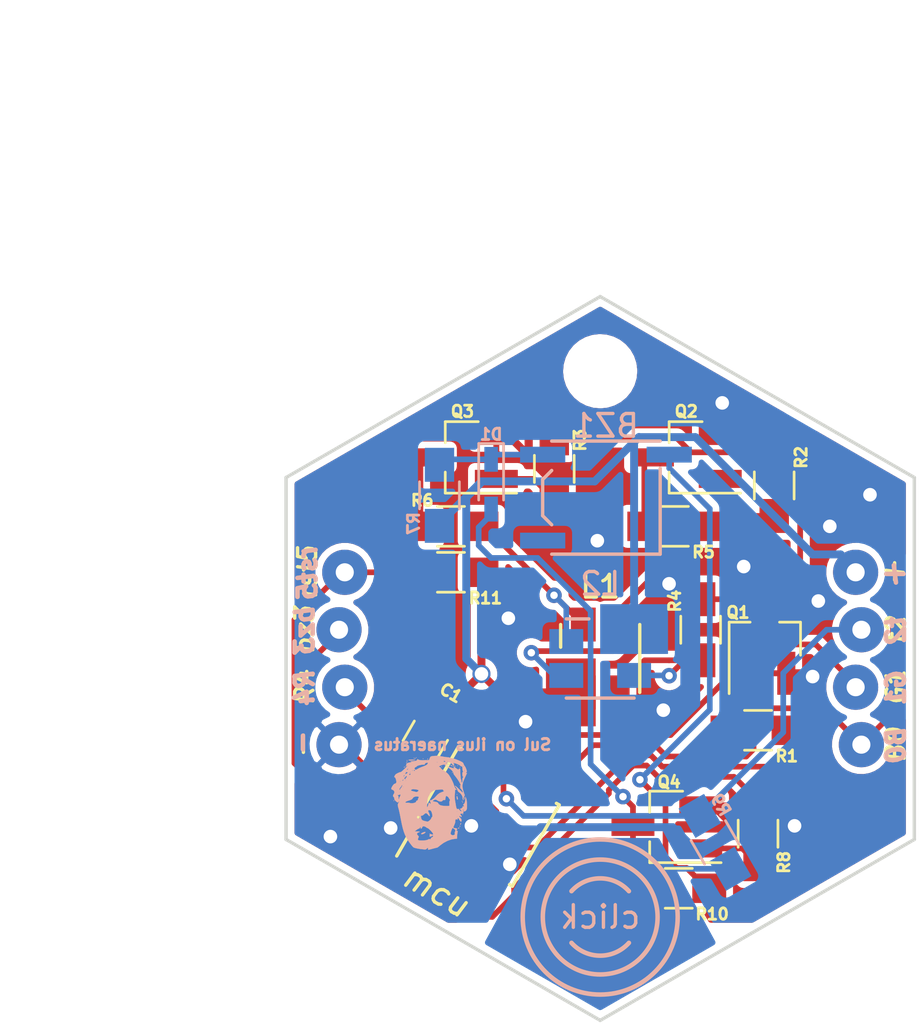
<source format=kicad_pcb>
(kicad_pcb (version 4) (host pcbnew 4.0.7-e2-6376~58~ubuntu17.04.1)

  (general
    (links 0)
    (no_connects 0)
    (area 106.674999 66.474999 134.625001 98.625001)
    (thickness 1.6)
    (drawings 21)
    (tracks 267)
    (zones 0)
    (modules 32)
    (nets 23)
  )

  (page A4)
  (layers
    (0 Top signal)
    (31 Bottom signal)
    (34 B.Paste user)
    (35 F.Paste user)
    (36 B.SilkS user)
    (37 F.SilkS user)
    (38 B.Mask user)
    (39 F.Mask user)
    (40 Dwgs.User user)
    (44 Edge.Cuts user)
    (45 Margin user)
  )

  (setup
    (last_trace_width 0.1524)
    (trace_clearance 0.1524)
    (zone_clearance 0.3)
    (zone_45_only no)
    (trace_min 0.1524)
    (segment_width 0.2)
    (edge_width 0.15)
    (via_size 0.6858)
    (via_drill 0.3302)
    (via_min_size 0.6858)
    (via_min_drill 0.3302)
    (uvia_size 0.0762)
    (uvia_drill 0.0508)
    (uvias_allowed no)
    (uvia_min_size 0)
    (uvia_min_drill 0)
    (pcb_text_width 0.3)
    (pcb_text_size 1.5 1.5)
    (mod_edge_width 0.15)
    (mod_text_size 1 1)
    (mod_text_width 0.15)
    (pad_size 2.7 2.7)
    (pad_drill 2.7)
    (pad_to_mask_clearance 0.2)
    (aux_axis_origin 0 0)
    (grid_origin 120.65 82.55)
    (visible_elements FFFFFFFF)
    (pcbplotparams
      (layerselection 0x0000c_00000000)
      (usegerberextensions false)
      (excludeedgelayer true)
      (linewidth 0.100000)
      (plotframeref true)
      (viasonmask true)
      (mode 1)
      (useauxorigin false)
      (hpglpennumber 1)
      (hpglpenspeed 20)
      (hpglpendiameter 15)
      (hpglpenoverlay 2)
      (psnegative false)
      (psa4output false)
      (plotreference true)
      (plotvalue true)
      (plotinvisibletext false)
      (padsonsilk true)
      (subtractmaskfromsilk false)
      (outputformat 1)
      (mirror false)
      (drillshape 0)
      (scaleselection 1)
      (outputdirectory ""))
  )

  (net 0 "")
  (net 1 "Net-(BZ1-Pad2)")
  (net 2 VCC)
  (net 3 /RESET)
  (net 4 /RED)
  (net 5 /BUZZER)
  (net 6 /TOUCH)
  (net 7 /GREEN)
  (net 8 /BLUE)
  (net 9 GND)
  (net 10 "Net-(J9-Pad1)")
  (net 11 /RED_MOS)
  (net 12 /GREEN_MOS)
  (net 13 /BLUE_MOS)
  (net 14 "Net-(Q4-Pad1)")
  (net 15 "Net-(BZ1-Pad1)")
  (net 16 "Net-(D1-Pad2)")
  (net 17 "Net-(Q1-Pad1)")
  (net 18 "Net-(Q2-Pad1)")
  (net 19 "Net-(Q3-Pad1)")
  (net 20 "Net-(Q1-Pad3)")
  (net 21 "Net-(Q2-Pad3)")
  (net 22 "Net-(Q3-Pad3)")

  (net_class Default "This is the default net class."
    (clearance 0.1524)
    (trace_width 0.1524)
    (via_dia 0.6858)
    (via_drill 0.3302)
    (uvia_dia 0.0762)
    (uvia_drill 0.0508)
    (add_net /BLUE)
    (add_net /BLUE_MOS)
    (add_net /BUZZER)
    (add_net /GREEN)
    (add_net /GREEN_MOS)
    (add_net /RED)
    (add_net /RED_MOS)
    (add_net /RESET)
    (add_net /TOUCH)
    (add_net "Net-(BZ1-Pad1)")
    (add_net "Net-(BZ1-Pad2)")
    (add_net "Net-(D1-Pad2)")
    (add_net "Net-(J9-Pad1)")
    (add_net "Net-(Q1-Pad1)")
    (add_net "Net-(Q1-Pad3)")
    (add_net "Net-(Q2-Pad1)")
    (add_net "Net-(Q2-Pad3)")
    (add_net "Net-(Q3-Pad1)")
    (add_net "Net-(Q3-Pad3)")
    (add_net "Net-(Q4-Pad1)")
  )

  (net_class pwr ""
    (clearance 0.1524)
    (trace_width 0.3048)
    (via_dia 0.8128)
    (via_drill 0.6096)
    (uvia_dia 0.4064)
    (uvia_drill 0.1016)
    (add_net GND)
    (add_net VCC)
  )

  (module SMD_Packages:1Pin (layer Bottom) (tedit 59AEFA64) (tstamp 59AA99A0)
    (at 120.65 94.15)
    (descr "module 1 pin (ou trou mecanique de percage)")
    (tags DEV)
    (path /599869D3)
    (fp_text reference click (at 0 -0.17) (layer B.SilkS)
      (effects (font (size 1 1) (thickness 0.15)) (justify mirror))
    )
    (fp_text value TOUCH_PAD_COPPER (at 0.24892 -3.74904) (layer B.Fab)
      (effects (font (size 1 1) (thickness 0.15)) (justify mirror))
    )
    (pad "" smd rect (at 0 0) (size 4.064 4.064) (layers Bottom)
      (net 10 "Net-(J9-Pad1)"))
  )

  (module ASMB-MTB0-0A3A2:ASMB-MTB0-0A3A2 (layer Bottom) (tedit 59AEF9E8) (tstamp 59ADA9B3)
    (at 120.65 82.55 270)
    (path /5993FCE9)
    (fp_text reference L2 (at -3.302 0 360) (layer B.SilkS)
      (effects (font (size 1 1) (thickness 0.15)) (justify mirror))
    )
    (fp_text value ASMB-MTB0-0A3A2 (at -4 0 360) (layer B.Fab)
      (effects (font (size 1 1) (thickness 0.15)) (justify mirror))
    )
    (fp_line (start 1.75 1.5) (end 1.75 -1.5) (layer B.SilkS) (width 0.15))
    (fp_line (start -1.75 0.5) (end -1.75 1.5) (layer B.SilkS) (width 0.15))
    (pad 1 smd rect (at -0.75 -1.5 270) (size 1.1 1.5) (layers Bottom B.Paste B.Mask)
      (net 2 VCC))
    (pad 1 smd rect (at -1.3 -1.5 270) (size 2.2 3) (layers Bottom B.Mask)
      (net 2 VCC))
    (pad 2 smd rect (at -0.75 1.5 270) (size 1.1 1.5) (layers Bottom B.Paste B.Mask)
      (net 13 /BLUE_MOS))
    (pad 3 smd rect (at 0.75 1.5 270) (size 1.1 1.5) (layers Bottom B.Paste B.Mask)
      (net 12 /GREEN_MOS))
    (pad 4 smd rect (at 0.75 -1.5 270) (size 1.1 1.5) (layers Bottom B.Paste B.Mask)
      (net 11 /RED_MOS))
  )

  (module ASMB-MTB0-0A3A2:ASMB-MTB0-0A3A2 (layer Top) (tedit 59AEFEE1) (tstamp 59ADA9A8)
    (at 120.65 82.55)
    (path /5993FA5E)
    (fp_text reference L1 (at 0 -3.175) (layer F.SilkS)
      (effects (font (size 1 1) (thickness 0.15)))
    )
    (fp_text value ASMB-MTB0-0A3A2 (at -4 0 270) (layer F.Fab)
      (effects (font (size 1 1) (thickness 0.15)))
    )
    (fp_line (start 1.75 -1.5) (end 1.75 1.5) (layer F.SilkS) (width 0.15))
    (fp_line (start -1.75 -0.5) (end -1.75 -1.5) (layer F.SilkS) (width 0.15))
    (pad 1 smd rect (at -0.75 1.5) (size 1.1 1.5) (layers Top F.Paste F.Mask)
      (net 2 VCC))
    (pad 1 smd rect (at -1.3 1.5) (size 2.2 3) (layers Top F.Mask)
      (net 2 VCC))
    (pad 2 smd rect (at -0.75 -1.5) (size 1.1 1.5) (layers Top F.Paste F.Mask)
      (net 13 /BLUE_MOS))
    (pad 3 smd rect (at 0.75 -1.5) (size 1.1 1.5) (layers Top F.Paste F.Mask)
      (net 12 /GREEN_MOS))
    (pad 4 smd rect (at 0.75 1.5) (size 1.1 1.5) (layers Top F.Paste F.Mask)
      (net 11 /RED_MOS))
  )

  (module TO_SOT_Packages_SMD:SOT-23_Handsoldering (layer Top) (tedit 59AEFE98) (tstamp 59AA99AE)
    (at 124.46 73.66 180)
    (descr "SOT-23, Handsoldering")
    (tags SOT-23)
    (path /5993E82C)
    (attr smd)
    (fp_text reference Q2 (at 0 2.032 180) (layer F.SilkS)
      (effects (font (size 0.5 0.5) (thickness 0.125)))
    )
    (fp_text value NTR4003NT3G (at 0 2.5 180) (layer F.Fab)
      (effects (font (size 1 1) (thickness 0.15)))
    )
    (fp_text user %R (at 0 0 270) (layer F.Fab)
      (effects (font (size 0.5 0.5) (thickness 0.075)))
    )
    (fp_line (start 0.76 1.58) (end 0.76 0.65) (layer F.SilkS) (width 0.12))
    (fp_line (start 0.76 -1.58) (end 0.76 -0.65) (layer F.SilkS) (width 0.12))
    (fp_line (start -2.7 -1.75) (end 2.7 -1.75) (layer F.CrtYd) (width 0.05))
    (fp_line (start 2.7 -1.75) (end 2.7 1.75) (layer F.CrtYd) (width 0.05))
    (fp_line (start 2.7 1.75) (end -2.7 1.75) (layer F.CrtYd) (width 0.05))
    (fp_line (start -2.7 1.75) (end -2.7 -1.75) (layer F.CrtYd) (width 0.05))
    (fp_line (start 0.76 -1.58) (end -2.4 -1.58) (layer F.SilkS) (width 0.12))
    (fp_line (start -0.7 -0.95) (end -0.7 1.5) (layer F.Fab) (width 0.1))
    (fp_line (start -0.15 -1.52) (end 0.7 -1.52) (layer F.Fab) (width 0.1))
    (fp_line (start -0.7 -0.95) (end -0.15 -1.52) (layer F.Fab) (width 0.1))
    (fp_line (start 0.7 -1.52) (end 0.7 1.52) (layer F.Fab) (width 0.1))
    (fp_line (start -0.7 1.52) (end 0.7 1.52) (layer F.Fab) (width 0.1))
    (fp_line (start 0.76 1.58) (end -0.7 1.58) (layer F.SilkS) (width 0.12))
    (pad 1 smd rect (at -1.5 -0.95 180) (size 1.9 0.8) (layers Top F.Paste F.Mask)
      (net 18 "Net-(Q2-Pad1)"))
    (pad 2 smd rect (at -1.5 0.95 180) (size 1.9 0.8) (layers Top F.Paste F.Mask)
      (net 9 GND))
    (pad 3 smd rect (at 1.5 0 180) (size 1.9 0.8) (layers Top F.Paste F.Mask)
      (net 21 "Net-(Q2-Pad3)"))
    (model ${KISYS3DMOD}/TO_SOT_Packages_SMD.3dshapes\SOT-23.wrl
      (at (xyz 0 0 0))
      (scale (xyz 1 1 1))
      (rotate (xyz 0 0 0))
    )
  )

  (module Housings_SOIC:SOIC-8_3.9x4.9mm_Pitch1.27mm (layer Top) (tedit 59AEFC58) (tstamp 59AA9A16)
    (at 115.57 89.535 60)
    (descr "8-Lead Plastic Small Outline (SN) - Narrow, 3.90 mm Body [SOIC] (see Microchip Packaging Specification 00000049BS.pdf)")
    (tags "SOIC 1.27")
    (path /5991F83A)
    (attr smd)
    (fp_text reference mcu (at -3.939116 -0.218749 150) (layer F.SilkS)
      (effects (font (size 1 1) (thickness 0.15) italic))
    )
    (fp_text value ATTINY85V-10SU (at 0 3.5 60) (layer F.Fab)
      (effects (font (size 1 1) (thickness 0.15)))
    )
    (fp_text user %R (at 0 0 60) (layer F.Fab)
      (effects (font (size 1 1) (thickness 0.15)))
    )
    (fp_line (start -0.95 -2.45) (end 1.95 -2.45) (layer F.Fab) (width 0.1))
    (fp_line (start 1.95 -2.45) (end 1.95 2.45) (layer F.Fab) (width 0.1))
    (fp_line (start 1.95 2.45) (end -1.95 2.45) (layer F.Fab) (width 0.1))
    (fp_line (start -1.95 2.45) (end -1.95 -1.45) (layer F.Fab) (width 0.1))
    (fp_line (start -1.95 -1.45) (end -0.95 -2.45) (layer F.Fab) (width 0.1))
    (fp_line (start -3.73 -2.7) (end -3.73 2.7) (layer F.CrtYd) (width 0.05))
    (fp_line (start 3.73 -2.7) (end 3.73 2.7) (layer F.CrtYd) (width 0.05))
    (fp_line (start -3.73 -2.7) (end 3.73 -2.7) (layer F.CrtYd) (width 0.05))
    (fp_line (start -3.73 2.7) (end 3.73 2.7) (layer F.CrtYd) (width 0.05))
    (fp_line (start -2.075 -2.575) (end -2.075 -2.525) (layer F.SilkS) (width 0.15))
    (fp_line (start 2.075 -2.575) (end 2.075 -2.43) (layer F.SilkS) (width 0.15))
    (fp_line (start 2.075 2.575) (end 2.075 2.43) (layer F.SilkS) (width 0.15))
    (fp_line (start -2.075 2.575) (end -2.075 2.43) (layer F.SilkS) (width 0.15))
    (fp_line (start -2.075 -2.575) (end 2.075 -2.575) (layer F.SilkS) (width 0.15))
    (fp_line (start -2.075 2.575) (end 2.075 2.575) (layer F.SilkS) (width 0.15))
    (fp_line (start -2.075 -2.525) (end -3.475 -2.525) (layer F.SilkS) (width 0.15))
    (pad 1 smd rect (at -2.7 -1.905 60) (size 1.55 0.6) (layers Top F.Paste F.Mask)
      (net 3 /RESET))
    (pad 2 smd rect (at -2.7 -0.635 60) (size 1.55 0.6) (layers Top F.Paste F.Mask)
      (net 5 /BUZZER))
    (pad 3 smd rect (at -2.7 0.635 60) (size 1.55 0.6) (layers Top F.Paste F.Mask)
      (net 4 /RED))
    (pad 4 smd rect (at -2.7 1.905 60) (size 1.55 0.6) (layers Top F.Paste F.Mask)
      (net 9 GND))
    (pad 5 smd rect (at 2.7 1.905 60) (size 1.55 0.6) (layers Top F.Paste F.Mask)
      (net 8 /BLUE))
    (pad 6 smd rect (at 2.7 0.635 60) (size 1.55 0.6) (layers Top F.Paste F.Mask)
      (net 7 /GREEN))
    (pad 7 smd rect (at 2.7 -0.635 60) (size 1.55 0.6) (layers Top F.Paste F.Mask)
      (net 6 /TOUCH))
    (pad 8 smd rect (at 2.7 -1.905 60) (size 1.55 0.6) (layers Top F.Paste F.Mask)
      (net 2 VCC))
    (model ${KISYS3DMOD}/Housings_SOIC.3dshapes/SOIC-8_3.9x4.9mm_Pitch1.27mm.wrl
      (at (xyz 0 0 0))
      (scale (xyz 1 1 1))
      (rotate (xyz 0 0 0))
    )
  )

  (module bzel-t72-0505:t72-0505 (layer Bottom) (tedit 5998156D) (tstamp 59AA996D)
    (at 120.904 75.438)
    (path /599809BF)
    (fp_text reference BZ1 (at 0 -3.175) (layer B.SilkS)
      (effects (font (size 1 1) (thickness 0.15)) (justify mirror))
    )
    (fp_text value "Magnetic Buzzer" (at 0 3.9) (layer B.Fab)
      (effects (font (size 1 1) (thickness 0.15)) (justify mirror))
    )
    (fp_line (start -2.8 -0.8) (end -2.4 -1.2) (layer B.SilkS) (width 0.15))
    (fp_line (start -2.8 0.8) (end -2.4 1.2) (layer B.SilkS) (width 0.15))
    (fp_line (start 2.4 2.5) (end 2.4 -1.3) (layer B.SilkS) (width 0.15))
    (fp_line (start 2.4 2.5) (end -2.4 2.5) (layer B.SilkS) (width 0.15))
    (fp_line (start -2.4 -2.5) (end 2.4 -2.5) (layer B.SilkS) (width 0.15))
    (fp_line (start -2.8 0.8) (end -2.8 -0.8) (layer B.SilkS) (width 0.15))
    (pad 2 smd rect (at 2.8 -1.9) (size 2 0.7) (layers Bottom B.Paste B.Mask)
      (net 1 "Net-(BZ1-Pad2)"))
    (pad 1 smd rect (at -2.8 -1.9) (size 2 0.7) (layers Bottom B.Paste B.Mask)
      (net 15 "Net-(BZ1-Pad1)"))
    (pad "" smd rect (at -2.8 1.9) (size 2 0.7) (layers Bottom B.Paste B.Mask))
  )

  (module Diodes_SMD:D_SC-80_HandSoldering (layer Bottom) (tedit 59AF03B5) (tstamp 59AA9973)
    (at 115.824 74.846 270)
    (descr "JEITA SC-80")
    (tags SC-80)
    (path /59AA8570)
    (attr smd)
    (fp_text reference D1 (at -2.202 0 360) (layer B.SilkS)
      (effects (font (size 0.5 0.5) (thickness 0.125)) (justify mirror))
    )
    (fp_text value D_Zener (at 0 -1.6 270) (layer B.Fab)
      (effects (font (size 1 1) (thickness 0.15)) (justify mirror))
    )
    (fp_line (start -0.65 -0.4) (end -0.65 0.4) (layer B.Fab) (width 0.1))
    (fp_line (start 0.65 -0.4) (end -0.65 -0.4) (layer B.Fab) (width 0.1))
    (fp_line (start 0.65 0.4) (end 0.65 -0.4) (layer B.Fab) (width 0.1))
    (fp_line (start -0.65 0.4) (end 0.65 0.4) (layer B.Fab) (width 0.1))
    (fp_line (start -0.2 0) (end 0.2 0.225) (layer B.Fab) (width 0.1))
    (fp_line (start -0.2 0) (end -0.475 0) (layer B.Fab) (width 0.1))
    (fp_line (start 0.2 -0.225) (end -0.2 0) (layer B.Fab) (width 0.1))
    (fp_line (start 0.2 0.225) (end 0.2 -0.225) (layer B.Fab) (width 0.1))
    (fp_line (start -0.2 0.275) (end -0.2 -0.275) (layer B.Fab) (width 0.1))
    (fp_line (start 0.2 0) (end 0.45 0) (layer B.Fab) (width 0.1))
    (fp_line (start -1.8 0.55) (end -1.8 -0.55) (layer B.SilkS) (width 0.12))
    (fp_line (start 1.9 0.7) (end 1.9 -0.7) (layer B.CrtYd) (width 0.05))
    (fp_line (start -1.9 -0.7) (end -1.9 0.7) (layer B.CrtYd) (width 0.05))
    (fp_line (start 1.9 0.7) (end -1.9 0.7) (layer B.CrtYd) (width 0.05))
    (fp_line (start -1.9 -0.7) (end 1.9 -0.7) (layer B.CrtYd) (width 0.05))
    (fp_text user %R (at 0 1.5 270) (layer B.Fab)
      (effects (font (size 1 1) (thickness 0.15)) (justify mirror))
    )
    (fp_line (start -1.8 0.55) (end 0.7 0.55) (layer B.SilkS) (width 0.12))
    (fp_line (start -1.8 -0.55) (end 0.7 -0.55) (layer B.SilkS) (width 0.12))
    (pad 2 smd rect (at 1.1 0 270) (size 1.1 0.6) (layers Bottom B.Paste B.Mask)
      (net 16 "Net-(D1-Pad2)"))
    (pad 1 smd rect (at -1.1 0 270) (size 1.1 0.6) (layers Bottom B.Paste B.Mask)
      (net 15 "Net-(BZ1-Pad1)"))
    (model ${KISYS3DMOD}/Diodes_SMD.3dshapes/D_SC-80.wrl
      (at (xyz 0 0 0))
      (scale (xyz 1 1 1))
      (rotate (xyz 0 0 0))
    )
  )

  (module Wire_Pads:SolderWirePad_single_0-8mmDrill (layer Top) (tedit 59AF0080) (tstamp 59AA9978)
    (at 109.347 78.74)
    (path /5998361B)
    (fp_text reference rst5 (at -1.651 0 90) (layer F.SilkS)
      (effects (font (size 0.8 0.8) (thickness 0.15) italic))
    )
    (fp_text value TEST_1P (at 0 2.54) (layer F.Fab)
      (effects (font (size 1 1) (thickness 0.15)))
    )
    (pad 1 thru_hole circle (at 0 0) (size 1.99898 1.99898) (drill 0.8001) (layers *.Cu *.Mask)
      (net 3 /RESET))
  )

  (module Wire_Pads:SolderWirePad_single_0-8mmDrill (layer Top) (tedit 59AF0089) (tstamp 59AA997D)
    (at 109.347 83.82)
    (path /599835BC)
    (fp_text reference R4 (at -1.778 0 270) (layer F.SilkS)
      (effects (font (size 0.8 0.8) (thickness 0.15) italic))
    )
    (fp_text value TEST_1P (at 0 2.54) (layer F.Fab)
      (effects (font (size 1 1) (thickness 0.15)))
    )
    (pad 1 thru_hole circle (at 0 0) (size 1.99898 1.99898) (drill 0.8001) (layers *.Cu *.Mask)
      (net 4 /RED))
  )

  (module Wire_Pads:SolderWirePad_single_0-8mmDrill (layer Top) (tedit 59AF00A2) (tstamp 59AA9982)
    (at 109.093 81.28)
    (path /599833F8)
    (fp_text reference bz3 (at -1.524 0 90) (layer F.SilkS)
      (effects (font (size 0.8 0.8) (thickness 0.15) italic))
    )
    (fp_text value TEST_1P (at 0 2.54) (layer F.Fab)
      (effects (font (size 1 1) (thickness 0.15)))
    )
    (pad 1 thru_hole circle (at 0 0) (size 1.99898 1.99898) (drill 0.8001) (layers *.Cu *.Mask)
      (net 5 /BUZZER))
  )

  (module Wire_Pads:SolderWirePad_single_0-8mmDrill (layer Top) (tedit 59AF015C) (tstamp 59AA9987)
    (at 132.207 81.28)
    (path /5998339F)
    (fp_text reference t2 (at 1.524 0 90) (layer F.SilkS)
      (effects (font (size 0.8 0.8) (thickness 0.15) italic))
    )
    (fp_text value TEST_1P (at 0 2.54) (layer F.Fab)
      (effects (font (size 1 1) (thickness 0.15)))
    )
    (pad 1 thru_hole circle (at 0 0) (size 1.99898 1.99898) (drill 0.8001) (layers *.Cu *.Mask)
      (net 6 /TOUCH))
  )

  (module Wire_Pads:SolderWirePad_single_0-8mmDrill (layer Top) (tedit 59AF012F) (tstamp 59AA998C)
    (at 131.953 83.82)
    (path /59983349)
    (fp_text reference G1 (at 1.778 0 90) (layer F.SilkS)
      (effects (font (size 0.8 0.8) (thickness 0.15) italic))
    )
    (fp_text value TEST_1P (at 0 2.54) (layer F.Fab)
      (effects (font (size 1 1) (thickness 0.15)))
    )
    (pad 1 thru_hole circle (at 0 0) (size 1.99898 1.99898) (drill 0.8001) (layers *.Cu *.Mask)
      (net 7 /GREEN))
  )

  (module Wire_Pads:SolderWirePad_single_0-8mmDrill (layer Top) (tedit 59AF00FC) (tstamp 59AA9991)
    (at 132.207 86.36)
    (path /59983116)
    (fp_text reference B0 (at 1.524 0 270) (layer F.SilkS)
      (effects (font (size 0.8 0.8) (thickness 0.15) italic))
    )
    (fp_text value TEST_1P (at 0 2.54) (layer F.Fab)
      (effects (font (size 1 1) (thickness 0.15)))
    )
    (pad 1 thru_hole circle (at 0 0) (size 1.99898 1.99898) (drill 0.8001) (layers *.Cu *.Mask)
      (net 8 /BLUE))
  )

  (module Wire_Pads:SolderWirePad_single_0-8mmDrill (layer Top) (tedit 59AF024D) (tstamp 59AA9996)
    (at 131.953 78.74)
    (path /599839C1)
    (fp_text reference + (at 1.651 0 90) (layer F.SilkS)
      (effects (font (size 1 1) (thickness 0.15) italic))
    )
    (fp_text value TEST_1P (at 0 2.54) (layer F.Fab)
      (effects (font (size 1 1) (thickness 0.15)))
    )
    (pad 1 thru_hole circle (at 0 0) (size 1.99898 1.99898) (drill 0.8001) (layers *.Cu *.Mask)
      (net 2 VCC))
  )

  (module Wire_Pads:SolderWirePad_single_0-8mmDrill (layer Top) (tedit 59AF00B2) (tstamp 59AA999B)
    (at 109.093 86.36)
    (path /59983A3C)
    (fp_text reference - (at -1.651 0 270) (layer F.SilkS)
      (effects (font (size 1 1) (thickness 0.15) italic))
    )
    (fp_text value TEST_1P (at 0 2.54) (layer F.Fab)
      (effects (font (size 1 1) (thickness 0.15)))
    )
    (pad 1 thru_hole circle (at 0 0) (size 1.99898 1.99898) (drill 0.8001) (layers *.Cu *.Mask)
      (net 9 GND))
  )

  (module TO_SOT_Packages_SMD:SOT-23_Handsoldering (layer Top) (tedit 59AEFDAF) (tstamp 59AA99A7)
    (at 127.935 81.704524 90)
    (descr "SOT-23, Handsoldering")
    (tags SOT-23)
    (path /59932E0E)
    (attr smd)
    (fp_text reference Q1 (at 1.186524 -1.189 180) (layer F.SilkS)
      (effects (font (size 0.5 0.5) (thickness 0.125)))
    )
    (fp_text value NTR4003NT3G (at 0 2.5 90) (layer F.Fab)
      (effects (font (size 1 1) (thickness 0.15)))
    )
    (fp_text user %R (at 0 0 180) (layer F.Fab)
      (effects (font (size 0.5 0.5) (thickness 0.075)))
    )
    (fp_line (start 0.76 1.58) (end 0.76 0.65) (layer F.SilkS) (width 0.12))
    (fp_line (start 0.76 -1.58) (end 0.76 -0.65) (layer F.SilkS) (width 0.12))
    (fp_line (start -2.7 -1.75) (end 2.7 -1.75) (layer F.CrtYd) (width 0.05))
    (fp_line (start 2.7 -1.75) (end 2.7 1.75) (layer F.CrtYd) (width 0.05))
    (fp_line (start 2.7 1.75) (end -2.7 1.75) (layer F.CrtYd) (width 0.05))
    (fp_line (start -2.7 1.75) (end -2.7 -1.75) (layer F.CrtYd) (width 0.05))
    (fp_line (start 0.76 -1.58) (end -2.4 -1.58) (layer F.SilkS) (width 0.12))
    (fp_line (start -0.7 -0.95) (end -0.7 1.5) (layer F.Fab) (width 0.1))
    (fp_line (start -0.15 -1.52) (end 0.7 -1.52) (layer F.Fab) (width 0.1))
    (fp_line (start -0.7 -0.95) (end -0.15 -1.52) (layer F.Fab) (width 0.1))
    (fp_line (start 0.7 -1.52) (end 0.7 1.52) (layer F.Fab) (width 0.1))
    (fp_line (start -0.7 1.52) (end 0.7 1.52) (layer F.Fab) (width 0.1))
    (fp_line (start 0.76 1.58) (end -0.7 1.58) (layer F.SilkS) (width 0.12))
    (pad 1 smd rect (at -1.5 -0.95 90) (size 1.9 0.8) (layers Top F.Paste F.Mask)
      (net 17 "Net-(Q1-Pad1)"))
    (pad 2 smd rect (at -1.5 0.95 90) (size 1.9 0.8) (layers Top F.Paste F.Mask)
      (net 9 GND))
    (pad 3 smd rect (at 1.5 0 90) (size 1.9 0.8) (layers Top F.Paste F.Mask)
      (net 20 "Net-(Q1-Pad3)"))
    (model ${KISYS3DMOD}/TO_SOT_Packages_SMD.3dshapes\SOT-23.wrl
      (at (xyz 0 0 0))
      (scale (xyz 1 1 1))
      (rotate (xyz 0 0 0))
    )
  )

  (module TO_SOT_Packages_SMD:SOT-23_Handsoldering (layer Top) (tedit 59AEFE3B) (tstamp 59AA99B5)
    (at 114.554 73.66 180)
    (descr "SOT-23, Handsoldering")
    (tags SOT-23)
    (path /5993E8AE)
    (attr smd)
    (fp_text reference Q3 (at 0 2.032 180) (layer F.SilkS)
      (effects (font (size 0.5 0.5) (thickness 0.125)))
    )
    (fp_text value NTR4003NT3G (at 0 2.5 180) (layer F.Fab)
      (effects (font (size 1 1) (thickness 0.15)))
    )
    (fp_text user %R (at 0 0 270) (layer F.Fab)
      (effects (font (size 0.5 0.5) (thickness 0.075)))
    )
    (fp_line (start 0.76 1.58) (end 0.76 0.65) (layer F.SilkS) (width 0.12))
    (fp_line (start 0.76 -1.58) (end 0.76 -0.65) (layer F.SilkS) (width 0.12))
    (fp_line (start -2.7 -1.75) (end 2.7 -1.75) (layer F.CrtYd) (width 0.05))
    (fp_line (start 2.7 -1.75) (end 2.7 1.75) (layer F.CrtYd) (width 0.05))
    (fp_line (start 2.7 1.75) (end -2.7 1.75) (layer F.CrtYd) (width 0.05))
    (fp_line (start -2.7 1.75) (end -2.7 -1.75) (layer F.CrtYd) (width 0.05))
    (fp_line (start 0.76 -1.58) (end -2.4 -1.58) (layer F.SilkS) (width 0.12))
    (fp_line (start -0.7 -0.95) (end -0.7 1.5) (layer F.Fab) (width 0.1))
    (fp_line (start -0.15 -1.52) (end 0.7 -1.52) (layer F.Fab) (width 0.1))
    (fp_line (start -0.7 -0.95) (end -0.15 -1.52) (layer F.Fab) (width 0.1))
    (fp_line (start 0.7 -1.52) (end 0.7 1.52) (layer F.Fab) (width 0.1))
    (fp_line (start -0.7 1.52) (end 0.7 1.52) (layer F.Fab) (width 0.1))
    (fp_line (start 0.76 1.58) (end -0.7 1.58) (layer F.SilkS) (width 0.12))
    (pad 1 smd rect (at -1.5 -0.95 180) (size 1.9 0.8) (layers Top F.Paste F.Mask)
      (net 19 "Net-(Q3-Pad1)"))
    (pad 2 smd rect (at -1.5 0.95 180) (size 1.9 0.8) (layers Top F.Paste F.Mask)
      (net 9 GND))
    (pad 3 smd rect (at 1.5 0 180) (size 1.9 0.8) (layers Top F.Paste F.Mask)
      (net 22 "Net-(Q3-Pad3)"))
    (model ${KISYS3DMOD}/TO_SOT_Packages_SMD.3dshapes\SOT-23.wrl
      (at (xyz 0 0 0))
      (scale (xyz 1 1 1))
      (rotate (xyz 0 0 0))
    )
  )

  (module TO_SOT_Packages_SMD:SOT-23_Handsoldering (layer Top) (tedit 59AEFD57) (tstamp 59AA99BC)
    (at 123.599524 89.997 180)
    (descr "SOT-23, Handsoldering")
    (tags SOT-23)
    (path /599820E0)
    (attr smd)
    (fp_text reference Q4 (at -0.098476 1.986 180) (layer F.SilkS)
      (effects (font (size 0.5 0.5) (thickness 0.125)))
    )
    (fp_text value NTR4003NT3G (at 0 2.5 180) (layer F.Fab)
      (effects (font (size 1 1) (thickness 0.15)))
    )
    (fp_text user %R (at 0 0 270) (layer F.Fab)
      (effects (font (size 0.5 0.5) (thickness 0.075)))
    )
    (fp_line (start 0.76 1.58) (end 0.76 0.65) (layer F.SilkS) (width 0.12))
    (fp_line (start 0.76 -1.58) (end 0.76 -0.65) (layer F.SilkS) (width 0.12))
    (fp_line (start -2.7 -1.75) (end 2.7 -1.75) (layer F.CrtYd) (width 0.05))
    (fp_line (start 2.7 -1.75) (end 2.7 1.75) (layer F.CrtYd) (width 0.05))
    (fp_line (start 2.7 1.75) (end -2.7 1.75) (layer F.CrtYd) (width 0.05))
    (fp_line (start -2.7 1.75) (end -2.7 -1.75) (layer F.CrtYd) (width 0.05))
    (fp_line (start 0.76 -1.58) (end -2.4 -1.58) (layer F.SilkS) (width 0.12))
    (fp_line (start -0.7 -0.95) (end -0.7 1.5) (layer F.Fab) (width 0.1))
    (fp_line (start -0.15 -1.52) (end 0.7 -1.52) (layer F.Fab) (width 0.1))
    (fp_line (start -0.7 -0.95) (end -0.15 -1.52) (layer F.Fab) (width 0.1))
    (fp_line (start 0.7 -1.52) (end 0.7 1.52) (layer F.Fab) (width 0.1))
    (fp_line (start -0.7 1.52) (end 0.7 1.52) (layer F.Fab) (width 0.1))
    (fp_line (start 0.76 1.58) (end -0.7 1.58) (layer F.SilkS) (width 0.12))
    (pad 1 smd rect (at -1.5 -0.95 180) (size 1.9 0.8) (layers Top F.Paste F.Mask)
      (net 14 "Net-(Q4-Pad1)"))
    (pad 2 smd rect (at -1.5 0.95 180) (size 1.9 0.8) (layers Top F.Paste F.Mask)
      (net 9 GND))
    (pad 3 smd rect (at 1.5 0 180) (size 1.9 0.8) (layers Top F.Paste F.Mask)
      (net 16 "Net-(D1-Pad2)"))
    (model ${KISYS3DMOD}/TO_SOT_Packages_SMD.3dshapes\SOT-23.wrl
      (at (xyz 0 0 0))
      (scale (xyz 1 1 1))
      (rotate (xyz 0 0 0))
    )
  )

  (module Resistors_SMD:R_0805_HandSoldering (layer Top) (tedit 59AEFD7A) (tstamp 59AA99C2)
    (at 127.635 85.725)
    (descr "Resistor SMD 0805, hand soldering")
    (tags "resistor 0805")
    (path /599406D8)
    (attr smd)
    (fp_text reference R1 (at 1.27 1.143) (layer F.SilkS)
      (effects (font (size 0.5 0.5) (thickness 0.125)))
    )
    (fp_text value 82R (at 0 1.75) (layer F.Fab)
      (effects (font (size 1 1) (thickness 0.15)))
    )
    (fp_text user %R (at 0 0) (layer F.Fab)
      (effects (font (size 0.5 0.5) (thickness 0.075)))
    )
    (fp_line (start -1 0.62) (end -1 -0.62) (layer F.Fab) (width 0.1))
    (fp_line (start 1 0.62) (end -1 0.62) (layer F.Fab) (width 0.1))
    (fp_line (start 1 -0.62) (end 1 0.62) (layer F.Fab) (width 0.1))
    (fp_line (start -1 -0.62) (end 1 -0.62) (layer F.Fab) (width 0.1))
    (fp_line (start 0.6 0.88) (end -0.6 0.88) (layer F.SilkS) (width 0.12))
    (fp_line (start -0.6 -0.88) (end 0.6 -0.88) (layer F.SilkS) (width 0.12))
    (fp_line (start -2.35 -0.9) (end 2.35 -0.9) (layer F.CrtYd) (width 0.05))
    (fp_line (start -2.35 -0.9) (end -2.35 0.9) (layer F.CrtYd) (width 0.05))
    (fp_line (start 2.35 0.9) (end 2.35 -0.9) (layer F.CrtYd) (width 0.05))
    (fp_line (start 2.35 0.9) (end -2.35 0.9) (layer F.CrtYd) (width 0.05))
    (pad 1 smd rect (at -1.35 0) (size 1.5 1.3) (layers Top F.Paste F.Mask)
      (net 17 "Net-(Q1-Pad1)"))
    (pad 2 smd rect (at 1.35 0) (size 1.5 1.3) (layers Top F.Paste F.Mask)
      (net 4 /RED))
    (model ${KISYS3DMOD}/Resistors_SMD.3dshapes/R_0805.wrl
      (at (xyz 0 0 0))
      (scale (xyz 1 1 1))
      (rotate (xyz 0 0 0))
    )
  )

  (module Resistors_SMD:R_0805_HandSoldering (layer Top) (tedit 59AEFEAF) (tstamp 59AA99C8)
    (at 128.35 74.9 90)
    (descr "Resistor SMD 0805, hand soldering")
    (tags "resistor 0805")
    (path /5994075B)
    (attr smd)
    (fp_text reference R2 (at 1.24 1.19 90) (layer F.SilkS)
      (effects (font (size 0.5 0.5) (thickness 0.125)))
    )
    (fp_text value 82R (at 0 1.75 90) (layer F.Fab)
      (effects (font (size 1 1) (thickness 0.15)))
    )
    (fp_text user %R (at -0.082 0 90) (layer F.Fab)
      (effects (font (size 0.5 0.5) (thickness 0.075)))
    )
    (fp_line (start -1 0.62) (end -1 -0.62) (layer F.Fab) (width 0.1))
    (fp_line (start 1 0.62) (end -1 0.62) (layer F.Fab) (width 0.1))
    (fp_line (start 1 -0.62) (end 1 0.62) (layer F.Fab) (width 0.1))
    (fp_line (start -1 -0.62) (end 1 -0.62) (layer F.Fab) (width 0.1))
    (fp_line (start 0.6 0.88) (end -0.6 0.88) (layer F.SilkS) (width 0.12))
    (fp_line (start -0.6 -0.88) (end 0.6 -0.88) (layer F.SilkS) (width 0.12))
    (fp_line (start -2.35 -0.9) (end 2.35 -0.9) (layer F.CrtYd) (width 0.05))
    (fp_line (start -2.35 -0.9) (end -2.35 0.9) (layer F.CrtYd) (width 0.05))
    (fp_line (start 2.35 0.9) (end 2.35 -0.9) (layer F.CrtYd) (width 0.05))
    (fp_line (start 2.35 0.9) (end -2.35 0.9) (layer F.CrtYd) (width 0.05))
    (pad 1 smd rect (at -1.35 0 90) (size 1.5 1.3) (layers Top F.Paste F.Mask)
      (net 18 "Net-(Q2-Pad1)"))
    (pad 2 smd rect (at 1.35 0 90) (size 1.5 1.3) (layers Top F.Paste F.Mask)
      (net 7 /GREEN))
    (model ${KISYS3DMOD}/Resistors_SMD.3dshapes/R_0805.wrl
      (at (xyz 0 0 0))
      (scale (xyz 1 1 1))
      (rotate (xyz 0 0 0))
    )
  )

  (module Resistors_SMD:R_0805_HandSoldering (layer Top) (tedit 59AEFE64) (tstamp 59AA99CE)
    (at 118.618 74.168 90)
    (descr "Resistor SMD 0805, hand soldering")
    (tags "resistor 0805")
    (path /599407B5)
    (attr smd)
    (fp_text reference R3 (at 1.27 1.143 90) (layer F.SilkS)
      (effects (font (size 0.5 0.5) (thickness 0.125)))
    )
    (fp_text value 82R (at 0 1.75 90) (layer F.Fab)
      (effects (font (size 1 1) (thickness 0.15)))
    )
    (fp_text user %R (at 0 0 90) (layer F.Fab)
      (effects (font (size 0.5 0.5) (thickness 0.075)))
    )
    (fp_line (start -1 0.62) (end -1 -0.62) (layer F.Fab) (width 0.1))
    (fp_line (start 1 0.62) (end -1 0.62) (layer F.Fab) (width 0.1))
    (fp_line (start 1 -0.62) (end 1 0.62) (layer F.Fab) (width 0.1))
    (fp_line (start -1 -0.62) (end 1 -0.62) (layer F.Fab) (width 0.1))
    (fp_line (start 0.6 0.88) (end -0.6 0.88) (layer F.SilkS) (width 0.12))
    (fp_line (start -0.6 -0.88) (end 0.6 -0.88) (layer F.SilkS) (width 0.12))
    (fp_line (start -2.35 -0.9) (end 2.35 -0.9) (layer F.CrtYd) (width 0.05))
    (fp_line (start -2.35 -0.9) (end -2.35 0.9) (layer F.CrtYd) (width 0.05))
    (fp_line (start 2.35 0.9) (end 2.35 -0.9) (layer F.CrtYd) (width 0.05))
    (fp_line (start 2.35 0.9) (end -2.35 0.9) (layer F.CrtYd) (width 0.05))
    (pad 1 smd rect (at -1.35 0 90) (size 1.5 1.3) (layers Top F.Paste F.Mask)
      (net 19 "Net-(Q3-Pad1)"))
    (pad 2 smd rect (at 1.35 0 90) (size 1.5 1.3) (layers Top F.Paste F.Mask)
      (net 8 /BLUE))
    (model ${KISYS3DMOD}/Resistors_SMD.3dshapes/R_0805.wrl
      (at (xyz 0 0 0))
      (scale (xyz 1 1 1))
      (rotate (xyz 0 0 0))
    )
  )

  (module Resistors_SMD:R_0805_HandSoldering (layer Top) (tedit 59AEFDDC) (tstamp 59AA99D4)
    (at 125.095 81.28 270)
    (descr "Resistor SMD 0805, hand soldering")
    (tags "resistor 0805")
    (path /59AA7486)
    (attr smd)
    (fp_text reference R4 (at -1.27 1.143 270) (layer F.SilkS)
      (effects (font (size 0.5 0.5) (thickness 0.125)))
    )
    (fp_text value 50R (at 0 1.75 270) (layer F.Fab)
      (effects (font (size 1 1) (thickness 0.15)))
    )
    (fp_text user %R (at 0 0 270) (layer F.Fab)
      (effects (font (size 0.5 0.5) (thickness 0.075)))
    )
    (fp_line (start -1 0.62) (end -1 -0.62) (layer F.Fab) (width 0.1))
    (fp_line (start 1 0.62) (end -1 0.62) (layer F.Fab) (width 0.1))
    (fp_line (start 1 -0.62) (end 1 0.62) (layer F.Fab) (width 0.1))
    (fp_line (start -1 -0.62) (end 1 -0.62) (layer F.Fab) (width 0.1))
    (fp_line (start 0.6 0.88) (end -0.6 0.88) (layer F.SilkS) (width 0.12))
    (fp_line (start -0.6 -0.88) (end 0.6 -0.88) (layer F.SilkS) (width 0.12))
    (fp_line (start -2.35 -0.9) (end 2.35 -0.9) (layer F.CrtYd) (width 0.05))
    (fp_line (start -2.35 -0.9) (end -2.35 0.9) (layer F.CrtYd) (width 0.05))
    (fp_line (start 2.35 0.9) (end 2.35 -0.9) (layer F.CrtYd) (width 0.05))
    (fp_line (start 2.35 0.9) (end -2.35 0.9) (layer F.CrtYd) (width 0.05))
    (pad 1 smd rect (at -1.35 0 270) (size 1.5 1.3) (layers Top F.Paste F.Mask)
      (net 20 "Net-(Q1-Pad3)"))
    (pad 2 smd rect (at 1.35 0 270) (size 1.5 1.3) (layers Top F.Paste F.Mask)
      (net 11 /RED_MOS))
    (model ${KISYS3DMOD}/Resistors_SMD.3dshapes/R_0805.wrl
      (at (xyz 0 0 0))
      (scale (xyz 1 1 1))
      (rotate (xyz 0 0 0))
    )
  )

  (module Resistors_SMD:R_0805_HandSoldering (layer Top) (tedit 59AEFE7D) (tstamp 59AA99DA)
    (at 123.952 76.708)
    (descr "Resistor SMD 0805, hand soldering")
    (tags "resistor 0805")
    (path /59AA81A3)
    (attr smd)
    (fp_text reference R5 (at 1.27 1.143) (layer F.SilkS)
      (effects (font (size 0.5 0.5) (thickness 0.125)))
    )
    (fp_text value 34R (at 0 1.75) (layer F.Fab)
      (effects (font (size 1 1) (thickness 0.15)))
    )
    (fp_text user %R (at 0 0) (layer F.Fab)
      (effects (font (size 0.5 0.5) (thickness 0.075)))
    )
    (fp_line (start -1 0.62) (end -1 -0.62) (layer F.Fab) (width 0.1))
    (fp_line (start 1 0.62) (end -1 0.62) (layer F.Fab) (width 0.1))
    (fp_line (start 1 -0.62) (end 1 0.62) (layer F.Fab) (width 0.1))
    (fp_line (start -1 -0.62) (end 1 -0.62) (layer F.Fab) (width 0.1))
    (fp_line (start 0.6 0.88) (end -0.6 0.88) (layer F.SilkS) (width 0.12))
    (fp_line (start -0.6 -0.88) (end 0.6 -0.88) (layer F.SilkS) (width 0.12))
    (fp_line (start -2.35 -0.9) (end 2.35 -0.9) (layer F.CrtYd) (width 0.05))
    (fp_line (start -2.35 -0.9) (end -2.35 0.9) (layer F.CrtYd) (width 0.05))
    (fp_line (start 2.35 0.9) (end 2.35 -0.9) (layer F.CrtYd) (width 0.05))
    (fp_line (start 2.35 0.9) (end -2.35 0.9) (layer F.CrtYd) (width 0.05))
    (pad 1 smd rect (at -1.35 0) (size 1.5 1.3) (layers Top F.Paste F.Mask)
      (net 21 "Net-(Q2-Pad3)"))
    (pad 2 smd rect (at 1.35 0) (size 1.5 1.3) (layers Top F.Paste F.Mask)
      (net 12 /GREEN_MOS))
    (model ${KISYS3DMOD}/Resistors_SMD.3dshapes/R_0805.wrl
      (at (xyz 0 0 0))
      (scale (xyz 1 1 1))
      (rotate (xyz 0 0 0))
    )
  )

  (module Resistors_SMD:R_0805_HandSoldering (layer Top) (tedit 59AEFE4D) (tstamp 59AA99E0)
    (at 114.046 76.708)
    (descr "Resistor SMD 0805, hand soldering")
    (tags "resistor 0805")
    (path /59AA8EFE)
    (attr smd)
    (fp_text reference R6 (at -1.27 -1.143) (layer F.SilkS)
      (effects (font (size 0.5 0.5) (thickness 0.125)))
    )
    (fp_text value 34R (at 0 1.75) (layer F.Fab)
      (effects (font (size 1 1) (thickness 0.15)))
    )
    (fp_text user %R (at 0 0) (layer F.Fab)
      (effects (font (size 0.5 0.5) (thickness 0.075)))
    )
    (fp_line (start -1 0.62) (end -1 -0.62) (layer F.Fab) (width 0.1))
    (fp_line (start 1 0.62) (end -1 0.62) (layer F.Fab) (width 0.1))
    (fp_line (start 1 -0.62) (end 1 0.62) (layer F.Fab) (width 0.1))
    (fp_line (start -1 -0.62) (end 1 -0.62) (layer F.Fab) (width 0.1))
    (fp_line (start 0.6 0.88) (end -0.6 0.88) (layer F.SilkS) (width 0.12))
    (fp_line (start -0.6 -0.88) (end 0.6 -0.88) (layer F.SilkS) (width 0.12))
    (fp_line (start -2.35 -0.9) (end 2.35 -0.9) (layer F.CrtYd) (width 0.05))
    (fp_line (start -2.35 -0.9) (end -2.35 0.9) (layer F.CrtYd) (width 0.05))
    (fp_line (start 2.35 0.9) (end 2.35 -0.9) (layer F.CrtYd) (width 0.05))
    (fp_line (start 2.35 0.9) (end -2.35 0.9) (layer F.CrtYd) (width 0.05))
    (pad 1 smd rect (at -1.35 0) (size 1.5 1.3) (layers Top F.Paste F.Mask)
      (net 22 "Net-(Q3-Pad3)"))
    (pad 2 smd rect (at 1.35 0) (size 1.5 1.3) (layers Top F.Paste F.Mask)
      (net 13 /BLUE_MOS))
    (model ${KISYS3DMOD}/Resistors_SMD.3dshapes/R_0805.wrl
      (at (xyz 0 0 0))
      (scale (xyz 1 1 1))
      (rotate (xyz 0 0 0))
    )
  )

  (module Resistors_SMD:R_0805_HandSoldering (layer Bottom) (tedit 59AF03C9) (tstamp 59AA99E6)
    (at 113.538 75.3364 90)
    (descr "Resistor SMD 0805, hand soldering")
    (tags "resistor 0805")
    (path /59AA87D0)
    (attr smd)
    (fp_text reference R7 (at -1.2446 -1.143 90) (layer B.SilkS)
      (effects (font (size 0.5 0.5) (thickness 0.125)) (justify mirror))
    )
    (fp_text value 10R (at 0 -1.75 90) (layer B.Fab)
      (effects (font (size 1 1) (thickness 0.15)) (justify mirror))
    )
    (fp_text user %R (at 0 0 90) (layer B.Fab)
      (effects (font (size 0.5 0.5) (thickness 0.075)) (justify mirror))
    )
    (fp_line (start -1 -0.62) (end -1 0.62) (layer B.Fab) (width 0.1))
    (fp_line (start 1 -0.62) (end -1 -0.62) (layer B.Fab) (width 0.1))
    (fp_line (start 1 0.62) (end 1 -0.62) (layer B.Fab) (width 0.1))
    (fp_line (start -1 0.62) (end 1 0.62) (layer B.Fab) (width 0.1))
    (fp_line (start 0.6 -0.88) (end -0.6 -0.88) (layer B.SilkS) (width 0.12))
    (fp_line (start -0.6 0.88) (end 0.6 0.88) (layer B.SilkS) (width 0.12))
    (fp_line (start -2.35 0.9) (end 2.35 0.9) (layer B.CrtYd) (width 0.05))
    (fp_line (start -2.35 0.9) (end -2.35 -0.9) (layer B.CrtYd) (width 0.05))
    (fp_line (start 2.35 -0.9) (end 2.35 0.9) (layer B.CrtYd) (width 0.05))
    (fp_line (start 2.35 -0.9) (end -2.35 -0.9) (layer B.CrtYd) (width 0.05))
    (pad 1 smd rect (at -1.35 0 90) (size 1.5 1.3) (layers Bottom B.Paste B.Mask)
      (net 2 VCC))
    (pad 2 smd rect (at 1.35 0 90) (size 1.5 1.3) (layers Bottom B.Paste B.Mask)
      (net 15 "Net-(BZ1-Pad1)"))
    (model ${KISYS3DMOD}/Resistors_SMD.3dshapes/R_0805.wrl
      (at (xyz 0 0 0))
      (scale (xyz 1 1 1))
      (rotate (xyz 0 0 0))
    )
  )

  (module Resistors_SMD:R_0805_HandSoldering (layer Top) (tedit 59AEFD3B) (tstamp 59AA99EC)
    (at 127.635 90.297 90)
    (descr "Resistor SMD 0805, hand soldering")
    (tags "resistor 0805")
    (path /599820ED)
    (attr smd)
    (fp_text reference R8 (at -1.27 1.143 90) (layer F.SilkS)
      (effects (font (size 0.5 0.5) (thickness 0.125)))
    )
    (fp_text value 82R (at 0 1.75 90) (layer F.Fab)
      (effects (font (size 1 1) (thickness 0.15)))
    )
    (fp_text user %R (at 0 0 90) (layer F.Fab)
      (effects (font (size 0.5 0.5) (thickness 0.075)))
    )
    (fp_line (start -1 0.62) (end -1 -0.62) (layer F.Fab) (width 0.1))
    (fp_line (start 1 0.62) (end -1 0.62) (layer F.Fab) (width 0.1))
    (fp_line (start 1 -0.62) (end 1 0.62) (layer F.Fab) (width 0.1))
    (fp_line (start -1 -0.62) (end 1 -0.62) (layer F.Fab) (width 0.1))
    (fp_line (start 0.6 0.88) (end -0.6 0.88) (layer F.SilkS) (width 0.12))
    (fp_line (start -0.6 -0.88) (end 0.6 -0.88) (layer F.SilkS) (width 0.12))
    (fp_line (start -2.35 -0.9) (end 2.35 -0.9) (layer F.CrtYd) (width 0.05))
    (fp_line (start -2.35 -0.9) (end -2.35 0.9) (layer F.CrtYd) (width 0.05))
    (fp_line (start 2.35 0.9) (end 2.35 -0.9) (layer F.CrtYd) (width 0.05))
    (fp_line (start 2.35 0.9) (end -2.35 0.9) (layer F.CrtYd) (width 0.05))
    (pad 1 smd rect (at -1.35 0 90) (size 1.5 1.3) (layers Top F.Paste F.Mask)
      (net 14 "Net-(Q4-Pad1)"))
    (pad 2 smd rect (at 1.35 0 90) (size 1.5 1.3) (layers Top F.Paste F.Mask)
      (net 5 /BUZZER))
    (model ${KISYS3DMOD}/Resistors_SMD.3dshapes/R_0805.wrl
      (at (xyz 0 0 0))
      (scale (xyz 1 1 1))
      (rotate (xyz 0 0 0))
    )
  )

  (module Resistors_SMD:R_0805_HandSoldering (layer Bottom) (tedit 59AF03E2) (tstamp 59AA99F2)
    (at 125.73 90.678 300)
    (descr "Resistor SMD 0805, hand soldering")
    (tags "resistor 0805")
    (path /599866A4)
    (attr smd)
    (fp_text reference R9 (at -1.302808 -1.04547 300) (layer B.SilkS)
      (effects (font (size 0.5 0.5) (thickness 0.125)) (justify mirror))
    )
    (fp_text value 10K (at 0 -1.75 300) (layer B.Fab)
      (effects (font (size 1 1) (thickness 0.15)) (justify mirror))
    )
    (fp_text user %R (at 0 0 300) (layer B.Fab)
      (effects (font (size 0.5 0.5) (thickness 0.075)) (justify mirror))
    )
    (fp_line (start -1 -0.62) (end -1 0.62) (layer B.Fab) (width 0.1))
    (fp_line (start 1 -0.62) (end -1 -0.62) (layer B.Fab) (width 0.1))
    (fp_line (start 1 0.62) (end 1 -0.62) (layer B.Fab) (width 0.1))
    (fp_line (start -1 0.62) (end 1 0.62) (layer B.Fab) (width 0.1))
    (fp_line (start 0.6 -0.88) (end -0.6 -0.88) (layer B.SilkS) (width 0.12))
    (fp_line (start -0.6 0.88) (end 0.6 0.88) (layer B.SilkS) (width 0.12))
    (fp_line (start -2.35 0.9) (end 2.35 0.9) (layer B.CrtYd) (width 0.05))
    (fp_line (start -2.35 0.9) (end -2.35 -0.9) (layer B.CrtYd) (width 0.05))
    (fp_line (start 2.35 -0.9) (end 2.35 0.9) (layer B.CrtYd) (width 0.05))
    (fp_line (start 2.35 -0.9) (end -2.35 -0.9) (layer B.CrtYd) (width 0.05))
    (pad 1 smd rect (at -1.35 0 300) (size 1.5 1.3) (layers Bottom B.Paste B.Mask)
      (net 6 /TOUCH))
    (pad 2 smd rect (at 1.35 0 300) (size 1.5 1.3) (layers Bottom B.Paste B.Mask)
      (net 10 "Net-(J9-Pad1)"))
    (model ${KISYS3DMOD}/Resistors_SMD.3dshapes/R_0805.wrl
      (at (xyz 0 0 0))
      (scale (xyz 1 1 1))
      (rotate (xyz 0 0 0))
    )
  )

  (module Resistors_SMD:R_0805_HandSoldering (layer Top) (tedit 59AEFD29) (tstamp 59AA99F8)
    (at 124.126 92.71)
    (descr "Resistor SMD 0805, hand soldering")
    (tags "resistor 0805")
    (path /59982790)
    (attr smd)
    (fp_text reference R10 (at 1.477 1.143) (layer F.SilkS)
      (effects (font (size 0.5 0.5) (thickness 0.125)))
    )
    (fp_text value 27R (at 0 1.75) (layer F.Fab)
      (effects (font (size 1 1) (thickness 0.15)))
    )
    (fp_text user %R (at 0 0) (layer F.Fab)
      (effects (font (size 0.5 0.5) (thickness 0.075)))
    )
    (fp_line (start -1 0.62) (end -1 -0.62) (layer F.Fab) (width 0.1))
    (fp_line (start 1 0.62) (end -1 0.62) (layer F.Fab) (width 0.1))
    (fp_line (start 1 -0.62) (end 1 0.62) (layer F.Fab) (width 0.1))
    (fp_line (start -1 -0.62) (end 1 -0.62) (layer F.Fab) (width 0.1))
    (fp_line (start 0.6 0.88) (end -0.6 0.88) (layer F.SilkS) (width 0.12))
    (fp_line (start -0.6 -0.88) (end 0.6 -0.88) (layer F.SilkS) (width 0.12))
    (fp_line (start -2.35 -0.9) (end 2.35 -0.9) (layer F.CrtYd) (width 0.05))
    (fp_line (start -2.35 -0.9) (end -2.35 0.9) (layer F.CrtYd) (width 0.05))
    (fp_line (start 2.35 0.9) (end 2.35 -0.9) (layer F.CrtYd) (width 0.05))
    (fp_line (start 2.35 0.9) (end -2.35 0.9) (layer F.CrtYd) (width 0.05))
    (pad 1 smd rect (at -1.35 0) (size 1.5 1.3) (layers Top F.Paste F.Mask)
      (net 16 "Net-(D1-Pad2)"))
    (pad 2 smd rect (at 1.35 0) (size 1.5 1.3) (layers Top F.Paste F.Mask)
      (net 1 "Net-(BZ1-Pad2)"))
    (model ${KISYS3DMOD}/Resistors_SMD.3dshapes/R_0805.wrl
      (at (xyz 0 0 0))
      (scale (xyz 1 1 1))
      (rotate (xyz 0 0 0))
    )
  )

  (module Capacitors_SMD:C_0805_HandSoldering (layer Top) (tedit 59AEFD11) (tstamp 59AD0CB4)
    (at 112.913 86.172532 240)
    (descr "Capacitor SMD 0805, hand soldering")
    (tags "capacitor 0805")
    (path /59AD17A0)
    (attr smd)
    (fp_text reference C1 (at -2.383882 0.068059 330) (layer F.SilkS)
      (effects (font (size 0.5 0.5) (thickness 0.125)))
    )
    (fp_text value 100nf (at 0 1.75 240) (layer F.Fab)
      (effects (font (size 1 1) (thickness 0.15)))
    )
    (fp_text user %R (at 0 -1.75 240) (layer F.Fab)
      (effects (font (size 1 1) (thickness 0.15)))
    )
    (fp_line (start -1 0.62) (end -1 -0.62) (layer F.Fab) (width 0.1))
    (fp_line (start 1 0.62) (end -1 0.62) (layer F.Fab) (width 0.1))
    (fp_line (start 1 -0.62) (end 1 0.62) (layer F.Fab) (width 0.1))
    (fp_line (start -1 -0.62) (end 1 -0.62) (layer F.Fab) (width 0.1))
    (fp_line (start 0.5 -0.85) (end -0.5 -0.85) (layer F.SilkS) (width 0.12))
    (fp_line (start -0.5 0.85) (end 0.5 0.85) (layer F.SilkS) (width 0.12))
    (fp_line (start -2.25 -0.88) (end 2.25 -0.88) (layer F.CrtYd) (width 0.05))
    (fp_line (start -2.25 -0.88) (end -2.25 0.87) (layer F.CrtYd) (width 0.05))
    (fp_line (start 2.25 0.87) (end 2.25 -0.88) (layer F.CrtYd) (width 0.05))
    (fp_line (start 2.25 0.87) (end -2.25 0.87) (layer F.CrtYd) (width 0.05))
    (pad 1 smd rect (at -1.25 0 240) (size 1.5 1.25) (layers Top F.Paste F.Mask)
      (net 2 VCC))
    (pad 2 smd rect (at 1.25 0 240) (size 1.5 1.25) (layers Top F.Paste F.Mask)
      (net 9 GND))
    (model Capacitors_SMD.3dshapes/C_0805.wrl
      (at (xyz 0 0 0))
      (scale (xyz 1 1 1))
      (rotate (xyz 0 0 0))
    )
  )

  (module Resistors_SMD:R_0805_HandSoldering (layer Top) (tedit 59AEFE23) (tstamp 59AD0CC5)
    (at 114.046 78.74)
    (descr "Resistor SMD 0805, hand soldering")
    (tags "resistor 0805")
    (path /59AD0F9D)
    (attr smd)
    (fp_text reference R11 (at 1.524 1.143) (layer F.SilkS)
      (effects (font (size 0.5 0.5) (thickness 0.125)))
    )
    (fp_text value 20K (at 0 1.75) (layer F.Fab)
      (effects (font (size 1 1) (thickness 0.15)))
    )
    (fp_text user %R (at 0 0) (layer F.Fab)
      (effects (font (size 0.5 0.5) (thickness 0.075)))
    )
    (fp_line (start -1 0.62) (end -1 -0.62) (layer F.Fab) (width 0.1))
    (fp_line (start 1 0.62) (end -1 0.62) (layer F.Fab) (width 0.1))
    (fp_line (start 1 -0.62) (end 1 0.62) (layer F.Fab) (width 0.1))
    (fp_line (start -1 -0.62) (end 1 -0.62) (layer F.Fab) (width 0.1))
    (fp_line (start 0.6 0.88) (end -0.6 0.88) (layer F.SilkS) (width 0.12))
    (fp_line (start -0.6 -0.88) (end 0.6 -0.88) (layer F.SilkS) (width 0.12))
    (fp_line (start -2.35 -0.9) (end 2.35 -0.9) (layer F.CrtYd) (width 0.05))
    (fp_line (start -2.35 -0.9) (end -2.35 0.9) (layer F.CrtYd) (width 0.05))
    (fp_line (start 2.35 0.9) (end 2.35 -0.9) (layer F.CrtYd) (width 0.05))
    (fp_line (start 2.35 0.9) (end -2.35 0.9) (layer F.CrtYd) (width 0.05))
    (pad 1 smd rect (at -1.35 0) (size 1.5 1.3) (layers Top F.Paste F.Mask)
      (net 3 /RESET))
    (pad 2 smd rect (at 1.35 0) (size 1.5 1.3) (layers Top F.Paste F.Mask)
      (net 2 VCC))
    (model ${KISYS3DMOD}/Resistors_SMD.3dshapes/R_0805.wrl
      (at (xyz 0 0 0))
      (scale (xyz 1 1 1))
      (rotate (xyz 0 0 0))
    )
  )

  (module Mounting_Holes:MountingHole_2.7mm_M2.5 (layer Top) (tedit 59AFBA30) (tstamp 59AFB97D)
    (at 120.65 69.85)
    (descr "Mounting Hole 2.7mm, no annular, M2.5")
    (tags "mounting hole 2.7mm no annular m2.5")
    (fp_text reference REF** (at 0 -3.7) (layer F.SilkS) hide
      (effects (font (size 1 1) (thickness 0.15)))
    )
    (fp_text value MountingHole_2.7mm_M2.5 (at 0 3.7) (layer F.Fab)
      (effects (font (size 1 1) (thickness 0.15)))
    )
    (fp_circle (center 0 0) (end 2.7 0) (layer Cmts.User) (width 0.15))
    (fp_circle (center 0 0) (end 2.95 0) (layer F.CrtYd) (width 0.05))
    (pad "" np_thru_hole circle (at 0 0) (size 2.7 2.7) (drill 2.7) (layers *.Cu *.Mask))
  )

  (module blinker_attiny85:testfoto (layer Bottom) (tedit 0) (tstamp 59B128FC)
    (at 113.03 89.154 180)
    (fp_text reference G*** (at 0.762 -4.064 180) (layer B.SilkS) hide
      (effects (font (thickness 0.3)) (justify mirror))
    )
    (fp_text value LOGO (at 1.27 -3.556 180) (layer B.SilkS) hide
      (effects (font (thickness 0.3)) (justify mirror))
    )
    (fp_poly (pts (xy -0.281868 2.29546) (xy -0.190082 2.285613) (xy -0.135674 2.273074) (xy -0.105366 2.251311)
      (xy -0.085882 2.213791) (xy -0.07916 2.195721) (xy -0.048889 2.112009) (xy 0.159705 2.103614)
      (xy 0.28392 2.10224) (xy 0.368942 2.110781) (xy 0.425622 2.130432) (xy 0.430817 2.13346)
      (xy 0.468941 2.151756) (xy 0.476241 2.144036) (xy 0.475413 2.142612) (xy 0.476789 2.108329)
      (xy 0.525894 2.081945) (xy 0.620134 2.064439) (xy 0.6985 2.058545) (xy 0.75807 2.05366)
      (xy 0.771866 2.045066) (xy 0.7493 2.032) (xy 0.723922 2.017456) (xy 0.740556 2.010212)
      (xy 0.7874 2.007578) (xy 0.863262 1.995195) (xy 0.924048 1.968839) (xy 0.925604 1.967693)
      (xy 0.956184 1.93988) (xy 0.956461 1.9304) (xy 0.952817 1.911655) (xy 0.968464 1.87325)
      (xy 0.98709 1.834651) (xy 0.977432 1.834595) (xy 0.956658 1.850961) (xy 0.923877 1.868836)
      (xy 0.9144 1.861094) (xy 0.931488 1.835017) (xy 0.975167 1.78636) (xy 1.034056 1.726286)
      (xy 1.096774 1.665961) (xy 1.151941 1.616552) (xy 1.188175 1.589223) (xy 1.1938 1.586978)
      (xy 1.264119 1.56761) (xy 1.345478 1.531798) (xy 1.414042 1.490904) (xy 1.437068 1.471026)
      (xy 1.468803 1.426643) (xy 1.487927 1.383829) (xy 1.489625 1.3573) (xy 1.473882 1.358479)
      (xy 1.45496 1.344423) (xy 1.429775 1.294569) (xy 1.416782 1.259091) (xy 1.396283 1.161099)
      (xy 1.409078 1.096393) (xy 1.454356 1.067917) (xy 1.469784 1.0668) (xy 1.50573 1.046237)
      (xy 1.55042 0.99555) (xy 1.592435 0.931243) (xy 1.620358 0.869821) (xy 1.6256 0.841576)
      (xy 1.604069 0.815053) (xy 1.564301 0.798383) (xy 1.509453 0.763043) (xy 1.483967 0.704293)
      (xy 1.493867 0.642198) (xy 1.510549 0.619423) (xy 1.543386 0.564588) (xy 1.54479 0.509863)
      (xy 1.514397 0.474619) (xy 1.513271 0.474172) (xy 1.488413 0.441371) (xy 1.489815 0.411848)
      (xy 1.480056 0.359748) (xy 1.424001 0.297387) (xy 1.419459 0.293524) (xy 1.366217 0.251424)
      (xy 1.33568 0.240157) (xy 1.312803 0.256562) (xy 1.303215 0.269085) (xy 1.277824 0.294819)
      (xy 1.27 0.289335) (xy 1.286141 0.250904) (xy 1.300083 0.234077) (xy 1.332062 0.166987)
      (xy 1.328786 0.068141) (xy 1.307034 -0.0127) (xy 1.289602 -0.07518) (xy 1.266277 -0.175106)
      (xy 1.239822 -0.299866) (xy 1.213 -0.436849) (xy 1.206859 -0.4699) (xy 1.161382 -0.70223)
      (xy 1.116807 -0.893557) (xy 1.069791 -1.053502) (xy 1.016989 -1.191684) (xy 0.955057 -1.317723)
      (xy 0.880653 -1.441237) (xy 0.856683 -1.47734) (xy 0.787053 -1.575892) (xy 0.721074 -1.661386)
      (xy 0.667445 -1.72296) (xy 0.64098 -1.746638) (xy 0.589686 -1.767183) (xy 0.502641 -1.789196)
      (xy 0.394657 -1.809227) (xy 0.336533 -1.817537) (xy 0.223722 -1.831415) (xy 0.150101 -1.837599)
      (xy 0.104514 -1.835194) (xy 0.07581 -1.823305) (xy 0.052833 -1.801039) (xy 0.047164 -1.79433)
      (xy 0.011559 -1.76508) (xy -0.005365 -1.782154) (xy -0.003008 -1.83515) (xy -0.003908 -1.847097)
      (xy -0.017686 -1.850928) (xy -0.0536 -1.84526) (xy -0.120905 -1.828714) (xy -0.2159 -1.8034)
      (xy -0.305267 -1.779757) (xy -0.374607 -1.762193) (xy -0.410092 -1.754199) (xy -0.411206 -1.754064)
      (xy -0.438331 -1.737875) (xy -0.49087 -1.697367) (xy -0.500729 -1.6891) (xy -0.127 -1.6891)
      (xy -0.1143 -1.7018) (xy -0.1016 -1.6891) (xy -0.1143 -1.6764) (xy -0.127 -1.6891)
      (xy -0.500729 -1.6891) (xy -0.543873 -1.652927) (xy -0.691448 -1.546012) (xy -0.859599 -1.45798)
      (xy -1.029669 -1.397593) (xy -1.1303 -1.377574) (xy -1.2827 -1.358606) (xy -1.287636 -1.244453)
      (xy -1.294603 -1.159834) (xy -1.305979 -1.087734) (xy -1.309931 -1.072068) (xy -1.31533 -1.029568)
      (xy -1.304996 -1.017926) (xy -1.260369 -1.017546) (xy -1.260285 -1.013197) (xy -1.214006 -1.013197)
      (xy -1.201763 -1.037348) (xy -1.182845 -1.099355) (xy -1.18507 -1.137756) (xy -1.186927 -1.174448)
      (xy -1.160763 -1.197229) (xy -1.095605 -1.215227) (xy -1.090705 -1.216253) (xy -1.061415 -1.205372)
      (xy -1.030125 -1.185282) (xy -1.004457 -1.162623) (xy -1.001956 -1.154063) (xy -0.2286 -1.154063)
      (xy -0.216849 -1.18581) (xy -0.18415 -1.180935) (xy -0.139066 -1.165401) (xy -0.093906 -1.153782)
      (xy -0.063949 -1.14921) (xy -0.064474 -1.154817) (xy -0.069648 -1.157467) (xy -0.088156 -1.183855)
      (xy -0.075104 -1.221249) (xy -0.062656 -1.258664) (xy -0.08858 -1.269765) (xy -0.099208 -1.27)
      (xy -0.148204 -1.258534) (xy -0.1651 -1.2446) (xy -0.19729 -1.220244) (xy -0.224109 -1.233937)
      (xy -0.2286 -1.254337) (xy -0.20732 -1.288454) (xy -0.1778 -1.302759) (xy -0.136478 -1.331712)
      (xy -0.127 -1.359239) (xy -0.113066 -1.389893) (xy -0.085681 -1.386579) (xy -0.03499 -1.384597)
      (xy -0.015831 -1.393828) (xy 0.030461 -1.418932) (xy 0.101305 -1.4347) (xy 0.207256 -1.443006)
      (xy 0.27155 -1.444853) (xy 0.360382 -1.442195) (xy 0.423582 -1.431926) (xy 0.445996 -1.419978)
      (xy 0.447695 -1.379343) (xy 0.429137 -1.328524) (xy 0.408538 -1.27881) (xy 0.418889 -1.248687)
      (xy 0.434065 -1.235696) (xy 0.482558 -1.180231) (xy 0.484867 -1.12895) (xy 0.443115 -1.092098)
      (xy 0.402166 -1.081693) (xy 0.370021 -1.06403) (xy 0.366183 -1.06045) (xy 0.377285 -1.049496)
      (xy 0.426686 -1.042609) (xy 0.467615 -1.0414) (xy 0.588097 -1.0414) (xy 0.512632 -0.9779)
      (xy 0.453087 -0.936414) (xy 0.402528 -0.91514) (xy 0.395269 -0.9144) (xy 0.36305 -0.899205)
      (xy 0.360664 -0.88265) (xy 0.352232 -0.853582) (xy 0.342727 -0.8509) (xy 0.322226 -0.871714)
      (xy 0.319459 -0.894816) (xy 0.313223 -0.923727) (xy 0.287709 -0.910756) (xy 0.257974 -0.867519)
      (xy 0.254 -0.847789) (xy 0.233909 -0.820855) (xy 0.186446 -0.813812) (xy 0.130823 -0.82629)
      (xy 0.092528 -0.8509) (xy 0.049847 -0.882114) (xy 0.02766 -0.889) (xy -0.009896 -0.907145)
      (xy -0.065773 -0.953097) (xy -0.127669 -1.014133) (xy -0.183283 -1.077526) (xy -0.220313 -1.130553)
      (xy -0.2286 -1.154063) (xy -1.001956 -1.154063) (xy -0.996427 -1.135143) (xy -1.005779 -1.087742)
      (xy -1.027311 -1.020182) (xy -1.054214 -0.947851) (xy -1.077368 -0.900451) (xy -1.087892 -0.889564)
      (xy -1.117994 -0.904042) (xy -1.167048 -0.938196) (xy -1.1684 -0.939239) (xy -1.210233 -0.978927)
      (xy -1.214006 -1.013197) (xy -1.260285 -1.013197) (xy -1.25988 -0.992297) (xy -1.271607 -0.975964)
      (xy -1.291669 -0.939916) (xy -1.270897 -0.914366) (xy -1.268367 -0.91273) (xy -1.22166 -0.897624)
      (xy -1.204197 -0.899616) (xy -1.159993 -0.896679) (xy -1.141755 -0.88823) (xy -1.124442 -0.866757)
      (xy -1.129906 -0.828433) (xy -1.160134 -0.760416) (xy -1.162161 -0.756347) (xy -1.192331 -0.680333)
      (xy -1.205289 -0.614899) (xy -1.203786 -0.594242) (xy -1.210408 -0.534929) (xy -1.230135 -0.509465)
      (xy -1.262278 -0.490747) (xy -1.27 -0.506388) (xy -1.285436 -0.524311) (xy -1.295815 -0.520443)
      (xy -1.310467 -0.490003) (xy -1.307016 -0.480844) (xy -1.313792 -0.460561) (xy -1.332001 -0.4572)
      (xy -1.366644 -0.476247) (xy -1.3716 -0.494037) (xy -1.391092 -0.538738) (xy -1.405976 -0.551187)
      (xy -1.444923 -0.592869) (xy -1.452573 -0.6096) (xy -1.464676 -0.617957) (xy -1.477712 -0.580003)
      (xy -1.478902 -0.574046) (xy -1.478814 -0.509888) (xy -1.443211 -0.454946) (xy -1.428324 -0.440444)
      (xy -1.390417 -0.395382) (xy -1.385995 -0.381) (xy -1.2954 -0.381) (xy -1.286107 -0.401907)
      (xy -1.278467 -0.397933) (xy -1.275427 -0.367789) (xy -1.278467 -0.364066) (xy -1.293567 -0.367553)
      (xy -1.2954 -0.381) (xy -1.385995 -0.381) (xy -1.380925 -0.364516) (xy -1.398654 -0.358323)
      (xy -1.4351 -0.381) (xy -1.476423 -0.402103) (xy -1.49219 -0.387175) (xy -1.475178 -0.347557)
      (xy -1.465702 -0.336067) (xy -0.197277 -0.336067) (xy -0.196066 -0.389236) (xy -0.181124 -0.4064)
      (xy -0.155884 -0.427004) (xy -0.1524 -0.445712) (xy -0.133337 -0.490435) (xy -0.087688 -0.543877)
      (xy -0.032768 -0.589194) (xy 0.01411 -0.60954) (xy 0.016044 -0.6096) (xy 0.060158 -0.603352)
      (xy 0.130968 -0.587635) (xy 0.161854 -0.579702) (xy 0.235371 -0.554328) (xy 0.275943 -0.519496)
      (xy 0.300827 -0.461211) (xy 0.312275 -0.406237) (xy 0.361247 -0.406237) (xy 0.363375 -0.440826)
      (xy 0.398517 -0.475753) (xy 0.448468 -0.4787) (xy 0.488697 -0.449823) (xy 0.493515 -0.43999)
      (xy 0.491397 -0.387836) (xy 0.476027 -0.363542) (xy 0.432292 -0.347727) (xy 0.387851 -0.3662)
      (xy 0.361247 -0.406237) (xy 0.312275 -0.406237) (xy 0.316395 -0.386453) (xy 0.309423 -0.344506)
      (xy 0.281296 -0.341989) (xy 0.27643 -0.344735) (xy 0.244119 -0.3387) (xy 0.196128 -0.304186)
      (xy 0.185822 -0.294349) (xy 0.124144 -0.243301) (xy 0.07451 -0.235151) (xy 0.023659 -0.271035)
      (xy -0.010578 -0.31115) (xy -0.051408 -0.359319) (xy -0.070721 -0.369139) (xy -0.075756 -0.344133)
      (xy -0.075762 -0.3429) (xy -0.064277 -0.284263) (xy -0.037944 -0.219346) (xy -0.007024 -0.151243)
      (xy -0.006919 -0.115498) (xy -0.039758 -0.102544) (xy -0.064129 -0.1016) (xy -0.121111 -0.118581)
      (xy -0.155259 -0.17145) (xy -0.18321 -0.259248) (xy -0.197277 -0.336067) (xy -1.465702 -0.336067)
      (xy -1.464578 -0.334705) (xy -1.428282 -0.28615) (xy -1.435312 -0.261615) (xy -1.488771 -0.254094)
      (xy -1.500312 -0.254) (xy -1.553234 -0.24939) (xy -1.567426 -0.228495) (xy -1.560881 -0.199357)
      (xy -1.555531 -0.1651) (xy -1.2954 -0.1651) (xy -1.2827 -0.1778) (xy -1.27 -0.1651)
      (xy -1.2827 -0.1524) (xy -1.2954 -0.1651) (xy -1.555531 -0.1651) (xy -1.554786 -0.160331)
      (xy -1.577358 -0.157785) (xy -1.581783 -0.159391) (xy -1.626497 -0.154331) (xy -1.673543 -0.12421)
      (xy -1.692808 -0.1016) (xy -1.5875 -0.1016) (xy -1.586339 -0.125043) (xy -1.577799 -0.127)
      (xy -1.541891 -0.108464) (xy -1.5367 -0.1016) (xy -1.537862 -0.078156) (xy -1.546402 -0.0762)
      (xy -1.58231 -0.094735) (xy -1.5875 -0.1016) (xy -1.692808 -0.1016) (xy -1.700533 -0.092534)
      (xy -1.71639 -0.051143) (xy -1.72367 0.01288) (xy -1.724934 0.112456) (xy -1.72473 0.134273)
      (xy -1.719149 0.247955) (xy -1.706503 0.34752) (xy -1.68909 0.415393) (xy -1.68748 0.4191)
      (xy -1.652558 0.4953) (xy -1.655539 0.3937) (xy -1.648828 0.309471) (xy -1.627641 0.231079)
      (xy -1.597626 0.173681) (xy -1.565643 0.1524) (xy -1.556183 0.13948) (xy -1.56972 0.12192)
      (xy -1.597689 0.080807) (xy -1.590716 0.057718) (xy -1.559272 0.061071) (xy -1.530147 0.063037)
      (xy -1.533075 0.038389) (xy -1.529425 0.005413) (xy -1.510503 0) (xy -1.47724 -0.015429)
      (xy -1.4732 -0.028117) (xy -1.454436 -0.044361) (xy -1.429348 -0.039407) (xy -1.408831 -0.037537)
      (xy -1.425063 -0.063728) (xy -1.446476 -0.087489) (xy -1.482702 -0.131482) (xy -1.482119 -0.150245)
      (xy -1.467849 -0.1524) (xy -1.42707 -0.13281) (xy -1.384537 -0.085695) (xy -1.384441 -0.085549)
      (xy -1.347102 -0.042747) (xy -1.322386 -0.04824) (xy -1.322128 -0.048652) (xy -1.296505 -0.062285)
      (xy -1.269541 -0.03344) (xy -1.246571 0.030002) (xy -1.237656 0.0762) (xy -1.226085 0.149474)
      (xy -1.209353 0.248477) (xy -1.194939 0.3302) (xy -1.192483 0.349365) (xy -0.978119 0.349365)
      (xy -0.962789 0.314594) (xy -0.945665 0.264239) (xy -0.947247 0.192554) (xy -0.953298 0.131039)
      (xy -0.949549 0.094902) (xy -0.948345 0.093212) (xy -0.911018 0.082273) (xy -0.839655 0.07878)
      (xy -0.750338 0.08187) (xy -0.659146 0.090681) (xy -0.582161 0.104351) (xy -0.549258 0.114618)
      (xy -0.48859 0.151443) (xy -0.452529 0.194618) (xy -0.450625 0.200203) (xy -0.425266 0.236221)
      (xy -0.365223 0.259356) (xy -0.320399 0.267594) (xy -0.240266 0.283236) (xy -0.208977 0.30084)
      (xy -0.224594 0.323745) (xy -0.272815 0.349653) (xy -0.327358 0.367706) (xy -0.372984 0.356169)
      (xy -0.411289 0.330603) (xy -0.483778 0.293475) (xy -0.558127 0.280407) (xy -0.618173 0.292105)
      (xy -0.645292 0.320382) (xy -0.679532 0.349989) (xy -0.711509 0.34816) (xy -0.753032 0.349264)
      (xy -0.763888 0.364328) (xy -0.771126 0.422174) (xy -0.783304 0.482846) (xy -0.795496 0.52295)
      (xy -0.798201 0.527268) (xy -0.824654 0.523711) (xy -0.866759 0.499389) (xy -0.903334 0.468519)
      (xy -0.9144 0.449276) (xy -0.930495 0.416124) (xy -0.953377 0.389195) (xy -0.978119 0.349365)
      (xy -1.192483 0.349365) (xy -1.181913 0.431838) (xy -1.178419 0.527369) (xy -1.18339 0.5842)
      (xy -1.194431 0.668612) (xy -1.195404 0.746547) (xy -1.195494 0.754334) (xy -0.713932 0.754334)
      (xy -0.702632 0.735143) (xy -0.657254 0.710137) (xy -0.595707 0.68819) (xy -0.510053 0.651685)
      (xy -0.429219 0.589708) (xy -0.360757 0.517865) (xy -0.297506 0.450462) (xy -0.243804 0.401652)
      (xy -0.210697 0.38141) (xy -0.20955 0.381321) (xy -0.180056 0.363287) (xy -0.1778 0.352883)
      (xy -0.15939 0.335725) (xy -0.140514 0.339074) (xy -0.099147 0.339524) (xy -0.086846 0.306876)
      (xy -0.106129 0.256189) (xy -0.122675 0.209527) (xy -0.116212 0.185306) (xy -0.090468 0.184996)
      (xy -0.083306 0.19685) (xy -0.057905 0.226406) (xy -0.031946 0.217466) (xy -0.0254 0.192154)
      (xy -0.017234 0.142929) (xy 0.001937 0.085019) (xy 0.02412 0.039259) (xy 0.03857 0.0254)
      (xy 0.043578 0.04875) (xy 0.044355 0.110945) (xy 0.040892 0.200209) (xy 0.038726 0.23495)
      (xy 0.025499 0.3636) (xy 0.004831 0.4527) (xy -0.004636 0.4714) (xy 0.4064 0.4714)
      (xy 0.421161 0.428626) (xy 0.43069 0.419786) (xy 0.44517 0.386597) (xy 0.441954 0.370825)
      (xy 0.451983 0.338211) (xy 0.483719 0.322548) (xy 0.520553 0.30245) (xy 0.523399 0.283769)
      (xy 0.530052 0.256719) (xy 0.572959 0.231169) (xy 0.637649 0.211417) (xy 0.709653 0.201758)
      (xy 0.774503 0.206487) (xy 0.779446 0.207752) (xy 0.84596 0.222535) (xy 0.89336 0.226931)
      (xy 0.89519 0.226741) (xy 0.970819 0.223567) (xy 1.003055 0.2363) (xy 0.994783 0.259891)
      (xy 0.948885 0.289286) (xy 0.868244 0.319435) (xy 0.837428 0.327944) (xy 0.757709 0.355259)
      (xy 0.704252 0.386928) (xy 0.69184 0.40288) (xy 0.641404 0.470013) (xy 0.553258 0.503305)
      (xy 0.50165 0.507193) (xy 0.432538 0.500256) (xy 0.406833 0.476573) (xy 0.4064 0.4714)
      (xy -0.004636 0.4714) (xy -0.025833 0.513267) (xy -0.025873 0.513322) (xy -0.056143 0.56341)
      (xy 1.2192 0.56341) (xy 1.230201 0.513497) (xy 1.2446 0.4953) (xy 1.265937 0.459475)
      (xy 1.27 0.430301) (xy 1.279506 0.389827) (xy 1.292068 0.381) (xy 1.304944 0.402801)
      (xy 1.305464 0.455426) (xy 1.305264 0.4572) (xy 1.306185 0.510397) (xy 1.320688 0.533378)
      (xy 1.321296 0.5334) (xy 1.345246 0.552941) (xy 1.3462 0.5603) (xy 1.330491 0.575142)
      (xy 1.319687 0.570813) (xy 1.280511 0.571114) (xy 1.256187 0.585124) (xy 1.227622 0.600423)
      (xy 1.219322 0.572546) (xy 1.2192 0.56341) (xy -0.056143 0.56341) (xy -0.060755 0.571041)
      (xy -0.076162 0.616361) (xy -0.0762 0.617818) (xy -0.095614 0.652074) (xy -0.117669 0.6731)
      (xy 1.2446 0.6731) (xy 1.2573 0.6604) (xy 1.27 0.6731) (xy 1.2573 0.6858)
      (xy 1.2446 0.6731) (xy -0.117669 0.6731) (xy -0.145 0.699155) (xy -0.178975 0.724715)
      (xy -0.231166 0.7563) (xy 0.418086 0.7563) (xy 0.446865 0.724213) (xy 0.490111 0.701101)
      (xy 0.529409 0.699324) (xy 0.579467 0.713792) (xy 0.631009 0.72613) (xy 0.709748 0.744543)
      (xy 0.74737 0.759357) (xy 0.752601 0.77678) (xy 0.736004 0.800817) (xy 0.701879 0.823477)
      (xy 0.64321 0.828908) (xy 0.574394 0.822762) (xy 0.49539 0.809369) (xy 0.437209 0.793156)
      (xy 0.420465 0.78434) (xy 0.418086 0.7563) (xy -0.231166 0.7563) (xy -0.242138 0.76294)
      (xy -0.307433 0.786671) (xy -0.39215 0.800567) (xy -0.487422 0.807844) (xy -0.594136 0.811958)
      (xy -0.655635 0.808821) (xy -0.67705 0.797969) (xy -0.675248 0.790875) (xy -0.674186 0.765053)
      (xy -0.684301 0.762) (xy -0.713932 0.754334) (xy -1.195494 0.754334) (xy -1.195989 0.796797)
      (xy -1.215231 0.808204) (xy -1.235361 0.802287) (xy -1.262684 0.794835) (xy -1.256408 0.810802)
      (xy -1.228286 0.84314) (xy -1.18236 0.912627) (xy -1.176715 0.9271) (xy 1.0922 0.9271)
      (xy 1.1049 0.9144) (xy 1.1176 0.9271) (xy 1.1049 0.9398) (xy 1.0922 0.9271)
      (xy -1.176715 0.9271) (xy -1.15706 0.977488) (xy -1.149482 1.000487) (xy 1.133791 1.000487)
      (xy 1.14515 0.962546) (xy 1.169328 0.913868) (xy 1.198781 0.870308) (xy 1.219433 0.850756)
      (xy 1.234274 0.820324) (xy 1.230815 0.811045) (xy 1.234559 0.788927) (xy 1.2431 0.7874)
      (xy 1.267805 0.807568) (xy 1.27 0.820711) (xy 1.253892 0.862176) (xy 1.21867 0.909118)
      (xy 1.182667 0.954292) (xy 1.169775 0.983122) (xy 1.152545 1.007431) (xy 1.142794 1.011836)
      (xy 1.133791 1.000487) (xy -1.149482 1.000487) (xy -1.131814 1.0541) (xy 1.0668 1.0541)
      (xy 1.0795 1.0414) (xy 1.0922 1.0541) (xy 1.0795 1.0668) (xy 1.0668 1.0541)
      (xy -1.131814 1.0541) (xy -1.123954 1.077951) (xy -1.084076 1.1684) (xy 1.2192 1.1684)
      (xy 1.228493 1.147493) (xy 1.236133 1.151467) (xy 1.239173 1.181611) (xy 1.236133 1.185334)
      (xy 1.221033 1.181847) (xy 1.2192 1.1684) (xy -1.084076 1.1684) (xy -1.070898 1.198287)
      (xy -1.06662 1.2065) (xy 0.9652 1.2065) (xy 0.9779 1.1938) (xy 0.9906 1.2065)
      (xy 0.9779 1.2192) (xy 0.9652 1.2065) (xy -1.06662 1.2065) (xy -1.006863 1.32121)
      (xy -0.965178 1.389516) (xy 0.928306 1.389516) (xy 0.939988 1.362008) (xy 0.964054 1.33472)
      (xy 0.995305 1.288892) (xy 0.997354 1.256461) (xy 0.997182 1.256254) (xy 0.998219 1.251107)
      (xy 1.016389 1.263615) (xy 1.076781 1.263615) (xy 1.078644 1.243547) (xy 1.081636 1.235493)
      (xy 1.104479 1.204282) (xy 1.131532 1.191055) (xy 1.143 1.20339) (xy 1.126149 1.22528)
      (xy 1.104318 1.245083) (xy 1.076781 1.263615) (xy 1.016389 1.263615) (xy 1.023195 1.2683)
      (xy 1.055392 1.30666) (xy 1.059179 1.330963) (xy 1.029118 1.357227) (xy 1.013883 1.360055)
      (xy 0.985097 1.377412) (xy 0.983945 1.390891) (xy 0.971476 1.409334) (xy 0.950817 1.40554)
      (xy 0.928306 1.389516) (xy -0.965178 1.389516) (xy -0.940818 1.429432) (xy -0.937857 1.433288)
      (xy 1.026552 1.433288) (xy 1.041909 1.409087) (xy 1.074982 1.383111) (xy 1.09088 1.391111)
      (xy 1.080544 1.420711) (xy 1.045991 1.446461) (xy 1.03679 1.4478) (xy 1.026552 1.433288)
      (xy -0.937857 1.433288) (xy -0.8975 1.485826) (xy 0.768551 1.485826) (xy 0.792764 1.455463)
      (xy 0.814299 1.4478) (xy 0.837724 1.46696) (xy 0.8382 1.471701) (xy 0.821326 1.503761)
      (xy 0.788192 1.520639) (xy 0.770466 1.515534) (xy 0.768551 1.485826) (xy -0.8975 1.485826)
      (xy -0.88445 1.502814) (xy -0.805509 1.573746) (xy -0.77824 1.59292) (xy 0.766094 1.59292)
      (xy 0.772274 1.578725) (xy 0.797849 1.551457) (xy 0.812552 1.557051) (xy 0.8128 1.560601)
      (xy 0.807665 1.566716) (xy 0.880741 1.566716) (xy 0.939268 1.519323) (xy 0.987652 1.488916)
      (xy 1.01315 1.488313) (xy 1.006724 1.515426) (xy 0.994439 1.532074) (xy 0.977091 1.568537)
      (xy 0.980632 1.581767) (xy 0.972181 1.587892) (xy 0.938183 1.581737) (xy 0.880741 1.566716)
      (xy 0.807665 1.566716) (xy 0.794758 1.582085) (xy 0.783475 1.589926) (xy 0.766094 1.59292)
      (xy -0.77824 1.59292) (xy -0.714263 1.637904) (xy -0.687152 1.653268) (xy -0.670165 1.664087)
      (xy 0.56911 1.664087) (xy 0.5715 1.651) (xy 0.603972 1.626569) (xy 0.611099 1.6256)
      (xy 0.634315 1.644974) (xy 0.635 1.651) (xy 0.618195 1.66912) (xy 0.664494 1.66912)
      (xy 0.670674 1.654925) (xy 0.696249 1.627657) (xy 0.710952 1.633251) (xy 0.7112 1.636801)
      (xy 0.693158 1.658285) (xy 0.681875 1.666126) (xy 0.664494 1.66912) (xy 0.618195 1.66912)
      (xy 0.614325 1.673292) (xy 0.5954 1.6764) (xy 0.56911 1.664087) (xy -0.670165 1.664087)
      (xy -0.619834 1.696141) (xy -0.57436 1.739586) (xy -0.565008 1.757005) (xy -0.538849 1.795863)
      (xy -0.517738 1.8034) (xy -0.48403 1.812076) (xy -0.492506 1.834043) (xy -0.538392 1.863209)
      (xy -0.57785 1.880113) (xy -0.661581 1.907648) (xy -0.722273 1.919523) (xy -0.750411 1.914387)
      (xy -0.748916 1.904379) (xy -0.755625 1.874837) (xy -0.773957 1.854817) (xy -0.800468 1.839423)
      (xy -0.802705 1.865121) (xy -0.800536 1.877339) (xy -0.804555 1.919563) (xy -0.846009 1.932463)
      (xy -0.87786 1.936455) (xy -0.869289 1.948846) (xy -0.8255 1.97179) (xy -0.820829 1.974277)
      (xy 0.004792 1.974277) (xy 0.025138 1.930888) (xy 0.061251 1.898868) (xy 0.130603 1.861779)
      (xy 0.209288 1.83084) (xy 0.306046 1.794905) (xy 0.394469 1.755957) (xy 0.4445 1.728939)
      (xy 0.50278 1.69303) (xy 0.536195 1.680753) (xy 0.562444 1.688009) (xy 0.57871 1.69787)
      (xy 0.598097 1.733707) (xy 0.594715 1.746215) (xy 0.873581 1.746215) (xy 0.875444 1.726147)
      (xy 0.878436 1.718093) (xy 0.901279 1.686882) (xy 0.928332 1.673655) (xy 0.9398 1.68599)
      (xy 0.922949 1.70788) (xy 0.901118 1.727683) (xy 0.873581 1.746215) (xy 0.594715 1.746215)
      (xy 0.586427 1.776863) (xy 0.552001 1.802543) (xy 0.543382 1.8034) (xy 0.511355 1.817472)
      (xy 0.508 1.827821) (xy 0.485317 1.850256) (xy 0.427527 1.873989) (xy 0.350016 1.894745)
      (xy 0.26817 1.908248) (xy 0.208944 1.910923) (xy 0.156889 1.914623) (xy 0.138502 1.927666)
      (xy 0.139508 1.930091) (xy 0.133933 1.960024) (xy 0.090969 1.987051) (xy 0.04445 1.999356)
      (xy 0.00757 1.99896) (xy 0.004792 1.974277) (xy -0.820829 1.974277) (xy -0.781969 1.994966)
      (xy -0.783474 2.001066) (xy -0.808457 1.996981) (xy -0.851313 1.995935) (xy -0.854666 2.018648)
      (xy -0.855727 2.023534) (xy -0.423334 2.023534) (xy -0.419847 2.008434) (xy -0.4064 2.0066)
      (xy -0.385493 2.015894) (xy -0.389467 2.023534) (xy -0.419611 2.026574) (xy -0.423334 2.023534)
      (xy -0.855727 2.023534) (xy -0.859502 2.040917) (xy -0.893885 2.039259) (xy -0.946049 2.019312)
      (xy -1.004229 1.986716) (xy -1.056662 1.947107) (xy -1.091582 1.906124) (xy -1.092341 1.904738)
      (xy -1.126031 1.864719) (xy -1.150244 1.854589) (xy -1.164502 1.862299) (xy -1.146476 1.876915)
      (xy -1.124574 1.898229) (xy -1.146476 1.914626) (xy -1.167048 1.931973) (xy -1.14935 1.945217)
      (xy -1.114799 1.9688) (xy -1.121113 1.98281) (xy -1.1587 1.983593) (xy -1.21285 1.969419)
      (xy -1.32761 1.923619) (xy -1.406983 1.883981) (xy -1.445086 1.853587) (xy -1.447602 1.846351)
      (xy -1.46351 1.836713) (xy -1.471445 1.840416) (xy -1.502228 1.837988) (xy -1.52319 1.796562)
      (xy -1.528909 1.727746) (xy -1.528344 1.71859) (xy -1.534929 1.6507) (xy -1.555119 1.605038)
      (xy -1.574015 1.577771) (xy -1.55805 1.582757) (xy -1.55575 1.584124) (xy -1.535505 1.582585)
      (xy -1.525755 1.542009) (xy -1.524 1.4874) (xy -1.530662 1.406905) (xy -1.550129 1.372361)
      (xy -1.55575 1.371212) (xy -1.572603 1.364811) (xy -1.553481 1.34926) (xy -1.528814 1.309508)
      (xy -1.524542 1.267099) (xy -1.527096 1.17471) (xy -1.514769 1.126867) (xy -1.497004 1.1176)
      (xy -1.477705 1.137916) (xy -1.477624 1.143) (xy -1.4478 1.143) (xy -1.438507 1.122093)
      (xy -1.430867 1.126067) (xy -1.427827 1.156211) (xy -1.430867 1.159934) (xy -1.445967 1.156447)
      (xy -1.4478 1.143) (xy -1.477624 1.143) (xy -1.47732 1.16205) (xy -1.47205 1.2202)
      (xy -1.462795 1.24136) (xy -1.448681 1.290624) (xy -1.437205 1.387149) (xy -1.428683 1.527452)
      (xy -1.424195 1.669253) (xy -1.416983 1.725101) (xy -1.395518 1.739409) (xy -1.384446 1.736442)
      (xy -1.359312 1.71155) (xy -1.361842 1.697041) (xy -1.357134 1.687795) (xy -1.324415 1.699905)
      (xy -1.277425 1.72579) (xy -1.229904 1.757865) (xy -1.195591 1.788547) (xy -1.19519 1.789026)
      (xy -1.156659 1.821958) (xy -1.13678 1.8288) (xy -1.129038 1.813506) (xy -1.143001 1.7907)
      (xy -1.160912 1.7606) (xy -1.138354 1.752627) (xy -1.135064 1.7526) (xy -1.080395 1.761164)
      (xy -1.036704 1.774281) (xy -0.966714 1.796187) (xy -0.9017 1.812588) (xy -0.852804 1.821974)
      (xy -0.848888 1.816416) (xy -0.878536 1.797257) (xy -0.973891 1.730849) (xy -1.053401 1.658915)
      (xy -1.106883 1.591838) (xy -1.124251 1.546749) (xy -1.138296 1.488696) (xy -1.156083 1.4605)
      (xy -1.184578 1.427889) (xy -1.232068 1.367314) (xy -1.285686 1.2954) (xy -1.353577 1.195584)
      (xy -1.40524 1.106655) (xy -1.437868 1.035406) (xy -1.44865 0.988628) (xy -1.434779 0.973115)
      (xy -1.41605 0.980128) (xy -1.397006 0.987744) (xy -1.414806 0.96519) (xy -1.416051 0.963847)
      (xy -1.443758 0.922603) (xy -1.442527 0.898364) (xy -1.41605 0.902085) (xy -1.40565 0.902133)
      (xy -1.42275 0.884534) (xy -1.470293 0.831707) (xy -1.514861 0.765069) (xy -1.544145 0.704486)
      (xy -1.549279 0.680344) (xy -1.533816 0.677563) (xy -1.49433 0.705877) (xy -1.461824 0.7366)
      (xy -1.345103 0.853163) (xy -1.261583 0.931419) (xy -1.21118 0.971442) (xy -1.193812 0.973305)
      (xy -1.1938 0.972833) (xy -1.210892 0.938367) (xy -1.243168 0.902997) (xy -1.284816 0.842633)
      (xy -1.300318 0.791699) (xy -1.329986 0.725583) (xy -1.366942 0.695903) (xy -1.424534 0.652266)
      (xy -1.478728 0.587552) (xy -1.51823 0.518469) (xy -1.531748 0.46172) (xy -1.530507 0.453938)
      (xy -1.533319 0.396986) (xy -1.546544 0.364021) (xy -1.562897 0.342239) (xy -1.564696 0.361739)
      (xy -1.5577 0.404) (xy -1.551338 0.461294) (xy -1.563064 0.475886) (xy -1.570836 0.472351)
      (xy -1.595414 0.434655) (xy -1.602206 0.398551) (xy -1.608228 0.367696) (xy -1.617202 0.37519)
      (xy -1.61845 0.420189) (xy -1.603474 0.48411) (xy -1.602831 0.485973) (xy -1.587252 0.536529)
      (xy -1.592426 0.547741) (xy -1.613281 0.533085) (xy -1.628599 0.530228) (xy -1.623597 0.56587)
      (xy -1.616914 0.585854) (xy -1.593973 0.585854) (xy -1.590499 0.5842) (xy -1.567319 0.602082)
      (xy -1.5621 0.6096) (xy -1.555628 0.633347) (xy -1.559102 0.635) (xy -1.582282 0.617119)
      (xy -1.5875 0.6096) (xy -1.593973 0.585854) (xy -1.616914 0.585854) (xy -1.597671 0.643395)
      (xy -1.589798 0.664552) (xy -1.538404 0.831908) (xy -1.522041 0.97554) (xy -1.522365 0.9779)
      (xy -1.4986 0.9779) (xy -1.4859 0.9652) (xy -1.4732 0.9779) (xy -1.4859 0.9906)
      (xy -1.4986 0.9779) (xy -1.522365 0.9779) (xy -1.540296 1.108116) (xy -1.572395 1.1987)
      (xy -1.620006 1.307406) (xy -1.665634 1.409656) (xy -1.665654 1.4097) (xy -1.5748 1.4097)
      (xy -1.5621 1.397) (xy -1.5494 1.4097) (xy -1.5621 1.4224) (xy -1.5748 1.4097)
      (xy -1.665654 1.4097) (xy -1.702938 1.491364) (xy -1.723433 1.534275) (xy -1.718173 1.54494)
      (xy -1.705725 1.539126) (xy -1.679545 1.536597) (xy -1.6764 1.545785) (xy -1.696433 1.57571)
      (xy -1.707013 1.580771) (xy -1.716489 1.6075) (xy -1.711007 1.640417) (xy -1.623595 1.640417)
      (xy -1.618925 1.607473) (xy -1.610255 1.60708) (xy -1.604191 1.641075) (xy -1.608249 1.655763)
      (xy -1.619528 1.665384) (xy -1.623595 1.640417) (xy -1.711007 1.640417) (xy -1.70711 1.663813)
      (xy -1.690556 1.7145) (xy -1.651 1.7145) (xy -1.6383 1.7018) (xy -1.6256 1.7145)
      (xy -1.6383 1.7272) (xy -1.651 1.7145) (xy -1.690556 1.7145) (xy -1.684016 1.734522)
      (xy -1.652349 1.804437) (xy -1.624702 1.84692) (xy -1.596106 1.84692) (xy -1.589926 1.832725)
      (xy -1.564351 1.805457) (xy -1.549648 1.811051) (xy -1.5494 1.814601) (xy -1.567442 1.836085)
      (xy -1.578725 1.843926) (xy -1.596106 1.84692) (xy -1.624702 1.84692) (xy -1.61725 1.858369)
      (xy -1.610623 1.86555) (xy -1.580267 1.914417) (xy -1.5748 1.940701) (xy -1.555175 1.982832)
      (xy -1.517651 2.016513) (xy -1.432821 2.062422) (xy -1.415237 2.0701) (xy -1.1684 2.0701)
      (xy -1.1557 2.0574) (xy -0.7747 2.0574) (xy -0.766923 2.037408) (xy -0.7381 2.032)
      (xy -0.696018 2.042364) (xy -0.6858 2.0574) (xy -0.691255 2.063473) (xy 0.036416 2.063473)
      (xy 0.061383 2.059406) (xy 0.094327 2.064076) (xy 0.09472 2.072746) (xy 0.060725 2.07881)
      (xy 0.046037 2.074752) (xy 0.036416 2.063473) (xy -0.691255 2.063473) (xy -0.706265 2.080182)
      (xy -0.722401 2.0828) (xy -0.765646 2.06732) (xy -0.7747 2.0574) (xy -1.1557 2.0574)
      (xy -1.143 2.0701) (xy -1.1557 2.0828) (xy -1.1684 2.0701) (xy -1.415237 2.0701)
      (xy -1.357067 2.0955) (xy -0.9398 2.0955) (xy -0.9271 2.0828) (xy -0.9144 2.0955)
      (xy -0.9271 2.1082) (xy -0.9398 2.0955) (xy -1.357067 2.0955) (xy -1.325313 2.109365)
      (xy -1.212109 2.151074) (xy -1.142507 2.1717) (xy -0.7366 2.1717) (xy -0.7239 2.159)
      (xy -0.7112 2.1717) (xy -0.7239 2.1844) (xy -0.7366 2.1717) (xy -1.142507 2.1717)
      (xy -1.110189 2.181277) (xy -1.037858 2.193663) (xy -0.980904 2.20036) (xy -0.956044 2.212659)
      (xy -0.956611 2.21615) (xy -0.942003 2.22828) (xy -0.891361 2.235079) (xy -0.87145 2.235576)
      (xy -0.79344 2.241827) (xy -0.691964 2.257605) (xy -0.614503 2.273719) (xy -0.396687 2.300246)
      (xy -0.281868 2.29546)) (layer B.SilkS) (width 0.01))
    (fp_poly (pts (xy -1.36022 -0.879308) (xy -1.324468 -0.899805) (xy -1.330457 -0.913058) (xy -1.344701 -0.9144)
      (xy -1.379144 -0.895952) (xy -1.384121 -0.88929) (xy -1.380032 -0.874857) (xy -1.36022 -0.879308)) (layer B.SilkS) (width 0.01))
    (fp_poly (pts (xy -1.405467 -0.795866) (xy -1.402427 -0.82601) (xy -1.405467 -0.829733) (xy -1.420567 -0.826246)
      (xy -1.4224 -0.8128) (xy -1.413107 -0.791892) (xy -1.405467 -0.795866)) (layer B.SilkS) (width 0.01))
    (fp_poly (pts (xy -1.444719 -0.67874) (xy -1.443522 -0.679918) (xy -1.425617 -0.723828) (xy -1.427791 -0.740072)
      (xy -1.440878 -0.745968) (xy -1.454628 -0.713236) (xy -1.460397 -0.674025) (xy -1.444719 -0.67874)) (layer B.SilkS) (width 0.01))
    (fp_poly (pts (xy -1.524 -0.2921) (xy -1.5367 -0.3048) (xy -1.5494 -0.2921) (xy -1.5367 -0.2794)
      (xy -1.524 -0.2921)) (layer B.SilkS) (width 0.01))
    (fp_poly (pts (xy -1.524 0.2413) (xy -1.5367 0.2286) (xy -1.5494 0.2413) (xy -1.5367 0.254)
      (xy -1.524 0.2413)) (layer B.SilkS) (width 0.01))
    (fp_poly (pts (xy -1.4986 0.2921) (xy -1.5113 0.2794) (xy -1.524 0.2921) (xy -1.5113 0.3048)
      (xy -1.4986 0.2921)) (layer B.SilkS) (width 0.01))
    (fp_poly (pts (xy 1.524 0.3175) (xy 1.5113 0.3048) (xy 1.4986 0.3175) (xy 1.5113 0.3302)
      (xy 1.524 0.3175)) (layer B.SilkS) (width 0.01))
    (fp_poly (pts (xy -1.273736 0.506836) (xy -1.271786 0.46505) (xy -1.277767 0.404105) (xy -1.294682 0.368777)
      (xy -1.2954 0.3683) (xy -1.315428 0.375084) (xy -1.319015 0.398551) (xy -1.307438 0.460666)
      (xy -1.2954 0.4953) (xy -1.280521 0.522396) (xy -1.273736 0.506836)) (layer B.SilkS) (width 0.01))
    (fp_poly (pts (xy -1.27 0.5969) (xy -1.2827 0.5842) (xy -1.2954 0.5969) (xy -1.2827 0.6096)
      (xy -1.27 0.5969)) (layer B.SilkS) (width 0.01))
    (fp_poly (pts (xy -1.0668 1.5621) (xy -1.0795 1.5494) (xy -1.0922 1.5621) (xy -1.0795 1.5748)
      (xy -1.0668 1.5621)) (layer B.SilkS) (width 0.01))
    (fp_poly (pts (xy -1.397 1.7907) (xy -1.4097 1.778) (xy -1.4224 1.7907) (xy -1.4097 1.8034)
      (xy -1.397 1.7907)) (layer B.SilkS) (width 0.01))
    (fp_poly (pts (xy 1.037475 1.818526) (xy 1.064529 1.794915) (xy 1.0668 1.789201) (xy 1.054745 1.778762)
      (xy 1.029649 1.802154) (xy 1.026274 1.807325) (xy 1.02328 1.824706) (xy 1.037475 1.818526)) (layer B.SilkS) (width 0.01))
    (fp_poly (pts (xy -0.5842 1.8161) (xy -0.5969 1.8034) (xy -0.6096 1.8161) (xy -0.5969 1.8288)
      (xy -0.5842 1.8161)) (layer B.SilkS) (width 0.01))
    (fp_poly (pts (xy -1.1938 1.8415) (xy -1.2065 1.8288) (xy -1.2192 1.8415) (xy -1.2065 1.8542)
      (xy -1.1938 1.8415)) (layer B.SilkS) (width 0.01))
    (fp_poly (pts (xy -0.9906 1.894088) (xy -1.010071 1.873688) (xy -1.0414 1.8542) (xy -1.080672 1.83785)
      (xy -1.0922 1.839713) (xy -1.07273 1.860113) (xy -1.0414 1.8796) (xy -1.002129 1.895951)
      (xy -0.9906 1.894088)) (layer B.SilkS) (width 0.01))
    (fp_poly (pts (xy -1.2954 1.8669) (xy -1.3081 1.8542) (xy -1.3208 1.8669) (xy -1.3081 1.8796)
      (xy -1.2954 1.8669)) (layer B.SilkS) (width 0.01))
    (fp_poly (pts (xy -0.8636 1.8923) (xy -0.8763 1.8796) (xy -0.889 1.8923) (xy -0.8763 1.905)
      (xy -0.8636 1.8923)) (layer B.SilkS) (width 0.01))
    (fp_poly (pts (xy -0.922867 1.921934) (xy -0.926354 1.906834) (xy -0.9398 1.905) (xy -0.960708 1.914294)
      (xy -0.956734 1.921934) (xy -0.92659 1.924974) (xy -0.922867 1.921934)) (layer B.SilkS) (width 0.01))
    (fp_poly (pts (xy 0.9652 1.9939) (xy 0.9525 1.9812) (xy 0.9398 1.9939) (xy 0.9525 2.0066)
      (xy 0.9652 1.9939)) (layer B.SilkS) (width 0.01))
    (fp_poly (pts (xy -0.889 2.0193) (xy -0.9017 2.0066) (xy -0.9144 2.0193) (xy -0.9017 2.032)
      (xy -0.889 2.0193)) (layer B.SilkS) (width 0.01))
    (fp_poly (pts (xy 0.9398 2.0447) (xy 0.9271 2.032) (xy 0.9144 2.0447) (xy 0.9271 2.0574)
      (xy 0.9398 2.0447)) (layer B.SilkS) (width 0.01))
    (fp_poly (pts (xy 0.778003 2.129523) (xy 0.839507 2.123836) (xy 0.863589 2.114759) (xy 0.8636 2.11455)
      (xy 0.841017 2.102151) (xy 0.783707 2.096427) (xy 0.707322 2.097555) (xy 0.627516 2.105709)
      (xy 0.595459 2.111545) (xy 0.572254 2.120456) (xy 0.59883 2.126667) (xy 0.675631 2.130264)
      (xy 0.69215 2.130595) (xy 0.778003 2.129523)) (layer B.SilkS) (width 0.01))
    (fp_poly (pts (xy 0.9398 2.0955) (xy 0.9271 2.0828) (xy 0.9144 2.0955) (xy 0.9271 2.1082)
      (xy 0.9398 2.0955)) (layer B.SilkS) (width 0.01))
    (fp_poly (pts (xy 0.016933 2.175934) (xy 0.019973 2.14579) (xy 0.016933 2.142067) (xy 0.001833 2.145554)
      (xy 0 2.159) (xy 0.009293 2.179908) (xy 0.016933 2.175934)) (layer B.SilkS) (width 0.01))
    (fp_poly (pts (xy 0.2286 2.1717) (xy 0.2159 2.159) (xy 0.2032 2.1717) (xy 0.2159 2.1844)
      (xy 0.2286 2.1717)) (layer B.SilkS) (width 0.01))
    (fp_poly (pts (xy 0.575733 2.201334) (xy 0.578773 2.17119) (xy 0.575733 2.167467) (xy 0.560633 2.170954)
      (xy 0.5588 2.1844) (xy 0.568093 2.205308) (xy 0.575733 2.201334)) (layer B.SilkS) (width 0.01))
    (fp_poly (pts (xy 0.635 2.1971) (xy 0.6223 2.1844) (xy 0.6096 2.1971) (xy 0.6223 2.2098)
      (xy 0.635 2.1971)) (layer B.SilkS) (width 0.01))
    (fp_poly (pts (xy 0.5334 2.2225) (xy 0.5207 2.2098) (xy 0.508 2.2225) (xy 0.5207 2.2352)
      (xy 0.5334 2.2225)) (layer B.SilkS) (width 0.01))
    (fp_poly (pts (xy 0.188224 -1.076805) (xy 0.247784 -1.100571) (xy 0.292725 -1.128719) (xy 0.3048 -1.146792)
      (xy 0.285374 -1.163844) (xy 0.239047 -1.160744) (xy 0.183748 -1.141241) (xy 0.140873 -1.112525)
      (xy 0.110198 -1.079294) (xy 0.117306 -1.06773) (xy 0.13406 -1.0668) (xy 0.188224 -1.076805)) (layer B.SilkS) (width 0.01))
    (fp_poly (pts (xy 1.0414 1.3335) (xy 1.0287 1.3208) (xy 1.016 1.3335) (xy 1.0287 1.3462)
      (xy 1.0414 1.3335)) (layer B.SilkS) (width 0.01))
  )

  (gr_text "Sul on ilus naeratus" (at 114.554 86.36) (layer B.SilkS)
    (effects (font (size 0.5 0.5) (thickness 0.125)) (justify mirror))
  )
  (dimension 32.004 (width 0.3) (layer Dwgs.User)
    (gr_text "32,004 mm" (at 100.377 82.55 270) (layer Dwgs.User)
      (effects (font (size 1.5 1.5) (thickness 0.3)))
    )
    (feature1 (pts (xy 120.65 98.552) (xy 99.027 98.552)))
    (feature2 (pts (xy 120.65 66.548) (xy 99.027 66.548)))
    (crossbar (pts (xy 101.727 66.548) (xy 101.727 98.552)))
    (arrow1a (pts (xy 101.727 98.552) (xy 101.140579 97.425496)))
    (arrow1b (pts (xy 101.727 98.552) (xy 102.313421 97.425496)))
    (arrow2a (pts (xy 101.727 66.548) (xy 101.140579 67.674504)))
    (arrow2b (pts (xy 101.727 66.548) (xy 102.313421 67.674504)))
  )
  (gr_text B0 (at 133.731 86.36 90) (layer B.SilkS)
    (effects (font (size 0.8 0.8) (thickness 0.2) italic) (justify mirror))
  )
  (gr_text G1 (at 133.731 83.82 90) (layer B.SilkS)
    (effects (font (size 0.8 0.8) (thickness 0.2) italic) (justify mirror))
  )
  (gr_text t2 (at 133.731 81.28 90) (layer B.SilkS)
    (effects (font (size 0.8 0.8) (thickness 0.2) italic) (justify mirror))
  )
  (gr_text + (at 133.731 78.74) (layer B.SilkS)
    (effects (font (size 1 1) (thickness 0.2) italic) (justify mirror))
  )
  (gr_text - (at 107.442 86.233 90) (layer B.SilkS)
    (effects (font (size 0.8 0.8) (thickness 0.2) italic) (justify mirror))
  )
  (gr_text R4 (at 107.569 83.82 90) (layer B.SilkS)
    (effects (font (size 0.8 0.8) (thickness 0.2) italic) (justify mirror))
  )
  (gr_text bz3 (at 107.569 81.28 90) (layer B.SilkS)
    (effects (font (size 0.8 0.8) (thickness 0.2) italic) (justify mirror))
  )
  (gr_text rst5 (at 107.696 78.74 90) (layer B.SilkS)
    (effects (font (size 0.8 0.8) (thickness 0.2) italic) (justify mirror))
  )
  (gr_circle (center 120.65 93.98) (end 117.221 93.98) (layer B.SilkS) (width 0.2))
  (gr_circle (center 120.65 93.98) (end 118.11 93.98) (layer B.SilkS) (width 0.2))
  (gr_arc (start 120.65 93.98) (end 121.92 95.123) (angle 96.02557501) (layer B.SilkS) (width 0.2))
  (gr_arc (start 120.65 93.98) (end 119.38 92.837) (angle 96.02557501) (layer B.SilkS) (width 0.2))
  (dimension 27.94 (width 0.3) (layer Dwgs.User)
    (gr_text "27,940 mm" (at 120.65 55.292) (layer Dwgs.User)
      (effects (font (size 1.5 1.5) (thickness 0.3)))
    )
    (feature1 (pts (xy 134.62 74.93) (xy 134.62 53.942)))
    (feature2 (pts (xy 106.68 74.93) (xy 106.68 53.942)))
    (crossbar (pts (xy 106.68 56.642) (xy 134.62 56.642)))
    (arrow1a (pts (xy 134.62 56.642) (xy 133.493496 57.228421)))
    (arrow1b (pts (xy 134.62 56.642) (xy 133.493496 56.055579)))
    (arrow2a (pts (xy 106.68 56.642) (xy 107.806504 57.228421)))
    (arrow2b (pts (xy 106.68 56.642) (xy 107.806504 56.055579)))
  )
  (gr_line (start 134.55 74.55) (end 120.65 66.55) (layer Edge.Cuts) (width 0.15))
  (gr_line (start 134.55 90.55) (end 134.55 74.55) (layer Edge.Cuts) (width 0.15))
  (gr_line (start 120.65 98.55) (end 134.55 90.55) (layer Edge.Cuts) (width 0.15))
  (gr_line (start 106.75 90.55) (end 120.65 98.55) (layer Edge.Cuts) (width 0.15))
  (gr_line (start 106.75 74.55) (end 106.75 90.55) (layer Edge.Cuts) (width 0.15))
  (gr_line (start 120.65 66.55) (end 106.75 74.55) (layer Edge.Cuts) (width 0.15))

  (segment (start 122.408051 87.908051) (end 123.54 89.04) (width 0.25) (layer Top) (net 1))
  (segment (start 123.54 89.04) (end 123.54 91.322478) (width 0.25) (layer Top) (net 1))
  (segment (start 123.54 91.322478) (end 124.027522 91.81) (width 0.25) (layer Top) (net 1))
  (segment (start 124.027522 91.81) (end 124.476 91.81) (width 0.25) (layer Top) (net 1))
  (segment (start 124.476 91.81) (end 125.376 92.71) (width 0.25) (layer Top) (net 1))
  (segment (start 125.376 92.71) (end 125.476 92.71) (width 0.25) (layer Top) (net 1))
  (segment (start 125.5 75.934) (end 125.5 84.816102) (width 0.25) (layer Bottom) (net 1))
  (segment (start 122.70805 87.608052) (end 122.408051 87.908051) (width 0.25) (layer Bottom) (net 1))
  (segment (start 123.704 74.138) (end 125.5 75.934) (width 0.25) (layer Bottom) (net 1))
  (segment (start 123.704 73.538) (end 123.704 74.138) (width 0.25) (layer Bottom) (net 1))
  (segment (start 125.5 84.816102) (end 122.70805 87.608052) (width 0.25) (layer Bottom) (net 1))
  (via (at 122.408051 87.908051) (size 0.6858) (drill 0.3302) (layers Top Bottom) (net 1))
  (segment (start 122.363999 72.762999) (end 124.862999 72.762999) (width 0.35) (layer Bottom) (net 2))
  (segment (start 124.862999 72.762999) (end 130.05 77.95) (width 0.35) (layer Bottom) (net 2))
  (segment (start 130.05 77.95) (end 131.29 77.95) (width 0.35) (layer Bottom) (net 2))
  (segment (start 131.29 77.95) (end 132.08 78.74) (width 0.35) (layer Bottom) (net 2))
  (segment (start 113.538 76.6864) (end 113.538 76.5864) (width 0.35) (layer Bottom) (net 2))
  (segment (start 113.538 76.5864) (end 115.403399 74.721001) (width 0.35) (layer Bottom) (net 2))
  (segment (start 115.403399 74.721001) (end 115.433997 74.721001) (width 0.35) (layer Bottom) (net 2))
  (segment (start 122.15 81.25) (end 122.15 72.976998) (width 0.35) (layer Bottom) (net 2))
  (segment (start 122.15 72.976998) (end 122.363999 72.762999) (width 0.35) (layer Bottom) (net 2))
  (segment (start 115.396 83.232) (end 114.72399 82.55999) (width 0.35) (layer Bottom) (net 2))
  (segment (start 114.72399 75.431008) (end 115.433997 74.721001) (width 0.35) (layer Bottom) (net 2))
  (segment (start 114.72399 82.55999) (end 114.72399 75.431008) (width 0.35) (layer Bottom) (net 2))
  (segment (start 115.433997 74.721001) (end 120.405997 74.721001) (width 0.35) (layer Bottom) (net 2))
  (segment (start 120.405997 74.721001) (end 122.363999 72.762999) (width 0.35) (layer Bottom) (net 2))
  (via (at 115.396 83.232) (size 0.8) (drill 0.6) (layers Top Bottom) (net 2))
  (segment (start 119.35 84.05) (end 116.214 84.05) (width 0.35) (layer Top) (net 2))
  (segment (start 116.214 84.05) (end 115.396 83.232) (width 0.35) (layer Top) (net 2))
  (segment (start 113.538 85.09) (end 115.396 83.232) (width 0.35) (layer Top) (net 2))
  (segment (start 115.396 83.232) (end 115.396 78.74) (width 0.35) (layer Top) (net 2))
  (segment (start 115.270222 86.244231) (end 114.692231 86.244231) (width 0.35) (layer Top) (net 2))
  (segment (start 114.692231 86.244231) (end 113.538 85.09) (width 0.35) (layer Top) (net 2))
  (segment (start 112.570222 90.920769) (end 110.859769 90.920769) (width 0.25) (layer Top) (net 3))
  (segment (start 110.859769 90.920769) (end 107.118989 87.179989) (width 0.25) (layer Top) (net 3))
  (segment (start 111.696 78.74) (end 112.696 78.74) (width 0.25) (layer Top) (net 3))
  (segment (start 107.118989 87.179989) (end 107.118989 80.841011) (width 0.25) (layer Top) (net 3))
  (segment (start 107.118989 80.841011) (end 109.22 78.74) (width 0.25) (layer Top) (net 3))
  (segment (start 109.22 78.74) (end 111.696 78.74) (width 0.25) (layer Top) (net 3))
  (segment (start 123.394453 87.333038) (end 122.894453 86.833038) (width 0.25) (layer Top) (net 4))
  (segment (start 121.921649 86.833038) (end 117.847575 90.907112) (width 0.25) (layer Top) (net 4))
  (segment (start 122.894453 86.833038) (end 121.921649 86.833038) (width 0.25) (layer Top) (net 4))
  (segment (start 128.276962 87.333038) (end 123.394453 87.333038) (width 0.25) (layer Top) (net 4))
  (segment (start 128.985 85.725) (end 128.985 86.625) (width 0.25) (layer Top) (net 4))
  (segment (start 117.847575 90.907112) (end 116.053583 90.907112) (width 0.25) (layer Top) (net 4))
  (segment (start 128.985 86.625) (end 128.276962 87.333038) (width 0.25) (layer Top) (net 4))
  (segment (start 109.22 83.82) (end 111.368035 85.968035) (width 0.25) (layer Top) (net 4))
  (segment (start 111.368035 85.968035) (end 112.71389 85.968035) (width 0.25) (layer Top) (net 4))
  (segment (start 112.71389 85.968035) (end 116.053583 89.307728) (width 0.25) (layer Top) (net 4))
  (segment (start 116.053583 89.307728) (end 116.053583 90.907112) (width 0.25) (layer Top) (net 4))
  (segment (start 116.053583 90.907112) (end 114.769926 92.190769) (width 0.25) (layer Top) (net 4))
  (segment (start 113.670074 91.555769) (end 113.670074 90.392507) (width 0.25) (layer Top) (net 5))
  (segment (start 113.670074 90.392507) (end 112.327567 89.05) (width 0.25) (layer Top) (net 5))
  (segment (start 112.327567 89.05) (end 109.751 89.05) (width 0.25) (layer Top) (net 5))
  (segment (start 107.569 82.931) (end 109.22 81.28) (width 0.25) (layer Top) (net 5))
  (segment (start 109.751 89.05) (end 107.569 86.868) (width 0.25) (layer Top) (net 5))
  (segment (start 107.569 86.868) (end 107.569 82.931) (width 0.25) (layer Top) (net 5))
  (segment (start 127.635 88.947) (end 127.635 88.847) (width 0.25) (layer Top) (net 5))
  (segment (start 113.670074 92.255769) (end 113.670074 91.555769) (width 0.25) (layer Top) (net 5))
  (segment (start 127.635 88.847) (end 126.571049 87.783049) (width 0.25) (layer Top) (net 5))
  (segment (start 126.571049 87.783049) (end 123.208053 87.783049) (width 0.25) (layer Top) (net 5))
  (segment (start 123.208053 87.783049) (end 122.708053 87.283049) (width 0.25) (layer Top) (net 5))
  (segment (start 122.108049 87.283049) (end 121.033049 88.358049) (width 0.25) (layer Top) (net 5))
  (segment (start 122.708053 87.283049) (end 122.108049 87.283049) (width 0.25) (layer Top) (net 5))
  (segment (start 121.033049 88.358049) (end 121.033049 88.516951) (width 0.25) (layer Top) (net 5))
  (segment (start 121.033049 88.516951) (end 116.842096 92.707904) (width 0.25) (layer Top) (net 5))
  (segment (start 115.87671 93.971949) (end 115.578051 93.971949) (width 0.25) (layer Top) (net 5))
  (segment (start 116.842096 92.707904) (end 116.842096 93.006563) (width 0.25) (layer Top) (net 5))
  (segment (start 114.972992 94.021949) (end 113.670074 92.719031) (width 0.25) (layer Top) (net 5))
  (segment (start 116.842096 93.006563) (end 115.87671 93.971949) (width 0.25) (layer Top) (net 5))
  (segment (start 115.578051 93.971949) (end 115.528051 94.021949) (width 0.25) (layer Top) (net 5))
  (segment (start 115.528051 94.021949) (end 114.972992 94.021949) (width 0.25) (layer Top) (net 5))
  (segment (start 113.670074 92.719031) (end 113.670074 92.255769) (width 0.25) (layer Top) (net 5))
  (segment (start 125.055 89.508866) (end 128.74999 85.813876) (width 0.25) (layer Bottom) (net 6))
  (segment (start 130.666508 81.28) (end 132.08 81.28) (width 0.25) (layer Bottom) (net 6))
  (segment (start 128.74999 85.813876) (end 128.74999 83.196518) (width 0.25) (layer Bottom) (net 6))
  (segment (start 128.74999 83.196518) (end 130.666508 81.28) (width 0.25) (layer Bottom) (net 6))
  (segment (start 116.5 88.75) (end 117.258866 89.508866) (width 0.25) (layer Bottom) (net 6))
  (segment (start 117.258866 89.508866) (end 125.055 89.508866) (width 0.25) (layer Bottom) (net 6))
  (segment (start 116.604 88.646) (end 116.5 88.75) (width 0.25) (layer Bottom) (net 6))
  (segment (start 116.5 88.75) (end 116.370074 88.620074) (width 0.25) (layer Top) (net 6))
  (segment (start 116.370074 88.620074) (end 116.370074 86.879231) (width 0.25) (layer Top) (net 6))
  (via (at 116.5 88.75) (size 0.6858) (drill 0.3302) (layers Top Bottom) (net 6))
  (segment (start 128.35 73.55) (end 128.35 73.65) (width 0.25) (layer Top) (net 7))
  (segment (start 128.35 73.65) (end 129.499001 74.799001) (width 0.25) (layer Top) (net 7))
  (segment (start 129.499001 74.799001) (end 129.499001 80.575525) (width 0.25) (layer Top) (net 7))
  (segment (start 128.35 73.55) (end 128.45 73.55) (width 0.25) (layer Top) (net 7))
  (segment (start 129.499001 80.575525) (end 128.145003 81.929523) (width 0.25) (layer Top) (net 7))
  (segment (start 128.145003 81.929523) (end 126.746 81.929523) (width 0.25) (layer Top) (net 7))
  (segment (start 119.051141 85.933016) (end 118.107975 86.876182) (width 0.25) (layer Top) (net 7))
  (segment (start 123.767253 85.933016) (end 119.051141 85.933016) (width 0.25) (layer Top) (net 7))
  (segment (start 126.746 81.929523) (end 126.324999 81.929523) (width 0.25) (layer Top) (net 7))
  (segment (start 126.070001 82.184521) (end 126.070001 83.630268) (width 0.25) (layer Top) (net 7))
  (segment (start 126.324999 81.929523) (end 126.070001 82.184521) (width 0.25) (layer Top) (net 7))
  (segment (start 118.107975 86.876182) (end 117.469926 87.514231) (width 0.25) (layer Top) (net 7))
  (segment (start 126.070001 83.630268) (end 123.767253 85.933016) (width 0.25) (layer Top) (net 7))
  (segment (start 132.08 83.82) (end 130.189523 81.929523) (width 0.25) (layer Top) (net 7))
  (segment (start 130.189523 81.929523) (end 126.746 81.929523) (width 0.25) (layer Top) (net 7))
  (segment (start 118.569778 88.149231) (end 120.335982 86.383027) (width 0.25) (layer Top) (net 8))
  (segment (start 120.335982 86.383027) (end 123.080853 86.383027) (width 0.25) (layer Top) (net 8))
  (segment (start 123.080853 86.383027) (end 123.580853 86.883027) (width 0.25) (layer Top) (net 8))
  (segment (start 123.580853 86.883027) (end 127.111975 86.883027) (width 0.25) (layer Top) (net 8))
  (segment (start 127.111975 86.883027) (end 127.435009 86.559993) (width 0.25) (layer Top) (net 8))
  (segment (start 127.974999 84.749999) (end 130.596999 84.749999) (width 0.25) (layer Top) (net 8))
  (segment (start 127.435009 86.559993) (end 127.435009 85.289989) (width 0.25) (layer Top) (net 8))
  (segment (start 127.435009 85.289989) (end 127.974999 84.749999) (width 0.25) (layer Top) (net 8))
  (segment (start 130.596999 84.749999) (end 132.207 86.36) (width 0.25) (layer Top) (net 8))
  (segment (start 120.15 72.8) (end 124.035002 72.8) (width 0.25) (layer Top) (net 8))
  (segment (start 124.035002 72.8) (end 124.670003 73.435001) (width 0.25) (layer Top) (net 8))
  (segment (start 129.135002 72.35) (end 130.4 73.614998) (width 0.25) (layer Top) (net 8))
  (segment (start 133.604 78.229752) (end 133.604 84.963) (width 0.25) (layer Top) (net 8))
  (segment (start 124.670003 73.435001) (end 127.170001 73.435001) (width 0.25) (layer Top) (net 8))
  (segment (start 130.4 73.614998) (end 130.4 75.025752) (width 0.25) (layer Top) (net 8))
  (segment (start 127.170001 73.435001) (end 127.235001 73.370001) (width 0.25) (layer Top) (net 8))
  (segment (start 127.235001 73.370001) (end 127.235001 72.679997) (width 0.25) (layer Top) (net 8))
  (segment (start 127.235001 72.679997) (end 127.564998 72.35) (width 0.25) (layer Top) (net 8))
  (segment (start 130.4 75.025752) (end 133.604 78.229752) (width 0.25) (layer Top) (net 8))
  (segment (start 127.564998 72.35) (end 129.135002 72.35) (width 0.25) (layer Top) (net 8))
  (segment (start 133.604 84.963) (end 132.207 86.36) (width 0.25) (layer Top) (net 8))
  (segment (start 121.15 72.8) (end 120.15 72.8) (width 0.25) (layer Top) (net 8))
  (segment (start 120.15 72.8) (end 118.636 72.8) (width 0.25) (layer Top) (net 8))
  (segment (start 118.636 72.8) (end 118.618 72.818) (width 0.25) (layer Top) (net 8))
  (segment (start 126.05 71.25) (end 130.111 75.311) (width 0.35) (layer Bottom) (net 9))
  (segment (start 130.111 75.311) (end 132.588 75.311) (width 0.35) (layer Bottom) (net 9))
  (via (at 132.588 75.311) (size 0.8) (drill 0.6) (layers Top Bottom) (net 9))
  (segment (start 129.25 89.95) (end 131.157 89.95) (width 0.35) (layer Bottom) (net 9))
  (segment (start 131.157 89.95) (end 133.731 87.376) (width 0.35) (layer Bottom) (net 9))
  (segment (start 133.731 87.376) (end 133.731 78.105) (width 0.35) (layer Bottom) (net 9))
  (segment (start 133.731 78.105) (end 126.876 71.25) (width 0.35) (layer Bottom) (net 9))
  (segment (start 126.876 71.25) (end 126.05 71.25) (width 0.35) (layer Bottom) (net 9))
  (segment (start 116.604 72.71) (end 117.354 73.46) (width 0.35) (layer Top) (net 9))
  (segment (start 118.200119 74.392999) (end 119.568001 74.392999) (width 0.35) (layer Top) (net 9))
  (segment (start 117.354 73.46) (end 117.354 73.54688) (width 0.35) (layer Top) (net 9))
  (segment (start 119.568001 74.392999) (end 120.523 75.347998) (width 0.35) (layer Top) (net 9))
  (segment (start 117.354 73.54688) (end 118.200119 74.392999) (width 0.35) (layer Top) (net 9))
  (segment (start 120.523 75.347998) (end 120.523 77.343) (width 0.35) (layer Top) (net 9))
  (via (at 120.523 77.343) (size 0.8) (drill 0.6) (layers Top Bottom) (net 9))
  (segment (start 110.997998 90.424) (end 111.379 90.042998) (width 0.35) (layer Bottom) (net 9))
  (segment (start 108.712 90.424) (end 110.997998 90.424) (width 0.35) (layer Bottom) (net 9))
  (via (at 111.379 90.042998) (size 0.8) (drill 0.6) (layers Top Bottom) (net 9))
  (segment (start 123.698 79.248) (end 124.373001 79.923001) (width 0.35) (layer Bottom) (net 9))
  (segment (start 124.373001 79.923001) (end 124.373001 83.906999) (width 0.35) (layer Bottom) (net 9))
  (segment (start 124.373001 83.906999) (end 123.444 84.836) (width 0.35) (layer Bottom) (net 9))
  (via (at 123.444 84.836) (size 0.8) (drill 0.6) (layers Top Bottom) (net 9))
  (segment (start 127 78.486) (end 124.463998 78.486) (width 0.35) (layer Top) (net 9))
  (segment (start 124.463998 78.486) (end 123.701998 79.248) (width 0.35) (layer Top) (net 9))
  (segment (start 123.701998 79.248) (end 123.698 79.248) (width 0.35) (layer Top) (net 9))
  (via (at 123.698 79.248) (size 0.8) (drill 0.6) (layers Top Bottom) (net 9))
  (segment (start 130.302 80.01) (end 128.524 80.01) (width 0.35) (layer Bottom) (net 9))
  (segment (start 128.524 80.01) (end 127 78.486) (width 0.35) (layer Bottom) (net 9))
  (via (at 127 78.486) (size 0.8) (drill 0.6) (layers Top Bottom) (net 9))
  (segment (start 130.81 76.708) (end 130.302 77.216) (width 0.35) (layer Top) (net 9))
  (segment (start 130.302 77.216) (end 130.302 80.01) (width 0.35) (layer Top) (net 9))
  (via (at 130.302 80.01) (size 0.8) (drill 0.6) (layers Top Bottom) (net 9))
  (segment (start 126.05 71.25) (end 126.05 71.948) (width 0.35) (layer Bottom) (net 9))
  (segment (start 126.05 71.948) (end 130.81 76.708) (width 0.35) (layer Bottom) (net 9))
  (via (at 130.81 76.708) (size 0.8) (drill 0.6) (layers Top Bottom) (net 9))
  (segment (start 114.95 89.95) (end 114.95 84.825002) (width 0.35) (layer Bottom) (net 9))
  (segment (start 114.95 84.825002) (end 116.586 83.189002) (width 0.35) (layer Bottom) (net 9))
  (via (at 116.586 80.772) (size 0.8) (drill 0.6) (layers Top Bottom) (net 9))
  (segment (start 116.586 83.189002) (end 116.586 80.772) (width 0.35) (layer Bottom) (net 9))
  (segment (start 114.95 89.95) (end 114.95 87.742) (width 0.35) (layer Bottom) (net 9))
  (segment (start 114.95 87.742) (end 117.348 85.344) (width 0.35) (layer Bottom) (net 9))
  (via (at 117.348 85.344) (size 0.8) (drill 0.6) (layers Top Bottom) (net 9))
  (segment (start 114.95 89.95) (end 109.186 89.95) (width 0.35) (layer Bottom) (net 9))
  (segment (start 109.186 89.95) (end 108.712 90.424) (width 0.35) (layer Bottom) (net 9))
  (via (at 108.712 90.424) (size 0.8) (drill 0.6) (layers Top Bottom) (net 9))
  (segment (start 116.65 91.65) (end 116.586 91.586) (width 0.35) (layer Bottom) (net 9))
  (segment (start 116.586 91.586) (end 116.586 91.44) (width 0.35) (layer Bottom) (net 9))
  (segment (start 118.017124 90.008876) (end 123.862228 90.008876) (width 0.35) (layer Bottom) (net 9))
  (segment (start 116.586 91.44) (end 118.017124 90.008876) (width 0.35) (layer Bottom) (net 9))
  (segment (start 125.498253 90.858395) (end 126.367927 89.988721) (width 0.35) (layer Bottom) (net 9))
  (segment (start 123.862228 90.008876) (end 124.711747 90.858395) (width 0.35) (layer Bottom) (net 9))
  (segment (start 124.711747 90.858395) (end 125.498253 90.858395) (width 0.35) (layer Bottom) (net 9))
  (segment (start 126.367927 89.988721) (end 126.367927 89.95) (width 0.35) (layer Bottom) (net 9))
  (segment (start 126.367927 89.95) (end 128.684315 89.95) (width 0.35) (layer Bottom) (net 9))
  (segment (start 128.684315 89.95) (end 129.25 89.95) (width 0.35) (layer Bottom) (net 9))
  (segment (start 126.05 71.25) (end 126.05 72.62) (width 0.35) (layer Top) (net 9))
  (segment (start 126.05 72.62) (end 125.96 72.71) (width 0.35) (layer Top) (net 9))
  (via (at 126.05 71.25) (size 0.8) (drill 0.6) (layers Top Bottom) (net 9))
  (segment (start 116.604 72.71) (end 116.054 72.71) (width 0.35) (layer Top) (net 9))
  (segment (start 130.05 83.35) (end 129.25 84.15) (width 0.35) (layer Bottom) (net 9))
  (segment (start 129.25 84.15) (end 129.25 89.95) (width 0.35) (layer Bottom) (net 9))
  (segment (start 128.885 83.204524) (end 129.904524 83.204524) (width 0.35) (layer Top) (net 9))
  (segment (start 129.904524 83.204524) (end 130.05 83.35) (width 0.35) (layer Top) (net 9))
  (via (at 130.05 83.35) (size 0.8) (drill 0.6) (layers Top Bottom) (net 9))
  (segment (start 125.099524 89.047) (end 125.649524 89.047) (width 0.35) (layer Top) (net 9))
  (segment (start 125.649524 89.047) (end 126.674525 90.072001) (width 0.35) (layer Top) (net 9))
  (segment (start 126.674525 90.072001) (end 129.127999 90.072001) (width 0.35) (layer Top) (net 9))
  (segment (start 129.127999 90.072001) (end 129.25 89.95) (width 0.35) (layer Top) (net 9))
  (via (at 129.25 89.95) (size 0.8) (drill 0.6) (layers Top Bottom) (net 9))
  (segment (start 116.65 91.65) (end 116.65 92.045547) (width 0.35) (layer Top) (net 9))
  (segment (start 116.65 92.045547) (end 115.869778 92.825769) (width 0.35) (layer Top) (net 9))
  (segment (start 114.95 89.95) (end 116.65 91.65) (width 0.35) (layer Bottom) (net 9))
  (via (at 116.65 91.65) (size 0.8) (drill 0.6) (layers Top Bottom) (net 9))
  (segment (start 112.288 87.255064) (end 114.95 89.917064) (width 0.35) (layer Top) (net 9))
  (segment (start 114.95 89.917064) (end 114.95 89.95) (width 0.35) (layer Top) (net 9))
  (via (at 114.95 89.95) (size 0.8) (drill 0.6) (layers Top Bottom) (net 9))
  (segment (start 109.22 86.36) (end 110.219489 87.359489) (width 0.35) (layer Top) (net 9))
  (segment (start 110.219489 87.359489) (end 112.183575 87.359489) (width 0.35) (layer Top) (net 9))
  (segment (start 112.183575 87.359489) (end 112.288 87.255064) (width 0.35) (layer Top) (net 9))
  (segment (start 126.405 91.847134) (end 120.670866 91.847134) (width 0.25) (layer Bottom) (net 10))
  (segment (start 120.670866 91.847134) (end 120.65 91.868) (width 0.25) (layer Bottom) (net 10))
  (segment (start 120.65 91.868) (end 120.65 94.15) (width 0.25) (layer Bottom) (net 10))
  (segment (start 125.095 82.63) (end 124.38 82.63) (width 0.25) (layer Top) (net 11))
  (segment (start 124.38 82.63) (end 123.698 83.312) (width 0.25) (layer Top) (net 11))
  (segment (start 125.095 82.63) (end 123.698 82.63) (width 0.25) (layer Top) (net 11))
  (segment (start 123.698 82.63) (end 122.62 82.63) (width 0.25) (layer Top) (net 11))
  (segment (start 122.15 83.3) (end 123.686 83.3) (width 0.25) (layer Bottom) (net 11))
  (segment (start 123.686 83.3) (end 123.698 83.312) (width 0.25) (layer Bottom) (net 11))
  (via (at 123.698 83.312) (size 0.6858) (drill 0.3302) (layers Top Bottom) (net 11))
  (segment (start 122.62 82.63) (end 121.4 83.85) (width 0.25) (layer Top) (net 11))
  (segment (start 121.4 83.85) (end 121.4 84.05) (width 0.25) (layer Top) (net 11))
  (segment (start 117.602 82.296) (end 118.606 83.3) (width 0.25) (layer Bottom) (net 12))
  (segment (start 118.606 83.3) (end 119.15 83.3) (width 0.25) (layer Bottom) (net 12))
  (segment (start 121.4 81.05) (end 121.4 82.05) (width 0.25) (layer Top) (net 12))
  (segment (start 121.4 82.05) (end 121.225001 82.224999) (width 0.25) (layer Top) (net 12))
  (segment (start 121.225001 82.224999) (end 117.673001 82.224999) (width 0.25) (layer Top) (net 12))
  (segment (start 117.673001 82.224999) (end 117.602 82.296) (width 0.25) (layer Top) (net 12))
  (via (at 117.602 82.296) (size 0.6858) (drill 0.3302) (layers Top Bottom) (net 12))
  (segment (start 125.302 76.708) (end 125.202 76.708) (width 0.25) (layer Top) (net 12))
  (segment (start 125.202 76.708) (end 121.4 80.51) (width 0.25) (layer Top) (net 12))
  (segment (start 121.4 80.51) (end 121.4 81.05) (width 0.25) (layer Top) (net 12))
  (segment (start 119.15 81.8) (end 119.15 80.3) (width 0.25) (layer Bottom) (net 13))
  (segment (start 119.15 80.3) (end 118.606 79.756) (width 0.25) (layer Bottom) (net 13))
  (segment (start 118.606 79.756) (end 119.9 81.05) (width 0.25) (layer Top) (net 13))
  (segment (start 115.558 76.708) (end 118.606 79.756) (width 0.25) (layer Top) (net 13))
  (via (at 118.606 79.756) (size 0.6858) (drill 0.3302) (layers Top Bottom) (net 13))
  (segment (start 115.396 76.708) (end 115.558 76.708) (width 0.25) (layer Top) (net 13))
  (segment (start 125.099524 90.947) (end 126.935 90.947) (width 0.25) (layer Top) (net 14))
  (segment (start 126.935 90.947) (end 127.635 91.647) (width 0.25) (layer Top) (net 14))
  (segment (start 115.824 73.746) (end 113.7784 73.746) (width 0.25) (layer Bottom) (net 15))
  (segment (start 113.7784 73.746) (end 113.538 73.9864) (width 0.25) (layer Bottom) (net 15))
  (segment (start 118.104 73.538) (end 116.032 73.538) (width 0.25) (layer Bottom) (net 15))
  (segment (start 116.032 73.538) (end 115.824 73.746) (width 0.25) (layer Bottom) (net 15))
  (segment (start 122.099524 89.997) (end 122.099524 92.033524) (width 0.25) (layer Top) (net 16))
  (segment (start 122.099524 92.033524) (end 122.776 92.71) (width 0.25) (layer Top) (net 16))
  (segment (start 115.824 75.946) (end 115.824 76.196) (width 0.25) (layer Bottom) (net 16))
  (segment (start 120.225001 87.225001) (end 121.358052 88.358052) (width 0.25) (layer Bottom) (net 16))
  (segment (start 120.225001 80.449999) (end 120.225001 87.225001) (width 0.25) (layer Bottom) (net 16))
  (via (at 121.658051 88.658051) (size 0.6858) (drill 0.3302) (layers Top Bottom) (net 16))
  (segment (start 121.95805 88.95805) (end 121.658051 88.658051) (width 0.25) (layer Top) (net 16))
  (segment (start 122.099524 89.997) (end 122.099524 89.099524) (width 0.25) (layer Top) (net 16))
  (segment (start 117.880002 78.105) (end 120.225001 80.449999) (width 0.25) (layer Bottom) (net 16))
  (segment (start 115.824 78.105) (end 117.880002 78.105) (width 0.25) (layer Bottom) (net 16))
  (segment (start 115.824 76.196) (end 115.274 76.746) (width 0.25) (layer Bottom) (net 16))
  (segment (start 122.099524 89.099524) (end 121.95805 88.95805) (width 0.25) (layer Top) (net 16))
  (segment (start 115.274 76.746) (end 115.274 77.555) (width 0.25) (layer Bottom) (net 16))
  (segment (start 121.358052 88.358052) (end 121.658051 88.658051) (width 0.25) (layer Bottom) (net 16))
  (segment (start 115.274 77.555) (end 115.824 78.105) (width 0.25) (layer Bottom) (net 16))
  (segment (start 121.84 90.256524) (end 122.099524 89.997) (width 0.25) (layer Top) (net 16))
  (segment (start 126.285 85.725) (end 126.385 85.725) (width 0.25) (layer Top) (net 17))
  (segment (start 126.385 85.725) (end 126.985 85.125) (width 0.25) (layer Top) (net 17))
  (segment (start 126.985 84.404524) (end 126.985 83.204524) (width 0.25) (layer Top) (net 17))
  (segment (start 126.985 85.125) (end 126.985 84.404524) (width 0.25) (layer Top) (net 17))
  (segment (start 128.35 76.25) (end 126.95 76.25) (width 0.25) (layer Top) (net 18))
  (segment (start 126.95 76.25) (end 125.96 75.26) (width 0.25) (layer Top) (net 18))
  (segment (start 125.96 75.26) (end 125.96 74.61) (width 0.25) (layer Top) (net 18))
  (segment (start 125.96 74.61) (end 125.96 74.66) (width 0.25) (layer Top) (net 18))
  (segment (start 116.054 74.61) (end 117.71 74.61) (width 0.25) (layer Top) (net 19))
  (segment (start 117.71 74.61) (end 118.618 75.518) (width 0.25) (layer Top) (net 19) (tstamp 59ACFF09))
  (segment (start 125.095 79.93) (end 127.660476 79.93) (width 0.25) (layer Top) (net 20))
  (segment (start 127.660476 79.93) (end 127.935 80.204524) (width 0.25) (layer Top) (net 20))
  (segment (start 122.96 73.66) (end 122.602 74.018) (width 0.25) (layer Top) (net 21))
  (segment (start 122.602 74.018) (end 122.602 76.708) (width 0.25) (layer Top) (net 21) (tstamp 59ACFF1D))
  (segment (start 112.696 76.708) (end 112.696 74.018) (width 0.25) (layer Top) (net 22))
  (segment (start 112.696 74.018) (end 113.054 73.66) (width 0.25) (layer Top) (net 22) (tstamp 59ACFF14))

  (zone (net 10) (net_name "Net-(J9-Pad1)") (layer Bottom) (tstamp 0) (hatch edge 0.508)
    (priority 7)
    (connect_pads yes (clearance 0.3))
    (min_thickness 0.25)
    (fill yes (arc_segments 32) (thermal_gap 0.508) (thermal_bridge_width 0.508) (smoothing fillet) (radius 0.5))
    (polygon
      (pts
        (xy 120.65 98.552) (xy 115.316 95.504) (xy 118.364 89.916) (xy 122.936 89.916) (xy 125.984 95.504)
      )
    )
    (filled_polygon
      (pts
        (xy 125.626211 95.109096) (xy 120.65 97.973102) (xy 115.673789 95.109096) (xy 117.251664 92.216325) (xy 117.277543 92.19168)
        (xy 117.370804 92.059474) (xy 117.436611 91.911671) (xy 117.450012 91.852686) (xy 117.963816 90.910712) (xy 118.265652 90.608876)
        (xy 123.171546 90.608876)
      )
    )
  )
  (zone (net 0) (net_name "") (layer Top) (tstamp 0) (hatch edge 0.508)
    (connect_pads (clearance 0.508))
    (min_thickness 0.254)
    (keepout (tracks allowed) (vias allowed) (copperpour not_allowed))
    (fill (arc_segments 16) (thermal_gap 0.508) (thermal_bridge_width 0.508))
    (polygon
      (pts
        (xy 113.03 94.234) (xy 115.824 94.234) (xy 118.11 90.424) (xy 123.19 90.424) (xy 125.476 94.234)
        (xy 128.27 94.234) (xy 120.65 98.552)
      )
    )
  )
  (zone (net 9) (net_name GND) (layer Top) (tstamp 0) (hatch edge 0.508)
    (priority 3)
    (connect_pads (clearance 0.3))
    (min_thickness 0.25)
    (fill yes (arc_segments 32) (thermal_gap 0.3) (thermal_bridge_width 0.26) (smoothing fillet) (radius 0.5))
    (polygon
      (pts
        (xy 120.65 98.552) (xy 134.62 90.424) (xy 134.62 74.676) (xy 120.65 66.548) (xy 106.68 74.676)
        (xy 106.68 90.424)
      )
    )
    (filled_polygon
      (pts
        (xy 134.05 90.260872) (xy 127.363877 94.109) (xy 125.546774 94.109) (xy 125.353608 93.787056) (xy 126.226 93.787056)
        (xy 126.29368 93.781659) (xy 126.408472 93.74611) (xy 126.508815 93.679988) (xy 126.586765 93.588529) (xy 126.636148 93.478975)
        (xy 126.653056 93.36) (xy 126.653056 92.661671) (xy 126.665012 92.679815) (xy 126.756471 92.757765) (xy 126.866025 92.807148)
        (xy 126.985 92.824056) (xy 128.285 92.824056) (xy 128.35268 92.818659) (xy 128.467472 92.78311) (xy 128.567815 92.716988)
        (xy 128.645765 92.625529) (xy 128.695148 92.515975) (xy 128.712056 92.397) (xy 128.712056 90.897) (xy 128.706659 90.82932)
        (xy 128.67111 90.714528) (xy 128.604988 90.614185) (xy 128.513529 90.536235) (xy 128.403975 90.486852) (xy 128.285 90.469944)
        (xy 127.203635 90.469944) (xy 127.196183 90.465948) (xy 127.151668 90.441476) (xy 127.148914 90.440602) (xy 127.146362 90.439234)
        (xy 127.097733 90.424367) (xy 127.049351 90.409019) (xy 127.046479 90.408697) (xy 127.043712 90.407851) (xy 126.993125 90.402712)
        (xy 126.942679 90.397054) (xy 126.937031 90.397014) (xy 126.93692 90.397003) (xy 126.936817 90.397013) (xy 126.935 90.397)
        (xy 126.44569 90.397) (xy 126.435634 90.364528) (xy 126.369512 90.264185) (xy 126.278053 90.186235) (xy 126.168499 90.136852)
        (xy 126.049524 90.119944) (xy 124.149524 90.119944) (xy 124.09 90.124691) (xy 124.09 89.868486) (xy 124.107665 89.872)
        (xy 124.988274 89.872) (xy 125.094524 89.76575) (xy 125.094524 89.052) (xy 125.104524 89.052) (xy 125.104524 89.76575)
        (xy 125.210774 89.872) (xy 126.091383 89.872) (xy 126.173492 89.855667) (xy 126.250837 89.82363) (xy 126.320446 89.777119)
        (xy 126.379643 89.717922) (xy 126.426154 89.648313) (xy 126.458192 89.570968) (xy 126.474524 89.488859) (xy 126.474524 89.15825)
        (xy 126.368274 89.052) (xy 125.104524 89.052) (xy 125.094524 89.052) (xy 125.074524 89.052) (xy 125.074524 89.042)
        (xy 125.094524 89.042) (xy 125.094524 89.022) (xy 125.104524 89.022) (xy 125.104524 89.042) (xy 126.368274 89.042)
        (xy 126.474524 88.93575) (xy 126.474524 88.605141) (xy 126.458192 88.523032) (xy 126.426154 88.445687) (xy 126.379643 88.376078)
        (xy 126.336614 88.333049) (xy 126.343231 88.333049) (xy 126.557944 88.547762) (xy 126.557944 89.697) (xy 126.563341 89.76468)
        (xy 126.59889 89.879472) (xy 126.665012 89.979815) (xy 126.756471 90.057765) (xy 126.866025 90.107148) (xy 126.985 90.124056)
        (xy 128.285 90.124056) (xy 128.35268 90.118659) (xy 128.467472 90.08311) (xy 128.567815 90.016988) (xy 128.645765 89.925529)
        (xy 128.695148 89.815975) (xy 128.712056 89.697) (xy 128.712056 88.197) (xy 128.706659 88.12932) (xy 128.67111 88.014528)
        (xy 128.604988 87.914185) (xy 128.513529 87.836235) (xy 128.504326 87.832087) (xy 128.531441 87.81767) (xy 128.576514 87.794306)
        (xy 128.578772 87.792504) (xy 128.581327 87.791145) (xy 128.620737 87.759003) (xy 128.660403 87.727338) (xy 128.664428 87.72337)
        (xy 128.664511 87.723302) (xy 128.664574 87.723225) (xy 128.665871 87.721947) (xy 129.373909 87.013909) (xy 129.40615 86.974657)
        (xy 129.438812 86.935732) (xy 129.440207 86.933195) (xy 129.442041 86.930962) (xy 129.466052 86.886183) (xy 129.490524 86.841668)
        (xy 129.491398 86.838914) (xy 129.492766 86.836362) (xy 129.503254 86.802056) (xy 129.735 86.802056) (xy 129.80268 86.796659)
        (xy 129.917472 86.76111) (xy 130.017815 86.694988) (xy 130.095765 86.603529) (xy 130.145148 86.493975) (xy 130.162056 86.375)
        (xy 130.162056 85.299999) (xy 130.369181 85.299999) (xy 130.888749 85.819567) (xy 130.84262 85.927193) (xy 130.784538 86.200445)
        (xy 130.780638 86.479775) (xy 130.831067 86.754542) (xy 130.933905 87.014282) (xy 131.085235 87.2491) (xy 131.279293 87.450052)
        (xy 131.508686 87.609485) (xy 131.764679 87.721325) (xy 132.037519 87.781313) (xy 132.316814 87.787163) (xy 132.591927 87.738654)
        (xy 132.852378 87.637631) (xy 133.088247 87.487944) (xy 133.290549 87.295294) (xy 133.451579 87.067019) (xy 133.565204 86.811814)
        (xy 133.627095 86.5394) (xy 133.631551 86.220322) (xy 133.57729 85.946285) (xy 133.525116 85.819702) (xy 133.992908 85.351909)
        (xy 134.025144 85.312665) (xy 134.05 85.283042)
      )
    )
    (filled_polygon
      (pts
        (xy 110.47086 91.309678) (xy 110.510112 91.341919) (xy 110.549037 91.374581) (xy 110.551574 91.375976) (xy 110.553807 91.37781)
        (xy 110.598586 91.401821) (xy 110.643101 91.426293) (xy 110.645855 91.427167) (xy 110.648407 91.428535) (xy 110.697036 91.443402)
        (xy 110.745418 91.45875) (xy 110.74829 91.459072) (xy 110.751057 91.459918) (xy 110.801644 91.465057) (xy 110.85209 91.470715)
        (xy 110.857738 91.470755) (xy 110.857849 91.470766) (xy 110.857952 91.470756) (xy 110.859769 91.470769) (xy 111.501072 91.470769)
        (xy 111.504389 91.52687) (xy 111.54462 91.640106) (xy 111.614805 91.737651) (xy 111.709386 91.81178) (xy 112.229002 92.11178)
        (xy 112.290313 92.140946) (xy 112.4075 92.167556) (xy 112.527461 92.160464) (xy 112.60258 92.133775) (xy 112.604241 92.16187)
        (xy 112.644472 92.275106) (xy 112.714657 92.372651) (xy 112.809238 92.44678) (xy 113.120074 92.626241) (xy 113.120074 92.719031)
        (xy 113.125032 92.769593) (xy 113.12946 92.820204) (xy 113.130267 92.822981) (xy 113.130549 92.82586) (xy 113.145236 92.874507)
        (xy 113.159407 92.923283) (xy 113.160738 92.92585) (xy 113.161574 92.92862) (xy 113.185442 92.97351) (xy 113.208806 93.018583)
        (xy 113.210608 93.020841) (xy 113.211967 93.023396) (xy 113.244109 93.062806) (xy 113.275774 93.102472) (xy 113.279742 93.106497)
        (xy 113.27981 93.10658) (xy 113.279887 93.106643) (xy 113.281165 93.10794) (xy 114.282225 94.109) (xy 113.936123 94.109)
        (xy 107.25 90.260872) (xy 107.25 88.088818)
      )
    )
    (filled_polygon
      (pts
        (xy 116.791877 91.980305) (xy 116.765837 91.957468) (xy 116.693335 91.915609) (xy 116.566123 91.842164) (xy 116.420983 91.881054)
        (xy 115.876608 92.823939) (xy 115.893929 92.833939) (xy 115.888929 92.842599) (xy 115.871608 92.832599) (xy 115.861608 92.84992)
        (xy 115.852948 92.84492) (xy 115.862948 92.827599) (xy 115.845627 92.817599) (xy 115.850627 92.808939) (xy 115.867948 92.818939)
        (xy 116.412323 91.876054) (xy 116.373433 91.730914) (xy 116.246221 91.657468) (xy 116.173719 91.615609) (xy 116.135782 91.602731)
        (xy 116.281401 91.457112) (xy 117.31507 91.457112)
      )
    )
    (filled_polygon
      (pts
        (xy 110.979126 86.356944) (xy 111.018378 86.389185) (xy 111.057303 86.421847) (xy 111.05984 86.423242) (xy 111.062073 86.425076)
        (xy 111.106817 86.449067) (xy 111.151367 86.473559) (xy 111.154126 86.474434) (xy 111.156673 86.4758) (xy 111.205256 86.490654)
        (xy 111.253684 86.506016) (xy 111.256557 86.506338) (xy 111.259323 86.507184) (xy 111.30991 86.512323) (xy 111.360356 86.517981)
        (xy 111.366004 86.518021) (xy 111.366115 86.518032) (xy 111.366218 86.518022) (xy 111.368035 86.518035) (xy 111.501088 86.518035)
        (xy 111.434298 86.633719) (xy 111.473189 86.778859) (xy 112.28617 87.248234) (xy 112.29617 87.230913) (xy 112.30483 87.235913)
        (xy 112.29483 87.253234) (xy 113.107811 87.722609) (xy 113.252952 87.683719) (xy 113.398924 87.430887) (xy 115.503583 89.535546)
        (xy 115.503583 90.679294) (xy 115.156775 91.026102) (xy 115.111146 90.999758) (xy 115.049835 90.970592) (xy 114.932648 90.943982)
        (xy 114.812687 90.951074) (xy 114.737568 90.977763) (xy 114.735907 90.949668) (xy 114.695676 90.836432) (xy 114.625491 90.738887)
        (xy 114.53091 90.664758) (xy 114.220074 90.485297) (xy 114.220074 90.392507) (xy 114.215121 90.341991) (xy 114.210689 90.291334)
        (xy 114.209881 90.288552) (xy 114.209599 90.285678) (xy 114.194924 90.237072) (xy 114.180741 90.188255) (xy 114.17941 90.185688)
        (xy 114.178574 90.182918) (xy 114.154716 90.138047) (xy 114.131343 90.092956) (xy 114.129539 90.090696) (xy 114.128181 90.088142)
        (xy 114.096049 90.048744) (xy 114.064375 90.009067) (xy 114.060409 90.005045) (xy 114.060338 90.004958) (xy 114.060257 90.004891)
        (xy 114.058983 90.003599) (xy 112.716476 88.661091) (xy 112.677224 88.62885) (xy 112.641308 88.598713) (xy 112.679781 88.57974)
        (xy 112.746198 88.528776) (xy 112.801397 88.465834) (xy 113.141702 87.876409) (xy 113.102811 87.731269) (xy 112.28983 87.261894)
        (xy 111.757955 88.183129) (xy 111.796845 88.328269) (xy 112.094293 88.5) (xy 109.978818 88.5) (xy 109.255907 87.777089)
        (xy 109.321855 87.772968) (xy 109.593114 87.701171) (xy 109.844587 87.57811) (xy 110.944906 87.57811) (xy 110.950382 87.661649)
        (xy 110.972049 87.742513) (xy 111.009077 87.817598) (xy 111.060041 87.884016) (xy 111.122983 87.939214) (xy 111.195485 87.981073)
        (xy 111.604155 88.217019) (xy 111.749295 88.178129) (xy 112.28117 87.256894) (xy 111.468189 86.787519) (xy 111.323048 86.826409)
        (xy 110.982744 87.415834) (xy 110.955834 87.495109) (xy 110.944906 87.57811) (xy 109.844587 87.57811) (xy 109.845154 87.577833)
        (xy 109.930294 87.520944) (xy 110.026468 87.300539) (xy 109.093 86.367071) (xy 109.078858 86.381214) (xy 109.071787 86.374143)
        (xy 109.085929 86.36) (xy 109.071787 86.345858) (xy 109.078858 86.338787) (xy 109.093 86.352929) (xy 109.107143 86.338787)
        (xy 109.114214 86.345858) (xy 109.100071 86.36) (xy 110.033539 87.293468) (xy 110.253944 87.197294) (xy 110.394985 86.954717)
        (xy 110.485991 86.689285) (xy 110.523466 86.411199) (xy 110.505968 86.131145) (xy 110.434171 85.859886) (xy 110.38827 85.766088)
      )
    )
    (filled_polygon
      (pts
        (xy 112.353446 89.853697) (xy 112.328073 89.886071) (xy 112.048233 90.370769) (xy 111.087587 90.370769) (xy 110.316818 89.6)
        (xy 112.099749 89.6)
      )
    )
    (filled_polygon
      (pts
        (xy 115.789736 84.474264) (xy 115.832559 84.509439) (xy 115.87502 84.545068) (xy 115.877784 84.546587) (xy 115.880223 84.548591)
        (xy 115.929082 84.574789) (xy 115.977635 84.601481) (xy 115.980642 84.602435) (xy 115.983423 84.603926) (xy 116.036413 84.620127)
        (xy 116.089253 84.636889) (xy 116.09239 84.637241) (xy 116.095406 84.638163) (xy 116.150543 84.643764) (xy 116.205623 84.649942)
        (xy 116.211785 84.649985) (xy 116.211906 84.649997) (xy 116.212019 84.649986) (xy 116.214 84.65) (xy 117.822944 84.65)
        (xy 117.822944 85.55) (xy 117.828341 85.61768) (xy 117.86389 85.732472) (xy 117.930012 85.832815) (xy 118.021471 85.910765)
        (xy 118.131025 85.960148) (xy 118.231861 85.974478) (xy 117.856775 86.349564) (xy 117.811146 86.32322) (xy 117.749835 86.294054)
        (xy 117.632648 86.267444) (xy 117.512687 86.274536) (xy 117.437568 86.301225) (xy 117.435907 86.27313) (xy 117.395676 86.159894)
        (xy 117.325491 86.062349) (xy 117.23091 85.98822) (xy 116.711294 85.68822) (xy 116.649983 85.659054) (xy 116.532796 85.632444)
        (xy 116.412835 85.639536) (xy 116.337716 85.666225) (xy 116.336055 85.63813) (xy 116.295824 85.524894) (xy 116.225639 85.427349)
        (xy 116.131058 85.35322) (xy 115.611442 85.05322) (xy 115.550131 85.024054) (xy 115.432944 84.997444) (xy 115.312983 85.004536)
        (xy 115.199747 85.044767) (xy 115.102202 85.114951) (xy 115.028073 85.209533) (xy 114.837003 85.540475) (xy 114.618741 85.322213)
        (xy 114.824107 84.966509) (xy 114.853273 84.905198) (xy 114.879883 84.788011) (xy 114.872791 84.66805) (xy 114.855932 84.620596)
        (xy 115.396 84.080528)
      )
    )
    (filled_polygon
      (pts
        (xy 128.769515 71.8) (xy 127.564998 71.8) (xy 127.514436 71.804958) (xy 127.463825 71.809386) (xy 127.461048 71.810193)
        (xy 127.458169 71.810475) (xy 127.409522 71.825162) (xy 127.360746 71.839333) (xy 127.358179 71.840664) (xy 127.355409 71.8415)
        (xy 127.310519 71.865368) (xy 127.265446 71.888732) (xy 127.263188 71.890534) (xy 127.260633 71.891893) (xy 127.221223 71.924035)
        (xy 127.181557 71.9557) (xy 127.177532 71.959668) (xy 127.177449 71.959736) (xy 127.177386 71.959813) (xy 127.176089 71.961091)
        (xy 127.166761 71.970419) (xy 127.111313 71.93337) (xy 127.033968 71.901333) (xy 126.951859 71.885) (xy 126.07125 71.885)
        (xy 125.965 71.99125) (xy 125.965 72.705) (xy 125.985 72.705) (xy 125.985 72.715) (xy 125.965 72.715)
        (xy 125.965 72.735) (xy 125.955 72.735) (xy 125.955 72.715) (xy 125.935 72.715) (xy 125.935 72.705)
        (xy 125.955 72.705) (xy 125.955 71.99125) (xy 125.84875 71.885) (xy 124.968141 71.885) (xy 124.886032 71.901333)
        (xy 124.808687 71.93337) (xy 124.739078 71.979881) (xy 124.679881 72.039078) (xy 124.63337 72.108687) (xy 124.601332 72.186032)
        (xy 124.585 72.268141) (xy 124.585 72.57218) (xy 124.423911 72.411091) (xy 124.384659 72.37885) (xy 124.345734 72.346188)
        (xy 124.343197 72.344793) (xy 124.340964 72.342959) (xy 124.296185 72.318948) (xy 124.25167 72.294476) (xy 124.248916 72.293602)
        (xy 124.246364 72.292234) (xy 124.197735 72.277367) (xy 124.149353 72.262019) (xy 124.146481 72.261697) (xy 124.143714 72.260851)
        (xy 124.093127 72.255712) (xy 124.042681 72.250054) (xy 124.037033 72.250014) (xy 124.036922 72.250003) (xy 124.036819 72.250013)
        (xy 124.035002 72.25) (xy 119.695056 72.25) (xy 119.695056 72.068) (xy 119.689659 72.00032) (xy 119.65411 71.885528)
        (xy 119.587988 71.785185) (xy 119.496529 71.707235) (xy 119.386975 71.657852) (xy 119.268 71.640944) (xy 117.968 71.640944)
        (xy 117.90032 71.646341) (xy 117.785528 71.68189) (xy 117.685185 71.748012) (xy 117.607235 71.839471) (xy 117.557852 71.949025)
        (xy 117.540944 72.068) (xy 117.540944 73.568) (xy 117.546341 73.63568) (xy 117.58189 73.750472) (xy 117.648012 73.850815)
        (xy 117.739471 73.928765) (xy 117.849025 73.978148) (xy 117.968 73.995056) (xy 119.268 73.995056) (xy 119.33568 73.989659)
        (xy 119.450472 73.95411) (xy 119.550815 73.887988) (xy 119.628765 73.796529) (xy 119.678148 73.686975) (xy 119.695056 73.568)
        (xy 119.695056 73.35) (xy 121.582944 73.35) (xy 121.582944 74.06) (xy 121.588341 74.12768) (xy 121.62389 74.242472)
        (xy 121.690012 74.342815) (xy 121.781471 74.420765) (xy 121.891025 74.470148) (xy 122.01 74.487056) (xy 122.052 74.487056)
        (xy 122.052 75.630944) (xy 121.852 75.630944) (xy 121.78432 75.636341) (xy 121.669528 75.67189) (xy 121.569185 75.738012)
        (xy 121.491235 75.829471) (xy 121.441852 75.939025) (xy 121.424944 76.058) (xy 121.424944 77.358) (xy 121.430341 77.42568)
        (xy 121.46589 77.540472) (xy 121.532012 77.640815) (xy 121.623471 77.718765) (xy 121.733025 77.768148) (xy 121.852 77.785056)
        (xy 123.347126 77.785056) (xy 121.259238 79.872944) (xy 120.85 79.872944) (xy 120.78232 79.878341) (xy 120.667528 79.91389)
        (xy 120.649158 79.925995) (xy 120.568975 79.889852) (xy 120.45 79.872944) (xy 119.500762 79.872944) (xy 119.373032 79.745215)
        (xy 119.373933 79.680703) (xy 119.344683 79.532978) (xy 119.287296 79.393748) (xy 119.20396 79.268316) (xy 119.097847 79.16146)
        (xy 118.972999 79.077249) (xy 118.834173 79.018892) (xy 118.686656 78.988611) (xy 118.615935 78.988117) (xy 116.573056 76.945238)
        (xy 116.573056 76.058) (xy 116.567659 75.99032) (xy 116.53211 75.875528) (xy 116.465988 75.775185) (xy 116.374529 75.697235)
        (xy 116.264975 75.647852) (xy 116.146 75.630944) (xy 114.646 75.630944) (xy 114.57832 75.636341) (xy 114.463528 75.67189)
        (xy 114.363185 75.738012) (xy 114.285235 75.829471) (xy 114.235852 75.939025) (xy 114.218944 76.058) (xy 114.218944 77.358)
        (xy 114.224341 77.42568) (xy 114.25989 77.540472) (xy 114.326012 77.640815) (xy 114.417471 77.718765) (xy 114.431416 77.725051)
        (xy 114.363185 77.770012) (xy 114.285235 77.861471) (xy 114.235852 77.971025) (xy 114.218944 78.09) (xy 114.218944 79.39)
        (xy 114.224341 79.45768) (xy 114.25989 79.572472) (xy 114.326012 79.672815) (xy 114.417471 79.750765) (xy 114.527025 79.800148)
        (xy 114.646 79.817056) (xy 114.796 79.817056) (xy 114.796 82.664815) (xy 114.760955 82.699134) (xy 114.669549 82.83263)
        (xy 114.605813 82.981338) (xy 114.572174 83.139593) (xy 114.571215 83.208257) (xy 113.861719 83.917753) (xy 113.585262 83.75814)
        (xy 113.523951 83.728974) (xy 113.406764 83.702364) (xy 113.286803 83.709456) (xy 113.173567 83.749686) (xy 113.076022 83.819871)
        (xy 113.001893 83.914453) (xy 112.251893 85.213491) (xy 112.222727 85.274802) (xy 112.196117 85.391989) (xy 112.197657 85.418035)
        (xy 111.595853 85.418035) (xy 110.62647 84.448652) (xy 110.705204 84.271814) (xy 110.767095 83.9994) (xy 110.771551 83.680322)
        (xy 110.71729 83.406285) (xy 110.610835 83.148007) (xy 110.456242 82.915325) (xy 110.259397 82.717101) (xy 110.0278 82.560887)
        (xy 109.850613 82.486405) (xy 109.974247 82.407944) (xy 110.176549 82.215294) (xy 110.337579 81.987019) (xy 110.451204 81.731814)
        (xy 110.513095 81.4594) (xy 110.517551 81.140322) (xy 110.46329 80.866285) (xy 110.356835 80.608007) (xy 110.202242 80.375325)
        (xy 110.005397 80.177101) (xy 109.850538 80.072647) (xy 109.992378 80.017631) (xy 110.228247 79.867944) (xy 110.430549 79.675294)
        (xy 110.591579 79.447019) (xy 110.661489 79.29) (xy 111.518944 79.29) (xy 111.518944 79.39) (xy 111.524341 79.45768)
        (xy 111.55989 79.572472) (xy 111.626012 79.672815) (xy 111.717471 79.750765) (xy 111.827025 79.800148) (xy 111.946 79.817056)
        (xy 113.446 79.817056) (xy 113.51368 79.811659) (xy 113.628472 79.77611) (xy 113.728815 79.709988) (xy 113.806765 79.618529)
        (xy 113.856148 79.508975) (xy 113.873056 79.39) (xy 113.873056 78.09) (xy 113.867659 78.02232) (xy 113.83211 77.907528)
        (xy 113.765988 77.807185) (xy 113.674529 77.729235) (xy 113.660584 77.722949) (xy 113.728815 77.677988) (xy 113.806765 77.586529)
        (xy 113.856148 77.476975) (xy 113.873056 77.358) (xy 113.873056 76.058) (xy 113.867659 75.99032) (xy 113.83211 75.875528)
        (xy 113.765988 75.775185) (xy 113.674529 75.697235) (xy 113.564975 75.647852) (xy 113.446 75.630944) (xy 113.246 75.630944)
        (xy 113.246 74.487056) (xy 114.004 74.487056) (xy 114.07168 74.481659) (xy 114.186472 74.44611) (xy 114.286815 74.379988)
        (xy 114.364765 74.288529) (xy 114.400163 74.21) (xy 114.676944 74.21) (xy 114.676944 75.01) (xy 114.682341 75.07768)
        (xy 114.71789 75.192472) (xy 114.784012 75.292815) (xy 114.875471 75.370765) (xy 114.985025 75.420148) (xy 115.104 75.437056)
        (xy 117.004 75.437056) (xy 117.07168 75.431659) (xy 117.186472 75.39611) (xy 117.286815 75.329988) (xy 117.364765 75.238529)
        (xy 117.400163 75.16) (xy 117.482182 75.16) (xy 117.540944 75.218762) (xy 117.540944 76.268) (xy 117.546341 76.33568)
        (xy 117.58189 76.450472) (xy 117.648012 76.550815) (xy 117.739471 76.628765) (xy 117.849025 76.678148) (xy 117.968 76.695056)
        (xy 119.268 76.695056) (xy 119.33568 76.689659) (xy 119.450472 76.65411) (xy 119.550815 76.587988) (xy 119.628765 76.496529)
        (xy 119.678148 76.386975) (xy 119.695056 76.268) (xy 119.695056 74.768) (xy 119.689659 74.70032) (xy 119.65411 74.585528)
        (xy 119.587988 74.485185) (xy 119.496529 74.407235) (xy 119.386975 74.357852) (xy 119.268 74.340944) (xy 118.218762 74.340944)
        (xy 118.098909 74.221091) (xy 118.059657 74.18885) (xy 118.020732 74.156188) (xy 118.018195 74.154793) (xy 118.015962 74.152959)
        (xy 117.971183 74.128948) (xy 117.926668 74.104476) (xy 117.923914 74.103602) (xy 117.921362 74.102234) (xy 117.872733 74.087367)
        (xy 117.824351 74.072019) (xy 117.821479 74.071697) (xy 117.818712 74.070851) (xy 117.768125 74.065712) (xy 117.717679 74.060054)
        (xy 117.712031 74.060014) (xy 117.71192 74.060003) (xy 117.711817 74.060013) (xy 117.71 74.06) (xy 117.400166 74.06)
        (xy 117.39011 74.027528) (xy 117.323988 73.927185) (xy 117.232529 73.849235) (xy 117.122975 73.799852) (xy 117.004 73.782944)
        (xy 115.104 73.782944) (xy 115.03632 73.788341) (xy 114.921528 73.82389) (xy 114.821185 73.890012) (xy 114.743235 73.981471)
        (xy 114.693852 74.091025) (xy 114.676944 74.21) (xy 114.400163 74.21) (xy 114.414148 74.178975) (xy 114.431056 74.06)
        (xy 114.431056 73.26) (xy 114.425659 73.19232) (xy 114.39011 73.077528) (xy 114.323988 72.977185) (xy 114.232529 72.899235)
        (xy 114.122975 72.849852) (xy 114.004 72.832944) (xy 112.104 72.832944) (xy 112.03632 72.838341) (xy 111.921528 72.87389)
        (xy 111.821185 72.940012) (xy 111.743235 73.031471) (xy 111.693852 73.141025) (xy 111.676944 73.26) (xy 111.676944 74.06)
        (xy 111.682341 74.12768) (xy 111.71789 74.242472) (xy 111.784012 74.342815) (xy 111.875471 74.420765) (xy 111.985025 74.470148)
        (xy 112.104 74.487056) (xy 112.146 74.487056) (xy 112.146 75.630944) (xy 111.946 75.630944) (xy 111.87832 75.636341)
        (xy 111.763528 75.67189) (xy 111.663185 75.738012) (xy 111.585235 75.829471) (xy 111.535852 75.939025) (xy 111.518944 76.058)
        (xy 111.518944 77.358) (xy 111.524341 77.42568) (xy 111.55989 77.540472) (xy 111.626012 77.640815) (xy 111.717471 77.718765)
        (xy 111.731416 77.725051) (xy 111.663185 77.770012) (xy 111.585235 77.861471) (xy 111.535852 77.971025) (xy 111.518944 78.09)
        (xy 111.518944 78.19) (xy 110.661117 78.19) (xy 110.610835 78.068007) (xy 110.456242 77.835325) (xy 110.259397 77.637101)
        (xy 110.0278 77.480887) (xy 109.770271 77.372632) (xy 109.49662 77.316459) (xy 109.21727 77.314509) (xy 108.942862 77.366855)
        (xy 108.683846 77.471504) (xy 108.450091 77.62447) (xy 108.250498 77.819925) (xy 108.09267 78.050426) (xy 107.98262 78.307193)
        (xy 107.924538 78.580445) (xy 107.920638 78.859775) (xy 107.971067 79.134542) (xy 107.992785 79.189397) (xy 107.25 79.932182)
        (xy 107.25 74.839128) (xy 110.756063 72.82125) (xy 114.679 72.82125) (xy 114.679 73.151859) (xy 114.695332 73.233968)
        (xy 114.72737 73.311313) (xy 114.773881 73.380922) (xy 114.833078 73.440119) (xy 114.902687 73.48663) (xy 114.980032 73.518667)
        (xy 115.062141 73.535) (xy 115.94275 73.535) (xy 116.049 73.42875) (xy 116.049 72.715) (xy 116.059 72.715)
        (xy 116.059 73.42875) (xy 116.16525 73.535) (xy 117.045859 73.535) (xy 117.127968 73.518667) (xy 117.205313 73.48663)
        (xy 117.274922 73.440119) (xy 117.334119 73.380922) (xy 117.38063 73.311313) (xy 117.412668 73.233968) (xy 117.429 73.151859)
        (xy 117.429 72.82125) (xy 117.32275 72.715) (xy 116.059 72.715) (xy 116.049 72.715) (xy 114.78525 72.715)
        (xy 114.679 72.82125) (xy 110.756063 72.82125) (xy 111.717089 72.268141) (xy 114.679 72.268141) (xy 114.679 72.59875)
        (xy 114.78525 72.705) (xy 116.049 72.705) (xy 116.049 71.99125) (xy 116.059 71.99125) (xy 116.059 72.705)
        (xy 117.32275 72.705) (xy 117.429 72.59875) (xy 117.429 72.268141) (xy 117.412668 72.186032) (xy 117.38063 72.108687)
        (xy 117.334119 72.039078) (xy 117.274922 71.979881) (xy 117.205313 71.93337) (xy 117.127968 71.901333) (xy 117.045859 71.885)
        (xy 116.16525 71.885) (xy 116.059 71.99125) (xy 116.049 71.99125) (xy 115.94275 71.885) (xy 115.062141 71.885)
        (xy 114.980032 71.901333) (xy 114.902687 71.93337) (xy 114.833078 71.979881) (xy 114.773881 72.039078) (xy 114.72737 72.108687)
        (xy 114.695332 72.186032) (xy 114.679 72.268141) (xy 111.717089 72.268141) (xy 115.87567 69.874713) (xy 118.880173 69.874713)
        (xy 118.918679 70.218004) (xy 119.02313 70.547277) (xy 119.189549 70.849992) (xy 119.411596 71.114617) (xy 119.680813 71.331073)
        (xy 119.986946 71.491115) (xy 120.318335 71.588648) (xy 120.662357 71.619957) (xy 121.005908 71.583848) (xy 121.335903 71.481698)
        (xy 121.639771 71.317397) (xy 121.90594 71.097203) (xy 122.124271 70.829503) (xy 122.286446 70.524495) (xy 122.386291 70.193795)
        (xy 122.42 69.85) (xy 122.41931 69.800579) (xy 122.376014 69.457859) (xy 122.266975 69.130076) (xy 122.096346 68.829715)
        (xy 121.870627 68.568216) (xy 121.598413 68.35554) (xy 121.290075 68.199787) (xy 120.957357 68.10689) (xy 120.612932 68.080388)
        (xy 120.269918 68.12129) (xy 119.941382 68.228038) (xy 119.639837 68.396566) (xy 119.376769 68.620455) (xy 119.162197 68.891176)
        (xy 119.004296 69.19842) (xy 118.909078 69.530481) (xy 118.880173 69.874713) (xy 115.87567 69.874713) (xy 120.65 67.126898)
      )
    )
    (filled_polygon
      (pts
        (xy 122.931193 83.225989) (xy 122.92909 83.376567) (xy 122.956275 83.524686) (xy 123.011712 83.664704) (xy 123.09329 83.791288)
        (xy 123.1979 83.899615) (xy 123.32156 83.985561) (xy 123.459558 84.04585) (xy 123.606638 84.078188) (xy 123.757198 84.081342)
        (xy 123.905503 84.055192) (xy 124.045904 84.000733) (xy 124.173054 83.920042) (xy 124.282109 83.81619) (xy 124.306643 83.781411)
        (xy 124.326025 83.790148) (xy 124.445 83.807056) (xy 125.115396 83.807056) (xy 123.539435 85.383016) (xy 120.877056 85.383016)
        (xy 120.877056 85.227056) (xy 121.95 85.227056) (xy 122.01768 85.221659) (xy 122.132472 85.18611) (xy 122.232815 85.119988)
        (xy 122.310765 85.028529) (xy 122.360148 84.918975) (xy 122.377056 84.8) (xy 122.377056 83.650762) (xy 122.847817 83.18)
        (xy 122.940968 83.18)
      )
    )
    (filled_polygon
      (pts
        (xy 128.06 83.093274) (xy 128.16625 83.199524) (xy 128.88 83.199524) (xy 128.88 83.179524) (xy 128.89 83.179524)
        (xy 128.89 83.199524) (xy 129.60375 83.199524) (xy 129.71 83.093274) (xy 129.71 82.479523) (xy 129.961705 82.479523)
        (xy 130.67285 83.190668) (xy 130.58862 83.387193) (xy 130.530538 83.660445) (xy 130.526638 83.939775) (xy 130.574398 84.199999)
        (xy 129.709281 84.199999) (xy 129.71 84.196383) (xy 129.71 83.315774) (xy 129.60375 83.209524) (xy 128.89 83.209524)
        (xy 128.89 83.229524) (xy 128.88 83.229524) (xy 128.88 83.209524) (xy 128.16625 83.209524) (xy 128.06 83.315774)
        (xy 128.06 84.196383) (xy 128.060719 84.199999) (xy 127.974999 84.199999) (xy 127.924437 84.204957) (xy 127.873826 84.209385)
        (xy 127.871049 84.210192) (xy 127.86817 84.210474) (xy 127.819523 84.225161) (xy 127.801264 84.230466) (xy 127.812056 84.154524)
        (xy 127.812056 82.479523) (xy 128.06 82.479523)
      )
    )
    (filled_polygon
      (pts
        (xy 117.837857 79.765675) (xy 117.83709 79.820567) (xy 117.864275 79.968686) (xy 117.919712 80.108704) (xy 118.00129 80.235288)
        (xy 118.1059 80.343615) (xy 118.22956 80.429561) (xy 118.367558 80.48985) (xy 118.514638 80.522188) (xy 118.596076 80.523894)
        (xy 118.922944 80.850761) (xy 118.922944 81.674999) (xy 118.054617 81.674999) (xy 117.968999 81.617249) (xy 117.830173 81.558892)
        (xy 117.682656 81.528611) (xy 117.532066 81.52756) (xy 117.384141 81.555778) (xy 117.244513 81.612191) (xy 117.118502 81.69465)
        (xy 117.010908 81.800015) (xy 116.925828 81.924271) (xy 116.866503 82.062687) (xy 116.835193 82.209989) (xy 116.83309 82.360567)
        (xy 116.860275 82.508686) (xy 116.915712 82.648704) (xy 116.99729 82.775288) (xy 117.1019 82.883615) (xy 117.22556 82.969561)
        (xy 117.363558 83.02985) (xy 117.510638 83.062188) (xy 117.661198 83.065342) (xy 117.809503 83.039192) (xy 117.822944 83.033978)
        (xy 117.822944 83.45) (xy 116.462528 83.45) (xy 116.220245 83.207717) (xy 116.221036 83.151105) (xy 116.18961 82.992395)
        (xy 116.127956 82.842812) (xy 116.038423 82.708053) (xy 115.996 82.665333) (xy 115.996 79.817056) (xy 116.146 79.817056)
        (xy 116.21368 79.811659) (xy 116.328472 79.77611) (xy 116.428815 79.709988) (xy 116.506765 79.618529) (xy 116.556148 79.508975)
        (xy 116.573056 79.39) (xy 116.573056 78.500874)
      )
    )
    (filled_polygon
      (pts
        (xy 126.561091 76.638908) (xy 126.600335 76.671144) (xy 126.639268 76.703812) (xy 126.641802 76.705205) (xy 126.644037 76.707041)
        (xy 126.688803 76.731044) (xy 126.733332 76.755524) (xy 126.73609 76.756399) (xy 126.738638 76.757765) (xy 126.787221 76.772619)
        (xy 126.835649 76.787981) (xy 126.838522 76.788303) (xy 126.841288 76.789149) (xy 126.891875 76.794288) (xy 126.942321 76.799946)
        (xy 126.947969 76.799986) (xy 126.94808 76.799997) (xy 126.948183 76.799987) (xy 126.95 76.8) (xy 127.272944 76.8)
        (xy 127.272944 77) (xy 127.278341 77.06768) (xy 127.31389 77.182472) (xy 127.380012 77.282815) (xy 127.471471 77.360765)
        (xy 127.581025 77.410148) (xy 127.7 77.427056) (xy 128.949001 77.427056) (xy 128.949001 80.347708) (xy 128.762056 80.534653)
        (xy 128.762056 79.254524) (xy 128.756659 79.186844) (xy 128.72111 79.072052) (xy 128.654988 78.971709) (xy 128.563529 78.893759)
        (xy 128.453975 78.844376) (xy 128.335 78.827468) (xy 127.535 78.827468) (xy 127.46732 78.832865) (xy 127.352528 78.868414)
        (xy 127.252185 78.934536) (xy 127.174235 79.025995) (xy 127.124852 79.135549) (xy 127.107944 79.254524) (xy 127.107944 79.38)
        (xy 126.172056 79.38) (xy 126.172056 79.18) (xy 126.166659 79.11232) (xy 126.13111 78.997528) (xy 126.064988 78.897185)
        (xy 125.973529 78.819235) (xy 125.863975 78.769852) (xy 125.745 78.752944) (xy 124.445 78.752944) (xy 124.37732 78.758341)
        (xy 124.262528 78.79389) (xy 124.162185 78.860012) (xy 124.084235 78.951471) (xy 124.034852 79.061025) (xy 124.017944 79.18)
        (xy 124.017944 80.68) (xy 124.023341 80.74768) (xy 124.05889 80.862472) (xy 124.125012 80.962815) (xy 124.216471 81.040765)
        (xy 124.326025 81.090148) (xy 124.445 81.107056) (xy 125.745 81.107056) (xy 125.81268 81.101659) (xy 125.927472 81.06611)
        (xy 126.027815 80.999988) (xy 126.105765 80.908529) (xy 126.155148 80.798975) (xy 126.172056 80.68) (xy 126.172056 80.48)
        (xy 127.107944 80.48) (xy 127.107944 81.154524) (xy 127.113341 81.222204) (xy 127.14889 81.336996) (xy 127.176914 81.379523)
        (xy 126.324999 81.379523) (xy 126.274483 81.384476) (xy 126.223826 81.388908) (xy 126.221044 81.389716) (xy 126.21817 81.389998)
        (xy 126.169564 81.404673) (xy 126.120747 81.418856) (xy 126.11818 81.420187) (xy 126.11541 81.421023) (xy 126.070539 81.444881)
        (xy 126.025448 81.468254) (xy 126.023188 81.470058) (xy 126.020634 81.471416) (xy 125.981236 81.503548) (xy 125.965896 81.515794)
        (xy 125.863975 81.469852) (xy 125.745 81.452944) (xy 124.445 81.452944) (xy 124.37732 81.458341) (xy 124.262528 81.49389)
        (xy 124.162185 81.560012) (xy 124.084235 81.651471) (xy 124.034852 81.761025) (xy 124.017944 81.88) (xy 124.017944 82.08)
        (xy 122.62 82.08) (xy 122.569484 82.084953) (xy 122.518827 82.089385) (xy 122.516045 82.090193) (xy 122.513171 82.090475)
        (xy 122.464565 82.10515) (xy 122.415748 82.119333) (xy 122.413181 82.120664) (xy 122.410411 82.1215) (xy 122.36554 82.145358)
        (xy 122.320449 82.168731) (xy 122.318189 82.170535) (xy 122.315635 82.171893) (xy 122.276237 82.204025) (xy 122.23656 82.235699)
        (xy 122.232538 82.239665) (xy 122.232451 82.239736) (xy 122.232384 82.239817) (xy 122.231092 82.241091) (xy 121.599238 82.872944)
        (xy 120.877056 82.872944) (xy 120.877056 82.774999) (xy 121.225001 82.774999) (xy 121.275563 82.770041) (xy 121.326174 82.765613)
        (xy 121.328951 82.764806) (xy 121.33183 82.764524) (xy 121.380477 82.749837) (xy 121.429253 82.735666) (xy 121.43182 82.734335)
        (xy 121.43459 82.733499) (xy 121.47948 82.709631) (xy 121.524553 82.686267) (xy 121.526811 82.684465) (xy 121.529366 82.683106)
        (xy 121.568776 82.650964) (xy 121.608442 82.619299) (xy 121.612467 82.615331) (xy 121.61255 82.615263) (xy 121.612613 82.615186)
        (xy 121.61391 82.613908) (xy 121.788909 82.438909) (xy 121.82115 82.399657) (xy 121.853812 82.360732) (xy 121.855207 82.358195)
        (xy 121.857041 82.355962) (xy 121.881052 82.311183) (xy 121.905524 82.266668) (xy 121.906398 82.263914) (xy 121.907766 82.261362)
        (xy 121.918254 82.227056) (xy 121.95 82.227056) (xy 122.01768 82.221659) (xy 122.132472 82.18611) (xy 122.232815 82.119988)
        (xy 122.310765 82.028529) (xy 122.360148 81.918975) (xy 122.377056 81.8) (xy 122.377056 80.310762) (xy 124.902762 77.785056)
        (xy 126.052 77.785056) (xy 126.11968 77.779659) (xy 126.234472 77.74411) (xy 126.334815 77.677988) (xy 126.412765 77.586529)
        (xy 126.462148 77.476975) (xy 126.479056 77.358) (xy 126.479056 76.556873)
      )
    )
    (filled_polygon
      (pts
        (xy 131.911555 77.315125) (xy 131.82327 77.314509) (xy 131.548862 77.366855) (xy 131.289846 77.471504) (xy 131.056091 77.62447)
        (xy 130.856498 77.819925) (xy 130.69867 78.050426) (xy 130.58862 78.307193) (xy 130.530538 78.580445) (xy 130.526638 78.859775)
        (xy 130.577067 79.134542) (xy 130.679905 79.394282) (xy 130.831235 79.6291) (xy 131.025293 79.830052) (xy 131.254686 79.989485)
        (xy 131.448259 80.074055) (xy 131.310091 80.16447) (xy 131.110498 80.359925) (xy 130.95267 80.590426) (xy 130.84262 80.847193)
        (xy 130.784538 81.120445) (xy 130.780638 81.399775) (xy 130.831067 81.674542) (xy 130.908871 81.871053) (xy 130.578432 81.540614)
        (xy 130.53918 81.508373) (xy 130.500255 81.475711) (xy 130.497718 81.474316) (xy 130.495485 81.472482) (xy 130.450706 81.448471)
        (xy 130.406191 81.423999) (xy 130.403437 81.423125) (xy 130.400885 81.421757) (xy 130.352256 81.40689) (xy 130.303874 81.391542)
        (xy 130.301002 81.39122) (xy 130.298235 81.390374) (xy 130.247648 81.385235) (xy 130.197202 81.379577) (xy 130.191554 81.379537)
        (xy 130.191443 81.379526) (xy 130.19134 81.379536) (xy 130.189523 81.379523) (xy 129.47282 81.379523) (xy 129.887909 80.964434)
        (xy 129.920145 80.92519) (xy 129.952813 80.886257) (xy 129.954206 80.883723) (xy 129.956042 80.881488) (xy 129.980045 80.836722)
        (xy 130.004525 80.792193) (xy 130.0054 80.789435) (xy 130.006766 80.786887) (xy 130.02162 80.738304) (xy 130.036982 80.689876)
        (xy 130.037304 80.687003) (xy 130.03815 80.684237) (xy 130.043289 80.63365) (xy 130.048947 80.583204) (xy 130.048987 80.577556)
        (xy 130.048998 80.577445) (xy 130.048988 80.577342) (xy 130.049001 80.575525) (xy 130.049001 75.452571)
      )
    )
    (filled_polygon
      (pts
        (xy 134.05 74.839128) (xy 134.05 77.910542) (xy 134.029965 77.885977) (xy 133.9983 77.846311) (xy 133.994332 77.842286)
        (xy 133.994264 77.842203) (xy 133.994187 77.84214) (xy 133.992909 77.840843) (xy 130.95 74.797934) (xy 130.95 73.614998)
        (xy 130.945042 73.564436) (xy 130.940614 73.513825) (xy 130.939807 73.511048) (xy 130.939525 73.508169) (xy 130.924838 73.459522)
        (xy 130.910667 73.410746) (xy 130.909336 73.408179) (xy 130.9085 73.405409) (xy 130.884632 73.360519) (xy 130.861268 73.315446)
        (xy 130.859466 73.313188) (xy 130.858107 73.310633) (xy 130.825965 73.271223) (xy 130.7943 73.231557) (xy 130.790335 73.227536)
        (xy 130.790264 73.227449) (xy 130.790183 73.227382) (xy 130.788908 73.226089) (xy 130.1673 72.604481)
      )
    )
  )
  (zone (net 9) (net_name GND) (layer Bottom) (tstamp 59AE39CB) (hatch edge 0.508)
    (priority 5)
    (connect_pads (clearance 0.3))
    (min_thickness 0.25)
    (fill yes (arc_segments 32) (thermal_gap 0.3) (thermal_bridge_width 0.26) (smoothing fillet) (radius 0.5))
    (polygon
      (pts
        (xy 120.65 66.548) (xy 134.62 74.676) (xy 134.62 90.424) (xy 128.27 94.234) (xy 120.65 94.234)
        (xy 113.03 94.234) (xy 106.68 90.424) (xy 106.68 74.676)
      )
    )
    (filled_polygon
      (pts
        (xy 134.05 74.839128) (xy 134.05 90.260872) (xy 127.363877 94.109) (xy 125.707203 94.109) (xy 124.773458 92.397134)
        (xy 125.478865 92.397134) (xy 125.847242 93.035181) (xy 125.885755 93.091095) (xy 125.973938 93.172733) (xy 126.081372 93.226572)
        (xy 126.199553 93.248349) (xy 126.319122 93.23634) (xy 126.430611 93.191494) (xy 127.556445 92.541494) (xy 127.612359 92.502981)
        (xy 127.693997 92.414798) (xy 127.747836 92.307363) (xy 127.769613 92.189183) (xy 127.757603 92.069614) (xy 127.712758 91.958125)
        (xy 126.962758 90.659087) (xy 126.924245 90.603173) (xy 126.836062 90.521535) (xy 126.728628 90.467696) (xy 126.610447 90.445919)
        (xy 126.490878 90.457928) (xy 126.379389 90.502774) (xy 125.253555 91.152774) (xy 125.197641 91.191287) (xy 125.116003 91.27947)
        (xy 125.107151 91.297134) (xy 124.173458 91.297134) (xy 123.498039 90.058866) (xy 124.128865 90.058866) (xy 124.497242 90.696913)
        (xy 124.535755 90.752827) (xy 124.623938 90.834465) (xy 124.731372 90.888304) (xy 124.849553 90.910081) (xy 124.969122 90.898072)
        (xy 125.080611 90.853226) (xy 126.206445 90.203226) (xy 126.262359 90.164713) (xy 126.343997 90.07653) (xy 126.397836 89.969095)
        (xy 126.419613 89.850915) (xy 126.407603 89.731346) (xy 126.362758 89.619857) (xy 126.128161 89.213523) (xy 129.138899 86.202785)
        (xy 129.17114 86.163533) (xy 129.203802 86.124608) (xy 129.205197 86.122071) (xy 129.207031 86.119838) (xy 129.231042 86.075059)
        (xy 129.255514 86.030544) (xy 129.256388 86.02779) (xy 129.257756 86.025238) (xy 129.272623 85.976609) (xy 129.287971 85.928227)
        (xy 129.288293 85.925355) (xy 129.289139 85.922588) (xy 129.294278 85.872001) (xy 129.299936 85.821555) (xy 129.299976 85.815907)
        (xy 129.299987 85.815796) (xy 129.299977 85.815693) (xy 129.29999 85.813876) (xy 129.29999 83.424336) (xy 130.893102 81.831224)
        (xy 130.933905 81.934282) (xy 131.085235 82.1691) (xy 131.279293 82.370052) (xy 131.448272 82.487496) (xy 131.289846 82.551504)
        (xy 131.056091 82.70447) (xy 130.856498 82.899925) (xy 130.69867 83.130426) (xy 130.58862 83.387193) (xy 130.530538 83.660445)
        (xy 130.526638 83.939775) (xy 130.577067 84.214542) (xy 130.679905 84.474282) (xy 130.831235 84.7091) (xy 131.025293 84.910052)
        (xy 131.254686 85.069485) (xy 131.448259 85.154055) (xy 131.310091 85.24447) (xy 131.110498 85.439925) (xy 130.95267 85.670426)
        (xy 130.84262 85.927193) (xy 130.784538 86.200445) (xy 130.780638 86.479775) (xy 130.831067 86.754542) (xy 130.933905 87.014282)
        (xy 131.085235 87.2491) (xy 131.279293 87.450052) (xy 131.508686 87.609485) (xy 131.764679 87.721325) (xy 132.037519 87.781313)
        (xy 132.316814 87.787163) (xy 132.591927 87.738654) (xy 132.852378 87.637631) (xy 133.088247 87.487944) (xy 133.290549 87.295294)
        (xy 133.451579 87.067019) (xy 133.565204 86.811814) (xy 133.627095 86.5394) (xy 133.631551 86.220322) (xy 133.57729 85.946285)
        (xy 133.470835 85.688007) (xy 133.316242 85.455325) (xy 133.119397 85.257101) (xy 132.8878 85.100887) (xy 132.710613 85.026405)
        (xy 132.834247 84.947944) (xy 133.036549 84.755294) (xy 133.197579 84.527019) (xy 133.311204 84.271814) (xy 133.373095 83.9994)
        (xy 133.377551 83.680322) (xy 133.32329 83.406285) (xy 133.216835 83.148007) (xy 133.062242 82.915325) (xy 132.865397 82.717101)
        (xy 132.710538 82.612647) (xy 132.852378 82.557631) (xy 133.088247 82.407944) (xy 133.290549 82.215294) (xy 133.451579 81.987019)
        (xy 133.565204 81.731814) (xy 133.627095 81.4594) (xy 133.631551 81.140322) (xy 133.57729 80.866285) (xy 133.470835 80.608007)
        (xy 133.316242 80.375325) (xy 133.119397 80.177101) (xy 132.8878 80.020887) (xy 132.710613 79.946405) (xy 132.834247 79.867944)
        (xy 133.036549 79.675294) (xy 133.197579 79.447019) (xy 133.311204 79.191814) (xy 133.373095 78.9194) (xy 133.377551 78.600322)
        (xy 133.32329 78.326285) (xy 133.216835 78.068007) (xy 133.062242 77.835325) (xy 132.865397 77.637101) (xy 132.6338 77.480887)
        (xy 132.376271 77.372632) (xy 132.10262 77.316459) (xy 131.82327 77.314509) (xy 131.548862 77.366855) (xy 131.495511 77.38841)
        (xy 131.46756 77.379865) (xy 131.414747 77.363111) (xy 131.411612 77.362759) (xy 131.408595 77.361837) (xy 131.353496 77.356241)
        (xy 131.298377 77.350058) (xy 131.292205 77.350015) (xy 131.292094 77.350004) (xy 131.291991 77.350014) (xy 131.29 77.35)
        (xy 130.298528 77.35) (xy 125.287263 72.338735) (xy 125.24444 72.30356) (xy 125.201979 72.267931) (xy 125.199215 72.266412)
        (xy 125.196776 72.264408) (xy 125.147898 72.2382) (xy 125.099364 72.211518) (xy 125.096359 72.210565) (xy 125.093577 72.209073)
        (xy 125.040559 72.192864) (xy 124.987746 72.17611) (xy 124.984611 72.175758) (xy 124.981594 72.174836) (xy 124.926495 72.16924)
        (xy 124.871376 72.163057) (xy 124.865204 72.163014) (xy 124.865093 72.163003) (xy 124.86499 72.163013) (xy 124.862999 72.162999)
        (xy 122.363999 72.162999) (xy 122.308829 72.168408) (xy 122.253628 72.173238) (xy 122.250599 72.174118) (xy 122.247458 72.174426)
        (xy 122.194361 72.190457) (xy 122.141178 72.205908) (xy 122.13838 72.207358) (xy 122.135357 72.208271) (xy 122.086426 72.234288)
        (xy 122.037215 72.259796) (xy 122.034747 72.261766) (xy 122.031964 72.263246) (xy 121.989079 72.298222) (xy 121.945699 72.332852)
        (xy 121.941307 72.337185) (xy 121.941218 72.337257) (xy 121.94115 72.337339) (xy 121.939735 72.338735) (xy 120.157469 74.121001)
        (xy 119.460954 74.121001) (xy 119.464765 74.116529) (xy 119.514148 74.006975) (xy 119.531056 73.888) (xy 119.531056 73.188)
        (xy 119.525659 73.12032) (xy 119.49011 73.005528) (xy 119.423988 72.905185) (xy 119.332529 72.827235) (xy 119.222975 72.777852)
        (xy 119.104 72.760944) (xy 117.104 72.760944) (xy 117.03632 72.766341) (xy 116.921528 72.80189) (xy 116.821185 72.868012)
        (xy 116.743235 72.959471) (xy 116.730375 72.988) (xy 116.493288 72.988) (xy 116.443988 72.913185) (xy 116.352529 72.835235)
        (xy 116.242975 72.785852) (xy 116.124 72.768944) (xy 115.524 72.768944) (xy 115.45632 72.774341) (xy 115.341528 72.80989)
        (xy 115.241185 72.876012) (xy 115.163235 72.967471) (xy 115.113852 73.077025) (xy 115.096944 73.196) (xy 114.611834 73.196)
        (xy 114.609659 73.16872) (xy 114.57411 73.053928) (xy 114.507988 72.953585) (xy 114.416529 72.875635) (xy 114.306975 72.826252)
        (xy 114.188 72.809344) (xy 112.888 72.809344) (xy 112.82032 72.814741) (xy 112.705528 72.85029) (xy 112.605185 72.916412)
        (xy 112.527235 73.007871) (xy 112.477852 73.117425) (xy 112.460944 73.2364) (xy 112.460944 74.7364) (xy 112.466341 74.80408)
        (xy 112.50189 74.918872) (xy 112.568012 75.019215) (xy 112.659471 75.097165) (xy 112.769025 75.146548) (xy 112.888 75.163456)
        (xy 114.112416 75.163456) (xy 113.766528 75.509344) (xy 112.888 75.509344) (xy 112.82032 75.514741) (xy 112.705528 75.55029)
        (xy 112.605185 75.616412) (xy 112.527235 75.707871) (xy 112.477852 75.817425) (xy 112.460944 75.9364) (xy 112.460944 77.4364)
        (xy 112.466341 77.50408) (xy 112.50189 77.618872) (xy 112.568012 77.719215) (xy 112.659471 77.797165) (xy 112.769025 77.846548)
        (xy 112.888 77.863456) (xy 114.12399 77.863456) (xy 114.12399 82.55999) (xy 114.129399 82.61516) (xy 114.134229 82.670361)
        (xy 114.135109 82.67339) (xy 114.135417 82.676531) (xy 114.151448 82.729628) (xy 114.166899 82.782811) (xy 114.168349 82.785609)
        (xy 114.169262 82.788632) (xy 114.195279 82.837563) (xy 114.220787 82.886774) (xy 114.222757 82.889242) (xy 114.224237 82.892025)
        (xy 114.259238 82.93494) (xy 114.293844 82.97829) (xy 114.298174 82.982681) (xy 114.298248 82.982771) (xy 114.298332 82.98284)
        (xy 114.299726 82.984254) (xy 114.570561 83.255089) (xy 114.569915 83.301368) (xy 114.599122 83.460501) (xy 114.658681 83.610931)
        (xy 114.746324 83.746927) (xy 114.858714 83.863309) (xy 114.991568 83.955645) (xy 115.139827 84.020418) (xy 115.297844 84.05516)
        (xy 115.459599 84.058549) (xy 115.618932 84.030454) (xy 115.769774 83.971947) (xy 115.906378 83.885255) (xy 116.023543 83.77368)
        (xy 116.116804 83.641474) (xy 116.182611 83.493671) (xy 116.218455 83.3359) (xy 116.221036 83.151105) (xy 116.18961 82.992395)
        (xy 116.127956 82.842812) (xy 116.038423 82.708053) (xy 115.924419 82.593251) (xy 115.790289 82.502778) (xy 115.64114 82.440082)
        (xy 115.482653 82.407549) (xy 115.419637 82.407109) (xy 115.32399 82.311462) (xy 115.32399 78.382807) (xy 115.435091 78.493908)
        (xy 115.474335 78.526144) (xy 115.513268 78.558812) (xy 115.515802 78.560205) (xy 115.518037 78.562041) (xy 115.562803 78.586044)
        (xy 115.607332 78.610524) (xy 115.61009 78.611399) (xy 115.612638 78.612765) (xy 115.661221 78.627619) (xy 115.709649 78.642981)
        (xy 115.712522 78.643303) (xy 115.715288 78.644149) (xy 115.765875 78.649288) (xy 115.816321 78.654946) (xy 115.821969 78.654986)
        (xy 115.82208 78.654997) (xy 115.822183 78.654987) (xy 115.824 78.655) (xy 117.652184 78.655) (xy 118.140232 79.143048)
        (xy 118.122502 79.15465) (xy 118.014908 79.260015) (xy 117.929828 79.384271) (xy 117.870503 79.522687) (xy 117.839193 79.669989)
        (xy 117.83709 79.820567) (xy 117.864275 79.968686) (xy 117.919712 80.108704) (xy 118.00129 80.235288) (xy 118.1059 80.343615)
        (xy 118.22956 80.429561) (xy 118.367558 80.48985) (xy 118.514638 80.522188) (xy 118.596076 80.523894) (xy 118.6 80.527818)
        (xy 118.6 80.822944) (xy 118.4 80.822944) (xy 118.33232 80.828341) (xy 118.217528 80.86389) (xy 118.117185 80.930012)
        (xy 118.039235 81.021471) (xy 117.989852 81.131025) (xy 117.972944 81.25) (xy 117.972944 81.61991) (xy 117.968999 81.617249)
        (xy 117.830173 81.558892) (xy 117.682656 81.528611) (xy 117.532066 81.52756) (xy 117.384141 81.555778) (xy 117.244513 81.612191)
        (xy 117.118502 81.69465) (xy 117.010908 81.800015) (xy 116.925828 81.924271) (xy 116.866503 82.062687) (xy 116.835193 82.209989)
        (xy 116.83309 82.360567) (xy 116.860275 82.508686) (xy 116.915712 82.648704) (xy 116.99729 82.775288) (xy 117.1019 82.883615)
        (xy 117.22556 82.969561) (xy 117.363558 83.02985) (xy 117.510638 83.062188) (xy 117.592076 83.063894) (xy 117.972944 83.444761)
        (xy 117.972944 83.85) (xy 117.978341 83.91768) (xy 118.01389 84.032472) (xy 118.080012 84.132815) (xy 118.171471 84.210765)
        (xy 118.281025 84.260148) (xy 118.4 84.277056) (xy 119.675001 84.277056) (xy 119.675001 87.225001) (xy 119.679959 87.275563)
        (xy 119.684387 87.326174) (xy 119.685194 87.328951) (xy 119.685476 87.33183) (xy 119.700163 87.380477) (xy 119.714334 87.429253)
        (xy 119.715665 87.43182) (xy 119.716501 87.43459) (xy 119.740369 87.47948) (xy 119.763733 87.524553) (xy 119.765535 87.526811)
        (xy 119.766894 87.529366) (xy 119.799036 87.568776) (xy 119.830701 87.608442) (xy 119.834669 87.612467) (xy 119.834737 87.61255)
        (xy 119.834814 87.612613) (xy 119.836092 87.61391) (xy 120.889908 88.667726) (xy 120.889141 88.722618) (xy 120.916326 88.870737)
        (xy 120.951219 88.958866) (xy 117.486683 88.958866) (xy 117.267032 88.739215) (xy 117.267933 88.674703) (xy 117.238683 88.526978)
        (xy 117.181296 88.387748) (xy 117.09796 88.262316) (xy 116.991847 88.15546) (xy 116.866999 88.071249) (xy 116.728173 88.012892)
        (xy 116.580656 87.982611) (xy 116.430066 87.98156) (xy 116.282141 88.009778) (xy 116.142513 88.066191) (xy 116.016502 88.14865)
        (xy 115.908908 88.254015) (xy 115.823828 88.378271) (xy 115.764503 88.516687) (xy 115.733193 88.663989) (xy 115.73109 88.814567)
        (xy 115.758275 88.962686) (xy 115.813712 89.102704) (xy 115.89529 89.229288) (xy 115.9999 89.337615) (xy 116.12356 89.423561)
        (xy 116.261558 89.48385) (xy 116.408638 89.516188) (xy 116.490077 89.517894) (xy 116.869958 89.897775) (xy 116.909211 89.930018)
        (xy 116.948134 89.962678) (xy 116.950667 89.964071) (xy 116.952904 89.965908) (xy 116.997722 89.989939) (xy 117.042198 90.01439)
        (xy 117.044952 90.015264) (xy 117.047504 90.016632) (xy 117.096133 90.031499) (xy 117.144515 90.046847) (xy 117.147387 90.047169)
        (xy 117.150154 90.048015) (xy 117.200741 90.053154) (xy 117.251187 90.058812) (xy 117.256835 90.058852) (xy 117.256946 90.058863)
        (xy 117.257049 90.058853) (xy 117.258866 90.058866) (xy 117.801961 90.058866) (xy 115.592797 94.109) (xy 113.936123 94.109)
        (xy 107.25 90.260872) (xy 107.25 87.300539) (xy 108.159532 87.300539) (xy 108.255706 87.520944) (xy 108.498283 87.661985)
        (xy 108.763715 87.752991) (xy 109.041801 87.790466) (xy 109.321855 87.772968) (xy 109.593114 87.701171) (xy 109.845154 87.577833)
        (xy 109.930294 87.520944) (xy 110.026468 87.300539) (xy 109.093 86.367071) (xy 108.159532 87.300539) (xy 107.25 87.300539)
        (xy 107.25 86.308801) (xy 107.662534 86.308801) (xy 107.680032 86.588855) (xy 107.751829 86.860114) (xy 107.875167 87.112154)
        (xy 107.932056 87.197294) (xy 108.152461 87.293468) (xy 109.085929 86.36) (xy 109.100071 86.36) (xy 110.033539 87.293468)
        (xy 110.253944 87.197294) (xy 110.394985 86.954717) (xy 110.485991 86.689285) (xy 110.523466 86.411199) (xy 110.505968 86.131145)
        (xy 110.434171 85.859886) (xy 110.310833 85.607846) (xy 110.253944 85.522706) (xy 110.033539 85.426532) (xy 109.100071 86.36)
        (xy 109.085929 86.36) (xy 108.152461 85.426532) (xy 107.932056 85.522706) (xy 107.791015 85.765283) (xy 107.700009 86.030715)
        (xy 107.662534 86.308801) (xy 107.25 86.308801) (xy 107.25 81.399775) (xy 107.666638 81.399775) (xy 107.717067 81.674542)
        (xy 107.819905 81.934282) (xy 107.971235 82.1691) (xy 108.165293 82.370052) (xy 108.394686 82.529485) (xy 108.588259 82.614055)
        (xy 108.450091 82.70447) (xy 108.250498 82.899925) (xy 108.09267 83.130426) (xy 107.98262 83.387193) (xy 107.924538 83.660445)
        (xy 107.920638 83.939775) (xy 107.971067 84.214542) (xy 108.073905 84.474282) (xy 108.225235 84.7091) (xy 108.419293 84.910052)
        (xy 108.582861 85.023735) (xy 108.340846 85.142167) (xy 108.255706 85.199056) (xy 108.159532 85.419461) (xy 109.093 86.352929)
        (xy 110.026468 85.419461) (xy 109.930294 85.199056) (xy 109.850501 85.152662) (xy 109.992378 85.097631) (xy 110.228247 84.947944)
        (xy 110.430549 84.755294) (xy 110.591579 84.527019) (xy 110.705204 84.271814) (xy 110.767095 83.9994) (xy 110.771551 83.680322)
        (xy 110.71729 83.406285) (xy 110.610835 83.148007) (xy 110.456242 82.915325) (xy 110.259397 82.717101) (xy 110.0278 82.560887)
        (xy 109.850613 82.486405) (xy 109.974247 82.407944) (xy 110.176549 82.215294) (xy 110.337579 81.987019) (xy 110.451204 81.731814)
        (xy 110.513095 81.4594) (xy 110.517551 81.140322) (xy 110.46329 80.866285) (xy 110.356835 80.608007) (xy 110.202242 80.375325)
        (xy 110.005397 80.177101) (xy 109.850538 80.072647) (xy 109.992378 80.017631) (xy 110.228247 79.867944) (xy 110.430549 79.675294)
        (xy 110.591579 79.447019) (xy 110.705204 79.191814) (xy 110.767095 78.9194) (xy 110.771551 78.600322) (xy 110.71729 78.326285)
        (xy 110.610835 78.068007) (xy 110.456242 77.835325) (xy 110.259397 77.637101) (xy 110.0278 77.480887) (xy 109.770271 77.372632)
        (xy 109.49662 77.316459) (xy 109.21727 77.314509) (xy 108.942862 77.366855) (xy 108.683846 77.471504) (xy 108.450091 77.62447)
        (xy 108.250498 77.819925) (xy 108.09267 78.050426) (xy 107.98262 78.307193) (xy 107.924538 78.580445) (xy 107.920638 78.859775)
        (xy 107.971067 79.134542) (xy 108.073905 79.394282) (xy 108.225235 79.6291) (xy 108.419293 79.830052) (xy 108.588272 79.947496)
        (xy 108.429846 80.011504) (xy 108.196091 80.16447) (xy 107.996498 80.359925) (xy 107.83867 80.590426) (xy 107.72862 80.847193)
        (xy 107.670538 81.120445) (xy 107.666638 81.399775) (xy 107.25 81.399775) (xy 107.25 74.839128) (xy 115.875671 69.874713)
        (xy 118.880173 69.874713) (xy 118.918679 70.218004) (xy 119.02313 70.547277) (xy 119.189549 70.849992) (xy 119.411596 71.114617)
        (xy 119.680813 71.331073) (xy 119.986946 71.491115) (xy 120.318335 71.588648) (xy 120.662357 71.619957) (xy 121.005908 71.583848)
        (xy 121.335903 71.481698) (xy 121.639771 71.317397) (xy 121.90594 71.097203) (xy 122.124271 70.829503) (xy 122.286446 70.524495)
        (xy 122.386291 70.193795) (xy 122.42 69.85) (xy 122.41931 69.800579) (xy 122.376014 69.457859) (xy 122.266975 69.130076)
        (xy 122.096346 68.829715) (xy 121.870627 68.568216) (xy 121.598413 68.35554) (xy 121.290075 68.199787) (xy 120.957357 68.10689)
        (xy 120.612932 68.080388) (xy 120.269918 68.12129) (xy 119.941382 68.228038) (xy 119.639837 68.396566) (xy 119.376769 68.620455)
        (xy 119.162197 68.891176) (xy 119.004296 69.19842) (xy 118.909078 69.530481) (xy 118.880173 69.874713) (xy 115.875671 69.874713)
        (xy 120.65 67.126898)
      )
    )
    (filled_polygon
      (pts
        (xy 129.625736 78.374264) (xy 129.668559 78.409439) (xy 129.71102 78.445068) (xy 129.713784 78.446587) (xy 129.716223 78.448591)
        (xy 129.765101 78.474799) (xy 129.813635 78.501481) (xy 129.81664 78.502434) (xy 129.819422 78.503926) (xy 129.87244 78.520135)
        (xy 129.925253 78.536889) (xy 129.928388 78.537241) (xy 129.931405 78.538163) (xy 129.986504 78.543759) (xy 130.041623 78.549942)
        (xy 130.047795 78.549985) (xy 130.047906 78.549996) (xy 130.048009 78.549986) (xy 130.05 78.55) (xy 130.537009 78.55)
        (xy 130.530538 78.580445) (xy 130.526638 78.859775) (xy 130.577067 79.134542) (xy 130.679905 79.394282) (xy 130.831235 79.6291)
        (xy 131.025293 79.830052) (xy 131.254686 79.989485) (xy 131.448259 80.074055) (xy 131.310091 80.16447) (xy 131.110498 80.359925)
        (xy 130.95267 80.590426) (xy 130.892849 80.73) (xy 130.666508 80.73) (xy 130.615942 80.734958) (xy 130.565335 80.739386)
        (xy 130.562558 80.740193) (xy 130.559679 80.740475) (xy 130.511032 80.755162) (xy 130.462256 80.769333) (xy 130.459689 80.770664)
        (xy 130.456919 80.7715) (xy 130.412048 80.795358) (xy 130.366957 80.818731) (xy 130.364697 80.820535) (xy 130.362143 80.821893)
        (xy 130.322745 80.854025) (xy 130.283068 80.885699) (xy 130.279042 80.889668) (xy 130.278959 80.889736) (xy 130.278896 80.889813)
        (xy 130.277599 80.891091) (xy 128.361081 82.807609) (xy 128.32884 82.846861) (xy 128.296178 82.885786) (xy 128.294783 82.888323)
        (xy 128.292949 82.890556) (xy 128.268938 82.935335) (xy 128.244466 82.97985) (xy 128.243592 82.982604) (xy 128.242224 82.985156)
        (xy 128.227357 83.033785) (xy 128.212009 83.082167) (xy 128.211687 83.085039) (xy 128.210841 83.087806) (xy 128.205702 83.138393)
        (xy 128.200044 83.188839) (xy 128.200004 83.194487) (xy 128.199993 83.194598) (xy 128.200003 83.194701) (xy 128.19999 83.196518)
        (xy 128.19999 85.586058) (xy 125.546671 88.239377) (xy 125.486062 88.183267) (xy 125.378628 88.129428) (xy 125.260447 88.107651)
        (xy 125.140878 88.11966) (xy 125.029389 88.164506) (xy 123.903555 88.814506) (xy 123.847641 88.853019) (xy 123.766003 88.941202)
        (xy 123.757151 88.958866) (xy 122.364727 88.958866) (xy 122.390219 88.901611) (xy 122.423583 88.75476) (xy 122.424675 88.676501)
        (xy 122.467249 88.677393) (xy 122.615554 88.651243) (xy 122.755955 88.596784) (xy 122.883105 88.516093) (xy 122.99216 88.412241)
        (xy 123.078967 88.289184) (xy 123.140219 88.151611) (xy 123.173583 88.00476) (xy 123.174778 87.919142) (xy 125.888909 85.20501)
        (xy 125.921152 85.165757) (xy 125.953812 85.126834) (xy 125.955205 85.124301) (xy 125.957042 85.122064) (xy 125.981073 85.077246)
        (xy 126.005524 85.03277) (xy 126.006398 85.030016) (xy 126.007766 85.027464) (xy 126.022633 84.978835) (xy 126.037981 84.930453)
        (xy 126.038303 84.927581) (xy 126.039149 84.924814) (xy 126.044287 84.874232) (xy 126.049946 84.823781) (xy 126.049986 84.818132)
        (xy 126.049997 84.818021) (xy 126.049987 84.817918) (xy 126.05 84.816102) (xy 126.05 75.934) (xy 126.045047 75.883484)
        (xy 126.040615 75.832827) (xy 126.039807 75.830045) (xy 126.039525 75.827171) (xy 126.02485 75.778565) (xy 126.010667 75.729748)
        (xy 126.009336 75.727181) (xy 126.0085 75.724411) (xy 125.984642 75.67954) (xy 125.961269 75.634449) (xy 125.959465 75.632189)
        (xy 125.958107 75.629635) (xy 125.925975 75.590237) (xy 125.894301 75.55056) (xy 125.890335 75.546538) (xy 125.890264 75.546451)
        (xy 125.890183 75.546384) (xy 125.888909 75.545092) (xy 124.658874 74.315056) (xy 124.704 74.315056) (xy 124.77168 74.309659)
        (xy 124.886472 74.27411) (xy 124.986815 74.207988) (xy 125.064765 74.116529) (xy 125.114148 74.006975) (xy 125.131056 73.888)
        (xy 125.131056 73.879584)
      )
    )
    (filled_polygon
      (pts
        (xy 123.193333 74.342252) (xy 123.194664 74.344819) (xy 123.1955 74.347589) (xy 123.21936 74.392463) (xy 123.242732 74.437552)
        (xy 123.244534 74.43981) (xy 123.245893 74.442365) (xy 123.278035 74.481775) (xy 123.3097 74.521441) (xy 123.313668 74.525466)
        (xy 123.313736 74.525549) (xy 123.313813 74.525612) (xy 123.315091 74.526909) (xy 124.95 76.161817) (xy 124.95 84.588285)
        (xy 122.398253 87.140031) (xy 122.338117 87.139611) (xy 122.190192 87.167829) (xy 122.050564 87.224242) (xy 121.924553 87.306701)
        (xy 121.816959 87.412066) (xy 121.731879 87.536322) (xy 121.672554 87.674738) (xy 121.641244 87.82204) (xy 121.640674 87.862856)
        (xy 120.775001 86.997183) (xy 120.775001 82.777056) (xy 120.972944 82.777056) (xy 120.972944 83.85) (xy 120.978341 83.91768)
        (xy 121.01389 84.032472) (xy 121.080012 84.132815) (xy 121.171471 84.210765) (xy 121.281025 84.260148) (xy 121.4 84.277056)
        (xy 122.9 84.277056) (xy 122.96768 84.271659) (xy 123.082472 84.23611) (xy 123.182815 84.169988) (xy 123.260765 84.078529)
        (xy 123.307178 83.975565) (xy 123.32156 83.985561) (xy 123.459558 84.04585) (xy 123.606638 84.078188) (xy 123.757198 84.081342)
        (xy 123.905503 84.055192) (xy 124.045904 84.000733) (xy 124.173054 83.920042) (xy 124.282109 83.81619) (xy 124.368916 83.693133)
        (xy 124.430168 83.55556) (xy 124.463532 83.408709) (xy 124.465933 83.236703) (xy 124.436683 83.088978) (xy 124.379296 82.949748)
        (xy 124.29596 82.824316) (xy 124.189847 82.71746) (xy 124.064999 82.633249) (xy 123.990734 82.602031) (xy 124.010765 82.578529)
        (xy 124.060148 82.468975) (xy 124.077056 82.35) (xy 124.077056 80.15) (xy 124.071659 80.08232) (xy 124.03611 79.967528)
        (xy 123.969988 79.867185) (xy 123.878529 79.789235) (xy 123.768975 79.739852) (xy 123.65 79.722944) (xy 122.75 79.722944)
        (xy 122.75 74.315056) (xy 123.185432 74.315056)
      )
    )
    (filled_polygon
      (pts
        (xy 121.55 79.722944) (xy 120.65 79.722944) (xy 120.58232 79.728341) (xy 120.467528 79.76389) (xy 120.376616 79.823797)
        (xy 118.667876 78.115056) (xy 119.104 78.115056) (xy 119.17168 78.109659) (xy 119.286472 78.07411) (xy 119.386815 78.007988)
        (xy 119.464765 77.916529) (xy 119.514148 77.806975) (xy 119.531056 77.688) (xy 119.531056 76.988) (xy 119.525659 76.92032)
        (xy 119.49011 76.805528) (xy 119.423988 76.705185) (xy 119.332529 76.627235) (xy 119.222975 76.577852) (xy 119.104 76.560944)
        (xy 117.104 76.560944) (xy 117.03632 76.566341) (xy 116.921528 76.60189) (xy 116.821185 76.668012) (xy 116.743235 76.759471)
        (xy 116.693852 76.869025) (xy 116.676944 76.988) (xy 116.676944 77.555) (xy 116.051817 77.555) (xy 115.824 77.327182)
        (xy 115.824 76.973818) (xy 115.874762 76.923056) (xy 116.124 76.923056) (xy 116.19168 76.917659) (xy 116.306472 76.88211)
        (xy 116.406815 76.815988) (xy 116.484765 76.724529) (xy 116.534148 76.614975) (xy 116.551056 76.496) (xy 116.551056 75.396)
        (xy 116.545659 75.32832) (xy 116.543392 75.321001) (xy 120.405997 75.321001) (xy 120.461167 75.315592) (xy 120.516368 75.310762)
        (xy 120.519397 75.309882) (xy 120.522538 75.309574) (xy 120.575635 75.293543) (xy 120.628818 75.278092) (xy 120.631616 75.276642)
        (xy 120.634639 75.275729) (xy 120.68357 75.249712) (xy 120.732781 75.224204) (xy 120.735249 75.222234) (xy 120.738032 75.220754)
        (xy 120.780947 75.185753) (xy 120.824297 75.151147) (xy 120.828688 75.146817) (xy 120.828778 75.146743) (xy 120.828847 75.146659)
        (xy 120.830261 75.145265) (xy 121.55 74.425526)
      )
    )
  )
  (zone (net 0) (net_name "") (layer Top) (tstamp 59AE3F5D) (hatch edge 0.508)
    (priority 1)
    (connect_pads (clearance 0.3))
    (min_thickness 0.25)
    (fill yes (arc_segments 32) (thermal_gap 0.3) (thermal_bridge_width 0.26) (smoothing fillet) (radius 0.5))
    (polygon
      (pts
        (xy 120.65 98.552) (xy 134.62 90.424) (xy 134.62 74.676) (xy 120.65 66.548) (xy 106.68 74.676)
        (xy 106.68 90.424)
      )
    )
  )
)

</source>
